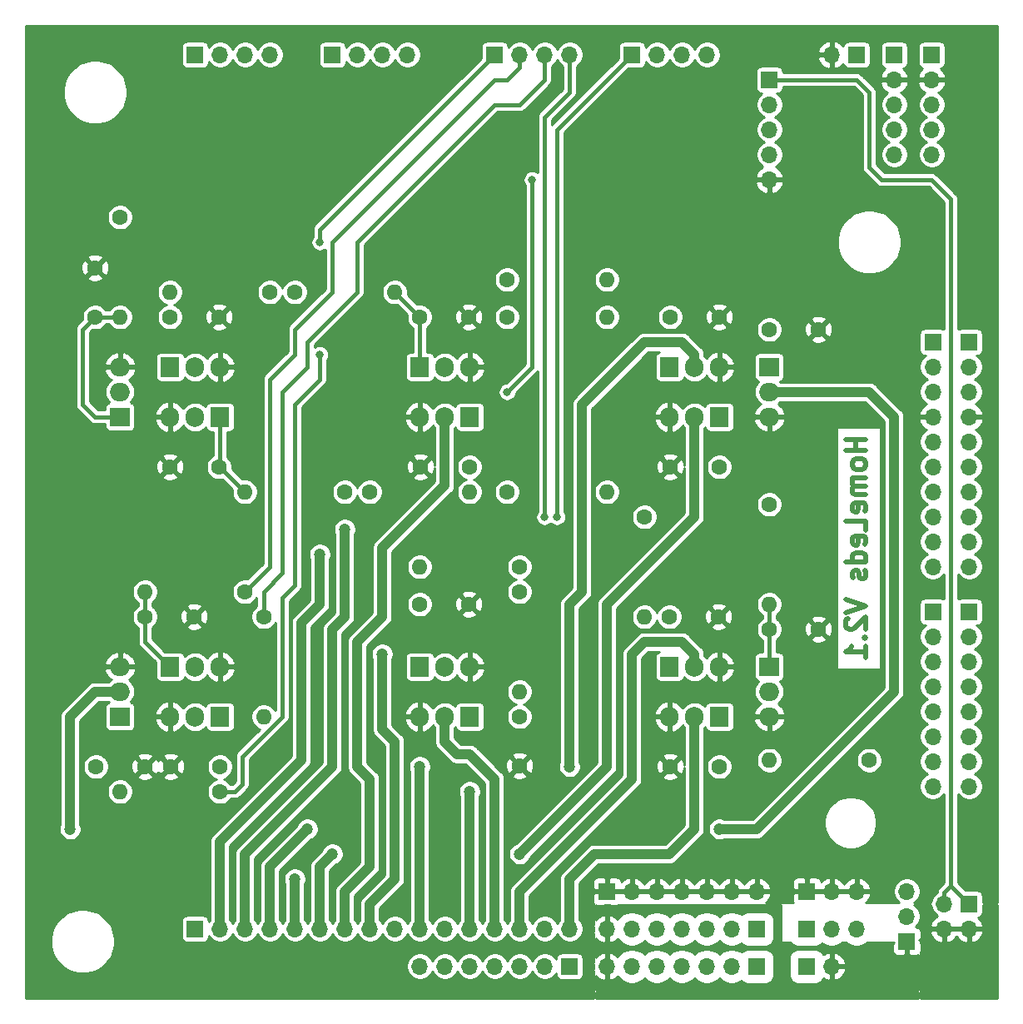
<source format=gbr>
%TF.GenerationSoftware,KiCad,Pcbnew,(5.1.6)-1*%
%TF.CreationDate,2020-09-24T11:23:12+02:00*%
%TF.ProjectId,ExtendedBoardCopy,45787465-6e64-4656-9442-6f617264436f,rev?*%
%TF.SameCoordinates,Original*%
%TF.FileFunction,Copper,L2,Bot*%
%TF.FilePolarity,Positive*%
%FSLAX46Y46*%
G04 Gerber Fmt 4.6, Leading zero omitted, Abs format (unit mm)*
G04 Created by KiCad (PCBNEW (5.1.6)-1) date 2020-09-24 11:23:12*
%MOMM*%
%LPD*%
G01*
G04 APERTURE LIST*
%TA.AperFunction,NonConductor*%
%ADD10C,0.500000*%
%TD*%
%TA.AperFunction,ComponentPad*%
%ADD11R,1.700000X1.700000*%
%TD*%
%TA.AperFunction,ComponentPad*%
%ADD12O,1.700000X1.700000*%
%TD*%
%TA.AperFunction,ComponentPad*%
%ADD13R,1.905000X2.000000*%
%TD*%
%TA.AperFunction,ComponentPad*%
%ADD14O,1.905000X2.000000*%
%TD*%
%TA.AperFunction,ComponentPad*%
%ADD15C,1.600000*%
%TD*%
%TA.AperFunction,ComponentPad*%
%ADD16O,1.600000X1.600000*%
%TD*%
%TA.AperFunction,ComponentPad*%
%ADD17O,2.000000X1.905000*%
%TD*%
%TA.AperFunction,ComponentPad*%
%ADD18R,2.000000X1.905000*%
%TD*%
%TA.AperFunction,ViaPad*%
%ADD19C,0.800000*%
%TD*%
%TA.AperFunction,ViaPad*%
%ADD20C,1.200000*%
%TD*%
%TA.AperFunction,Conductor*%
%ADD21C,0.400000*%
%TD*%
%TA.AperFunction,Conductor*%
%ADD22C,1.000000*%
%TD*%
%TA.AperFunction,Conductor*%
%ADD23C,0.254000*%
%TD*%
%TA.AperFunction,NonConductor*%
%ADD24C,0.254000*%
%TD*%
G04 APERTURE END LIST*
D10*
X177434761Y-103887380D02*
X175434761Y-103887380D01*
X176387142Y-103887380D02*
X176387142Y-105030238D01*
X177434761Y-105030238D02*
X175434761Y-105030238D01*
X177434761Y-106268333D02*
X177339523Y-106077857D01*
X177244285Y-105982619D01*
X177053809Y-105887380D01*
X176482380Y-105887380D01*
X176291904Y-105982619D01*
X176196666Y-106077857D01*
X176101428Y-106268333D01*
X176101428Y-106554047D01*
X176196666Y-106744523D01*
X176291904Y-106839761D01*
X176482380Y-106935000D01*
X177053809Y-106935000D01*
X177244285Y-106839761D01*
X177339523Y-106744523D01*
X177434761Y-106554047D01*
X177434761Y-106268333D01*
X177434761Y-107792142D02*
X176101428Y-107792142D01*
X176291904Y-107792142D02*
X176196666Y-107887380D01*
X176101428Y-108077857D01*
X176101428Y-108363571D01*
X176196666Y-108554047D01*
X176387142Y-108649285D01*
X177434761Y-108649285D01*
X176387142Y-108649285D02*
X176196666Y-108744523D01*
X176101428Y-108935000D01*
X176101428Y-109220714D01*
X176196666Y-109411190D01*
X176387142Y-109506428D01*
X177434761Y-109506428D01*
X177339523Y-111220714D02*
X177434761Y-111030238D01*
X177434761Y-110649285D01*
X177339523Y-110458809D01*
X177149047Y-110363571D01*
X176387142Y-110363571D01*
X176196666Y-110458809D01*
X176101428Y-110649285D01*
X176101428Y-111030238D01*
X176196666Y-111220714D01*
X176387142Y-111315952D01*
X176577619Y-111315952D01*
X176768095Y-110363571D01*
X177434761Y-113125476D02*
X177434761Y-112173095D01*
X175434761Y-112173095D01*
X177339523Y-114554047D02*
X177434761Y-114363571D01*
X177434761Y-113982619D01*
X177339523Y-113792142D01*
X177149047Y-113696904D01*
X176387142Y-113696904D01*
X176196666Y-113792142D01*
X176101428Y-113982619D01*
X176101428Y-114363571D01*
X176196666Y-114554047D01*
X176387142Y-114649285D01*
X176577619Y-114649285D01*
X176768095Y-113696904D01*
X177434761Y-116363571D02*
X175434761Y-116363571D01*
X177339523Y-116363571D02*
X177434761Y-116173095D01*
X177434761Y-115792142D01*
X177339523Y-115601666D01*
X177244285Y-115506428D01*
X177053809Y-115411190D01*
X176482380Y-115411190D01*
X176291904Y-115506428D01*
X176196666Y-115601666D01*
X176101428Y-115792142D01*
X176101428Y-116173095D01*
X176196666Y-116363571D01*
X177339523Y-117220714D02*
X177434761Y-117411190D01*
X177434761Y-117792142D01*
X177339523Y-117982619D01*
X177149047Y-118077857D01*
X177053809Y-118077857D01*
X176863333Y-117982619D01*
X176768095Y-117792142D01*
X176768095Y-117506428D01*
X176672857Y-117315952D01*
X176482380Y-117220714D01*
X176387142Y-117220714D01*
X176196666Y-117315952D01*
X176101428Y-117506428D01*
X176101428Y-117792142D01*
X176196666Y-117982619D01*
X175434761Y-120173095D02*
X177434761Y-120839761D01*
X175434761Y-121506428D01*
X175625238Y-122077857D02*
X175530000Y-122173095D01*
X175434761Y-122363571D01*
X175434761Y-122839761D01*
X175530000Y-123030238D01*
X175625238Y-123125476D01*
X175815714Y-123220714D01*
X176006190Y-123220714D01*
X176291904Y-123125476D01*
X177434761Y-121982619D01*
X177434761Y-123220714D01*
X177244285Y-124077857D02*
X177339523Y-124173095D01*
X177434761Y-124077857D01*
X177339523Y-123982619D01*
X177244285Y-124077857D01*
X177434761Y-124077857D01*
X177434761Y-126077857D02*
X177434761Y-124935000D01*
X177434761Y-125506428D02*
X175434761Y-125506428D01*
X175720476Y-125315952D01*
X175910952Y-125125476D01*
X176006190Y-124935000D01*
D11*
%TO.P,GND,1*%
%TO.N,N/C*%
X147320000Y-157480000D03*
D12*
%TO.P,GND,2*%
X144780000Y-157480000D03*
%TO.P,GND,3*%
X142240000Y-157480000D03*
%TO.P,GND,4*%
X139700000Y-157480000D03*
%TO.P,GND,5*%
X137160000Y-157480000D03*
%TO.P,GND,6*%
X134620000Y-157480000D03*
%TO.P,GND,7*%
X132080000Y-157480000D03*
%TD*%
D13*
%TO.P,Q14,1*%
%TO.N,Net-(C14-Pad1)*%
X157480000Y-127000000D03*
D14*
%TO.P,Q14,2*%
%TO.N,LED14*%
X160020000Y-127000000D03*
%TO.P,Q14,3*%
%TO.N,GND*%
X162560000Y-127000000D03*
%TD*%
D15*
%TO.P,R13,1*%
%TO.N,D13*%
X142240000Y-119380000D03*
D16*
%TO.P,R13,2*%
%TO.N,Net-(C13-Pad1)*%
X142240000Y-129540000D03*
%TD*%
D12*
%TO.P,PWM1,4*%
%TO.N,D12*%
X147320000Y-64770000D03*
%TO.P,PWM1,3*%
%TO.N,D11*%
X144780000Y-64770000D03*
%TO.P,PWM1,2*%
%TO.N,D10*%
X142240000Y-64770000D03*
D11*
%TO.P,PWM1,1*%
%TO.N,D09*%
X139700000Y-64770000D03*
%TD*%
D17*
%TO.P,Q5,3*%
%TO.N,GND*%
X167640000Y-101600000D03*
%TO.P,Q5,2*%
%TO.N,LED05*%
X167640000Y-99060000D03*
D18*
%TO.P,Q5,1*%
%TO.N,Net-(C5-Pad1)*%
X167640000Y-96520000D03*
%TD*%
D16*
%TO.P,R4,2*%
%TO.N,Net-(C4-Pad1)*%
X151130000Y-91440000D03*
D15*
%TO.P,R4,1*%
%TO.N,D04*%
X140970000Y-91440000D03*
%TD*%
D16*
%TO.P,R6,2*%
%TO.N,Net-(C6-Pad1)*%
X151130000Y-109220000D03*
D15*
%TO.P,R6,1*%
%TO.N,D06*%
X140970000Y-109220000D03*
%TD*%
%TO.P,C1,1*%
%TO.N,Net-(C1-Pad1)*%
X99060000Y-91440000D03*
%TO.P,C1,2*%
%TO.N,GND*%
X99060000Y-86440000D03*
%TD*%
%TO.P,C2,2*%
%TO.N,GND*%
X111680000Y-91440000D03*
%TO.P,C2,1*%
%TO.N,Net-(C2-Pad1)*%
X106680000Y-91440000D03*
%TD*%
%TO.P,C3,2*%
%TO.N,GND*%
X137080000Y-91440000D03*
%TO.P,C3,1*%
%TO.N,Net-(C3-Pad1)*%
X132080000Y-91440000D03*
%TD*%
%TO.P,C4,1*%
%TO.N,Net-(C4-Pad1)*%
X157560000Y-91440000D03*
%TO.P,C4,2*%
%TO.N,GND*%
X162560000Y-91440000D03*
%TD*%
%TO.P,C5,1*%
%TO.N,Net-(C5-Pad1)*%
X167640000Y-92710000D03*
%TO.P,C5,2*%
%TO.N,GND*%
X172640000Y-92710000D03*
%TD*%
%TO.P,C6,1*%
%TO.N,Net-(C6-Pad1)*%
X162560000Y-106680000D03*
%TO.P,C6,2*%
%TO.N,GND*%
X157560000Y-106680000D03*
%TD*%
%TO.P,C7,2*%
%TO.N,GND*%
X132160000Y-106680000D03*
%TO.P,C7,1*%
%TO.N,Net-(C7-Pad1)*%
X137160000Y-106680000D03*
%TD*%
%TO.P,C8,2*%
%TO.N,GND*%
X106680000Y-106680000D03*
%TO.P,C8,1*%
%TO.N,Net-(C8-Pad1)*%
X111680000Y-106680000D03*
%TD*%
%TO.P,C9,2*%
%TO.N,GND*%
X104140000Y-137160000D03*
%TO.P,C9,1*%
%TO.N,Net-(C9-Pad1)*%
X99140000Y-137160000D03*
%TD*%
%TO.P,C10,1*%
%TO.N,Net-(C10-Pad1)*%
X104140000Y-121920000D03*
%TO.P,C10,2*%
%TO.N,GND*%
X109140000Y-121920000D03*
%TD*%
%TO.P,C11,1*%
%TO.N,Net-(C11-Pad1)*%
X111760000Y-137160000D03*
%TO.P,C11,2*%
%TO.N,GND*%
X106760000Y-137160000D03*
%TD*%
%TO.P,C12,2*%
%TO.N,GND*%
X137080000Y-120650000D03*
%TO.P,C12,1*%
%TO.N,Net-(C12-Pad1)*%
X132080000Y-120650000D03*
%TD*%
%TO.P,C13,2*%
%TO.N,GND*%
X142240000Y-137080000D03*
%TO.P,C13,1*%
%TO.N,Net-(C13-Pad1)*%
X142240000Y-132080000D03*
%TD*%
%TO.P,C14,2*%
%TO.N,GND*%
X162480000Y-121920000D03*
%TO.P,C14,1*%
%TO.N,Net-(C14-Pad1)*%
X157480000Y-121920000D03*
%TD*%
%TO.P,C15,1*%
%TO.N,Net-(C15-Pad1)*%
X167640000Y-123190000D03*
%TO.P,C15,2*%
%TO.N,GND*%
X172640000Y-123190000D03*
%TD*%
%TO.P,C16,1*%
%TO.N,Net-(C16-Pad1)*%
X162560000Y-137160000D03*
%TO.P,C16,2*%
%TO.N,GND*%
X157560000Y-137160000D03*
%TD*%
D12*
%TO.P,J5,10*%
%TO.N,DI8*%
X187960000Y-116840000D03*
%TO.P,J5,9*%
%TO.N,DI9*%
X187960000Y-114300000D03*
%TO.P,J5,8*%
%TO.N,DI10*%
X187960000Y-111760000D03*
%TO.P,J5,7*%
%TO.N,DI11*%
X187960000Y-109220000D03*
%TO.P,J5,6*%
%TO.N,DI12*%
X187960000Y-106680000D03*
%TO.P,J5,5*%
%TO.N,DI13*%
X187960000Y-104140000D03*
%TO.P,J5,4*%
%TO.N,GND*%
X187960000Y-101600000D03*
%TO.P,J5,3*%
%TO.N,AREF*%
X187960000Y-99060000D03*
%TO.P,J5,2*%
%TO.N,SDA1*%
X187960000Y-96520000D03*
D11*
%TO.P,J5,1*%
%TO.N,SCL1*%
X187960000Y-93980000D03*
%TD*%
%TO.P,J7,1*%
%TO.N,DI7*%
X187960000Y-121412000D03*
D12*
%TO.P,J7,2*%
%TO.N,DI6*%
X187960000Y-123952000D03*
%TO.P,J7,3*%
%TO.N,DI5*%
X187960000Y-126492000D03*
%TO.P,J7,4*%
%TO.N,DI4*%
X187960000Y-129032000D03*
%TO.P,J7,5*%
%TO.N,DI3*%
X187960000Y-131572000D03*
%TO.P,J7,6*%
%TO.N,DI2*%
X187960000Y-134112000D03*
%TO.P,J7,7*%
%TO.N,DI1*%
X187960000Y-136652000D03*
%TO.P,J7,8*%
%TO.N,DI0*%
X187960000Y-139192000D03*
%TD*%
D11*
%TO.P,PCA9685A1,1*%
%TO.N,Vcc*%
X167640000Y-67310000D03*
D12*
%TO.P,PCA9685A1,2*%
%TO.N,SCL1*%
X167640000Y-69850000D03*
%TO.P,PCA9685A1,3*%
%TO.N,SDA1*%
X167640000Y-72390000D03*
%TO.P,PCA9685A1,4*%
%TO.N,DI11*%
X167640000Y-74930000D03*
%TO.P,PCA9685A1,5*%
%TO.N,GND*%
X167640000Y-77470000D03*
%TD*%
D11*
%TO.P,IR,1*%
%TO.N,GND*%
X181610000Y-154940000D03*
D12*
%TO.P,IR,2*%
%TO.N,Vcc*%
X181610000Y-152400000D03*
%TO.P,IR,3*%
%TO.N,DI10*%
X181610000Y-149860000D03*
%TD*%
D11*
%TO.P,PWM3,1*%
%TO.N,D01*%
X109220000Y-64770000D03*
D12*
%TO.P,PWM3,2*%
%TO.N,D02*%
X111760000Y-64770000D03*
%TO.P,PWM3,3*%
%TO.N,D03*%
X114300000Y-64770000D03*
%TO.P,PWM3,4*%
%TO.N,D04*%
X116840000Y-64770000D03*
%TD*%
%TO.P,PWM2,4*%
%TO.N,D08*%
X130810000Y-64770000D03*
%TO.P,PWM2,3*%
%TO.N,D07*%
X128270000Y-64770000D03*
%TO.P,PWM2,2*%
%TO.N,D06*%
X125730000Y-64770000D03*
D11*
%TO.P,PWM2,1*%
%TO.N,D05*%
X123190000Y-64770000D03*
%TD*%
%TO.P,PWM0,1*%
%TO.N,D13*%
X153670000Y-64770000D03*
D12*
%TO.P,PWM0,2*%
%TO.N,D14*%
X156210000Y-64770000D03*
%TO.P,PWM0,3*%
%TO.N,D15*%
X158750000Y-64770000D03*
%TO.P,PWM0,4*%
%TO.N,D16*%
X161290000Y-64770000D03*
%TD*%
D18*
%TO.P,Q1,1*%
%TO.N,Net-(C1-Pad1)*%
X101600000Y-101600000D03*
D17*
%TO.P,Q1,2*%
%TO.N,LED01*%
X101600000Y-99060000D03*
%TO.P,Q1,3*%
%TO.N,GND*%
X101600000Y-96520000D03*
%TD*%
D13*
%TO.P,Q2,1*%
%TO.N,Net-(C2-Pad1)*%
X106680000Y-96520000D03*
D14*
%TO.P,Q2,2*%
%TO.N,LED02*%
X109220000Y-96520000D03*
%TO.P,Q2,3*%
%TO.N,GND*%
X111760000Y-96520000D03*
%TD*%
%TO.P,Q3,3*%
%TO.N,GND*%
X137160000Y-96520000D03*
%TO.P,Q3,2*%
%TO.N,LED03*%
X134620000Y-96520000D03*
D13*
%TO.P,Q3,1*%
%TO.N,Net-(C3-Pad1)*%
X132080000Y-96520000D03*
%TD*%
D14*
%TO.P,Q4,3*%
%TO.N,GND*%
X162560000Y-96520000D03*
%TO.P,Q4,2*%
%TO.N,LED04*%
X160020000Y-96520000D03*
D13*
%TO.P,Q4,1*%
%TO.N,Net-(C4-Pad1)*%
X157480000Y-96520000D03*
%TD*%
%TO.P,Q6,1*%
%TO.N,Net-(C6-Pad1)*%
X162560000Y-101600000D03*
D14*
%TO.P,Q6,2*%
%TO.N,LED06*%
X160020000Y-101600000D03*
%TO.P,Q6,3*%
%TO.N,GND*%
X157480000Y-101600000D03*
%TD*%
D13*
%TO.P,Q7,1*%
%TO.N,Net-(C7-Pad1)*%
X137160000Y-101600000D03*
D14*
%TO.P,Q7,2*%
%TO.N,LED07*%
X134620000Y-101600000D03*
%TO.P,Q7,3*%
%TO.N,GND*%
X132080000Y-101600000D03*
%TD*%
%TO.P,Q8,3*%
%TO.N,GND*%
X106680000Y-101600000D03*
%TO.P,Q8,2*%
%TO.N,LED08*%
X109220000Y-101600000D03*
D13*
%TO.P,Q8,1*%
%TO.N,Net-(C8-Pad1)*%
X111760000Y-101600000D03*
%TD*%
D17*
%TO.P,Q9,3*%
%TO.N,GND*%
X101600000Y-127000000D03*
%TO.P,Q9,2*%
%TO.N,LED09*%
X101600000Y-129540000D03*
D18*
%TO.P,Q9,1*%
%TO.N,Net-(C9-Pad1)*%
X101600000Y-132080000D03*
%TD*%
D14*
%TO.P,Q10,3*%
%TO.N,GND*%
X111760000Y-127000000D03*
%TO.P,Q10,2*%
%TO.N,LED10*%
X109220000Y-127000000D03*
D13*
%TO.P,Q10,1*%
%TO.N,Net-(C10-Pad1)*%
X106680000Y-127000000D03*
%TD*%
%TO.P,Q11,1*%
%TO.N,Net-(C11-Pad1)*%
X111760000Y-132080000D03*
D14*
%TO.P,Q11,2*%
%TO.N,LED11*%
X109220000Y-132080000D03*
%TO.P,Q11,3*%
%TO.N,GND*%
X106680000Y-132080000D03*
%TD*%
%TO.P,Q12,3*%
%TO.N,GND*%
X137160000Y-127000000D03*
%TO.P,Q12,2*%
%TO.N,LED12*%
X134620000Y-127000000D03*
D13*
%TO.P,Q12,1*%
%TO.N,Net-(C12-Pad1)*%
X132080000Y-127000000D03*
%TD*%
D18*
%TO.P,Q15,1*%
%TO.N,Net-(C15-Pad1)*%
X167640000Y-127000000D03*
D17*
%TO.P,Q15,2*%
%TO.N,LED15*%
X167640000Y-129540000D03*
%TO.P,Q15,3*%
%TO.N,GND*%
X167640000Y-132080000D03*
%TD*%
D14*
%TO.P,Q16,3*%
%TO.N,GND*%
X157480000Y-132080000D03*
%TO.P,Q16,2*%
%TO.N,LED16*%
X160020000Y-132080000D03*
D13*
%TO.P,Q16,1*%
%TO.N,Net-(C16-Pad1)*%
X162560000Y-132080000D03*
%TD*%
D15*
%TO.P,R1,1*%
%TO.N,D01*%
X101600000Y-81280000D03*
D16*
%TO.P,R1,2*%
%TO.N,Net-(C1-Pad1)*%
X101600000Y-91440000D03*
%TD*%
%TO.P,R2,2*%
%TO.N,Net-(C2-Pad1)*%
X106680000Y-88900000D03*
D15*
%TO.P,R2,1*%
%TO.N,D02*%
X116840000Y-88900000D03*
%TD*%
%TO.P,R3,1*%
%TO.N,D03*%
X119380000Y-88900000D03*
D16*
%TO.P,R3,2*%
%TO.N,Net-(C3-Pad1)*%
X129540000Y-88900000D03*
%TD*%
D15*
%TO.P,R5,1*%
%TO.N,D05*%
X140970000Y-87630000D03*
D16*
%TO.P,R5,2*%
%TO.N,Net-(C5-Pad1)*%
X151130000Y-87630000D03*
%TD*%
D15*
%TO.P,R7,1*%
%TO.N,D07*%
X127000000Y-109220000D03*
D16*
%TO.P,R7,2*%
%TO.N,Net-(C7-Pad1)*%
X137160000Y-109220000D03*
%TD*%
%TO.P,R8,2*%
%TO.N,Net-(C8-Pad1)*%
X114300000Y-109220000D03*
D15*
%TO.P,R8,1*%
%TO.N,D08*%
X124460000Y-109220000D03*
%TD*%
D16*
%TO.P,R9,2*%
%TO.N,Net-(C9-Pad1)*%
X101600000Y-139700000D03*
D15*
%TO.P,R9,1*%
%TO.N,D09*%
X111760000Y-139700000D03*
%TD*%
D16*
%TO.P,R10,2*%
%TO.N,Net-(C10-Pad1)*%
X104140000Y-119380000D03*
D15*
%TO.P,R10,1*%
%TO.N,D10*%
X114300000Y-119380000D03*
%TD*%
%TO.P,R11,1*%
%TO.N,D11*%
X116205000Y-121920000D03*
D16*
%TO.P,R11,2*%
%TO.N,Net-(C11-Pad1)*%
X116205000Y-132080000D03*
%TD*%
%TO.P,R12,2*%
%TO.N,Net-(C12-Pad1)*%
X132080000Y-116840000D03*
D15*
%TO.P,R12,1*%
%TO.N,D12*%
X142240000Y-116840000D03*
%TD*%
%TO.P,R14,1*%
%TO.N,D14*%
X154940000Y-111760000D03*
D16*
%TO.P,R14,2*%
%TO.N,Net-(C14-Pad1)*%
X154940000Y-121920000D03*
%TD*%
D15*
%TO.P,R15,1*%
%TO.N,D15*%
X167640000Y-110490000D03*
D16*
%TO.P,R15,2*%
%TO.N,Net-(C15-Pad1)*%
X167640000Y-120650000D03*
%TD*%
%TO.P,R16,2*%
%TO.N,Net-(C16-Pad1)*%
X167640000Y-136525000D03*
D15*
%TO.P,R16,1*%
%TO.N,D16*%
X177800000Y-136525000D03*
%TD*%
D11*
%TO.P,Supply,1*%
%TO.N,12V+*%
X180340000Y-64770000D03*
D12*
%TO.P,Supply,2*%
%TO.N,GND*%
X180340000Y-67310000D03*
%TO.P,Supply,3*%
%TO.N,SCL1*%
X180340000Y-69850000D03*
%TO.P,Supply,4*%
%TO.N,SDA1*%
X180340000Y-72390000D03*
%TO.P,Supply,5*%
%TO.N,Net-(Supply1-Pad5)*%
X180340000Y-74930000D03*
%TD*%
%TO.P,+12V,2*%
%TO.N,GND*%
X173990000Y-64770000D03*
D11*
%TO.P,+12V,1*%
%TO.N,12V+*%
X176530000Y-64770000D03*
%TD*%
D12*
%TO.P,12V,5*%
%TO.N,Net-(12V1-Pad5)*%
X184150000Y-74930000D03*
%TO.P,12V,4*%
%TO.N,SDA1*%
X184150000Y-72390000D03*
%TO.P,12V,3*%
%TO.N,SCL1*%
X184150000Y-69850000D03*
%TO.P,12V,2*%
%TO.N,GND*%
X184150000Y-67310000D03*
D11*
%TO.P,12V,1*%
%TO.N,12V+*%
X184150000Y-64770000D03*
%TD*%
%TO.P,DeanT,1*%
%TO.N,5V+*%
X171450000Y-157480000D03*
D12*
%TO.P,DeanT,2*%
%TO.N,GND*%
X173990000Y-157480000D03*
%TD*%
D11*
%TO.P,J6,1*%
%TO.N,DI7*%
X184277000Y-121412000D03*
D12*
%TO.P,J6,2*%
%TO.N,DI6*%
X184277000Y-123952000D03*
%TO.P,J6,3*%
%TO.N,DI5*%
X184277000Y-126492000D03*
%TO.P,J6,4*%
%TO.N,DI4*%
X184277000Y-129032000D03*
%TO.P,J6,5*%
%TO.N,DI3*%
X184277000Y-131572000D03*
%TO.P,J6,6*%
%TO.N,DI2*%
X184277000Y-134112000D03*
%TO.P,J6,7*%
%TO.N,DI1*%
X184277000Y-136652000D03*
%TO.P,J6,8*%
%TO.N,DI0*%
X184277000Y-139192000D03*
%TD*%
D11*
%TO.P,J7,1*%
%TO.N,SCL1*%
X184277000Y-93980000D03*
D12*
%TO.P,J7,2*%
%TO.N,SDA1*%
X184277000Y-96520000D03*
%TO.P,J7,3*%
%TO.N,AREF*%
X184277000Y-99060000D03*
%TO.P,J7,4*%
%TO.N,GND*%
X184277000Y-101600000D03*
%TO.P,J7,5*%
%TO.N,DI13*%
X184277000Y-104140000D03*
%TO.P,J7,6*%
%TO.N,DI12*%
X184277000Y-106680000D03*
%TO.P,J7,7*%
%TO.N,DI11*%
X184277000Y-109220000D03*
%TO.P,J7,8*%
%TO.N,DI10*%
X184277000Y-111760000D03*
%TO.P,J7,9*%
%TO.N,DI9*%
X184277000Y-114300000D03*
%TO.P,J7,10*%
%TO.N,DI8*%
X184277000Y-116840000D03*
%TD*%
D11*
%TO.P,GND,1*%
%TO.N,GND*%
X151130000Y-149860000D03*
D12*
%TO.P,GND,2*%
X153670000Y-149860000D03*
%TO.P,GND,3*%
X156210000Y-149860000D03*
%TO.P,GND,4*%
X158750000Y-149860000D03*
%TO.P,GND,5*%
X161290000Y-149860000D03*
%TO.P,GND,6*%
X163830000Y-149860000D03*
%TO.P,GND,7*%
X166370000Y-149860000D03*
%TD*%
%TO.P,5V,7*%
%TO.N,GND*%
X151130000Y-153670000D03*
%TO.P,5V,6*%
%TO.N,5V+*%
X153670000Y-153670000D03*
%TO.P,5V,5*%
X156210000Y-153670000D03*
%TO.P,5V,4*%
X158750000Y-153670000D03*
%TO.P,5V,3*%
X161290000Y-153670000D03*
%TO.P,5V,2*%
X163830000Y-153670000D03*
D11*
%TO.P,5V,1*%
X166370000Y-153670000D03*
%TD*%
%TO.P,5V,1*%
%TO.N,5V+*%
X166370000Y-157480000D03*
D12*
%TO.P,5V,2*%
X163830000Y-157480000D03*
%TO.P,5V,3*%
X161290000Y-157480000D03*
%TO.P,5V,4*%
X158750000Y-157480000D03*
%TO.P,5V,5*%
X156210000Y-157480000D03*
%TO.P,5V,6*%
X153670000Y-157480000D03*
%TO.P,5V,7*%
%TO.N,GND*%
X151130000Y-157480000D03*
%TD*%
D11*
%TO.P,Vcc,1*%
%TO.N,Vcc*%
X171450000Y-153670000D03*
D12*
%TO.P,Vcc,2*%
X173990000Y-153670000D03*
%TO.P,Vcc,3*%
X176530000Y-153670000D03*
%TD*%
D11*
%TO.P,SUPPLY ARD,1*%
%TO.N,Vcc*%
X187960000Y-151130000D03*
D12*
%TO.P,SUPPLY ARD,2*%
%TO.N,GND*%
X187960000Y-153670000D03*
%TO.P,SUPPLY ARD,3*%
%TO.N,Vcc*%
X185420000Y-151130000D03*
%TO.P,SUPPLY ARD,4*%
%TO.N,GND*%
X185420000Y-153670000D03*
%TD*%
D11*
%TO.P,GND,1*%
%TO.N,GND*%
X171450000Y-149860000D03*
D12*
%TO.P,GND,2*%
X173990000Y-149860000D03*
%TO.P,GND,3*%
X176530000Y-149860000D03*
%TD*%
D11*
%TO.P,TR,1*%
%TO.N,LED01*%
X109220000Y-153670000D03*
D12*
%TO.P,TR,2*%
%TO.N,LED02*%
X111760000Y-153670000D03*
%TO.P,TR,3*%
%TO.N,LED03*%
X114300000Y-153670000D03*
%TO.P,TR,4*%
%TO.N,LED04*%
X116840000Y-153670000D03*
%TO.P,TR,5*%
%TO.N,LED05*%
X119380000Y-153670000D03*
%TO.P,TR,6*%
%TO.N,LED06*%
X121920000Y-153670000D03*
%TO.P,TR,7*%
%TO.N,LED07*%
X124460000Y-153670000D03*
%TO.P,TR,8*%
%TO.N,LED08*%
X127000000Y-153670000D03*
%TO.P,TR,9*%
%TO.N,LED09*%
X129540000Y-153670000D03*
%TO.P,TR,10*%
%TO.N,LED10*%
X132080000Y-153670000D03*
%TO.P,TR,11*%
%TO.N,LED11*%
X134620000Y-153670000D03*
%TO.P,TR,12*%
%TO.N,LED12*%
X137160000Y-153670000D03*
%TO.P,TR,13*%
%TO.N,LED13*%
X139700000Y-153670000D03*
%TO.P,TR,14*%
%TO.N,LED14*%
X142240000Y-153670000D03*
%TO.P,TR,15*%
%TO.N,LED15*%
X144780000Y-153670000D03*
%TO.P,TR,16*%
%TO.N,LED16*%
X147320000Y-153670000D03*
%TD*%
D13*
%TO.P,Q13,1*%
%TO.N,Net-(C13-Pad1)*%
X137160000Y-132080000D03*
D14*
%TO.P,Q13,2*%
%TO.N,LED13*%
X134620000Y-132080000D03*
%TO.P,Q13,3*%
%TO.N,GND*%
X132080000Y-132080000D03*
%TD*%
D19*
%TO.N,GND*%
X169545000Y-145415000D03*
D20*
%TO.N,LED12*%
X137160000Y-139700000D03*
%TO.N,LED03*%
X124460000Y-113030000D03*
%TO.N,LED02*%
X121920000Y-115570000D03*
D19*
%TO.N,D13*%
X146050000Y-111760000D03*
%TO.N,D12*%
X144780000Y-111760000D03*
D20*
%TO.N,LED10*%
X132080000Y-137160000D03*
%TO.N,LED09*%
X96520000Y-143510000D03*
%TO.N,LED08*%
X128270000Y-125730000D03*
%TO.N,LED06*%
X123190000Y-146050000D03*
X142240000Y-146050000D03*
%TO.N,LED05*%
X162560000Y-143510000D03*
X119380000Y-148590000D03*
%TO.N,LED04*%
X120650000Y-143510000D03*
X147320000Y-137160000D03*
D19*
%TO.N,D08*%
X143510000Y-77470000D03*
X140970000Y-99060000D03*
%TO.N,D09*%
X121920000Y-95250000D03*
X121920000Y-83820000D03*
%TD*%
D21*
%TO.N,Net-(C1-Pad1)*%
X101600000Y-101600000D02*
X99060000Y-101600000D01*
X99060000Y-101600000D02*
X97790000Y-100330000D01*
X97790000Y-100330000D02*
X97790000Y-92710000D01*
X97790000Y-92710000D02*
X99060000Y-91440000D01*
X101600000Y-91440000D02*
X99060000Y-91440000D01*
%TO.N,Net-(C3-Pad1)*%
X132080000Y-96520000D02*
X132080000Y-91440000D01*
X132080000Y-91440000D02*
X129540000Y-88900000D01*
%TO.N,Net-(C8-Pad1)*%
X111760000Y-106600000D02*
X111680000Y-106680000D01*
X111760000Y-101600000D02*
X111760000Y-106600000D01*
X111760000Y-106680000D02*
X114300000Y-109220000D01*
X111680000Y-106680000D02*
X111760000Y-106680000D01*
%TO.N,Net-(C10-Pad1)*%
X106680000Y-127000000D02*
X104140000Y-124460000D01*
X104140000Y-124460000D02*
X104140000Y-121920000D01*
X104140000Y-119380000D02*
X104140000Y-121920000D01*
%TO.N,Net-(C15-Pad1)*%
X167640000Y-127000000D02*
X167640000Y-123190000D01*
X167640000Y-120650000D02*
X167640000Y-123190000D01*
%TO.N,Vcc*%
X185420000Y-151130000D02*
X185420000Y-149987000D01*
X186118500Y-149288500D02*
X187960000Y-151130000D01*
X185420000Y-149987000D02*
X186118500Y-149288500D01*
X167640000Y-67310000D02*
X176530000Y-67310000D01*
X179070000Y-77470000D02*
X184150000Y-77470000D01*
X184150000Y-77470000D02*
X186118500Y-79438500D01*
X177800000Y-76200000D02*
X179070000Y-77470000D01*
X176530000Y-67310000D02*
X177800000Y-68580000D01*
X177800000Y-68580000D02*
X177800000Y-76200000D01*
X186118500Y-79438500D02*
X186118500Y-149288500D01*
D22*
%TO.N,LED13*%
X134620000Y-132080000D02*
X134620000Y-134620000D01*
X135890000Y-135890000D02*
X134620000Y-134620000D01*
X139700000Y-153670000D02*
X139700000Y-138430000D01*
X139700000Y-138430000D02*
X137160000Y-135890000D01*
X137160000Y-135890000D02*
X135890000Y-135890000D01*
%TO.N,LED12*%
X137160000Y-153670000D02*
X137160000Y-139700000D01*
%TO.N,LED03*%
X114300000Y-153670000D02*
X114300000Y-146050000D01*
X114300000Y-146050000D02*
X116840000Y-143510000D01*
X123190000Y-137160000D02*
X116840000Y-143510000D01*
X123190000Y-123190000D02*
X123190000Y-137160000D01*
X124460000Y-113030000D02*
X124460000Y-121920000D01*
X124460000Y-121920000D02*
X123190000Y-123190000D01*
%TO.N,LED02*%
X121920000Y-116840000D02*
X121920000Y-115570000D01*
X121920000Y-120650000D02*
X121920000Y-116840000D01*
X120015000Y-122555000D02*
X121920000Y-120650000D01*
X111760000Y-144780000D02*
X115570000Y-140970000D01*
X111760000Y-153670000D02*
X111760000Y-144780000D01*
X115570000Y-140970000D02*
X120015000Y-136525000D01*
X120015000Y-136525000D02*
X120015000Y-122555000D01*
D21*
%TO.N,D11*%
X125730000Y-88900000D02*
X125730000Y-83820000D01*
X144780000Y-67310000D02*
X144780000Y-64770000D01*
X143510000Y-68580000D02*
X144780000Y-67310000D01*
X143510000Y-68580000D02*
X142240000Y-69850000D01*
X142240000Y-69850000D02*
X139700000Y-69850000D01*
X139700000Y-69850000D02*
X125730000Y-83820000D01*
X120650000Y-96520000D02*
X120650000Y-93980000D01*
X118110000Y-99060000D02*
X120650000Y-96520000D01*
X118110000Y-117475000D02*
X118110000Y-99060000D01*
X116205000Y-121920000D02*
X116205000Y-119380000D01*
X116205000Y-119380000D02*
X118110000Y-117475000D01*
X120650000Y-93980000D02*
X125730000Y-88900000D01*
%TO.N,D13*%
X153670000Y-64770000D02*
X146050000Y-72390000D01*
X146050000Y-111760000D02*
X146050000Y-72390000D01*
%TO.N,D12*%
X147320000Y-64770000D02*
X147320000Y-68580000D01*
X147320000Y-68580000D02*
X144780000Y-71120000D01*
X144780000Y-71120000D02*
X144780000Y-111760000D01*
D22*
%TO.N,LED10*%
X132080000Y-153670000D02*
X132080000Y-137160000D01*
%TO.N,LED14*%
X142240000Y-153670000D02*
X142240000Y-149860000D01*
X158750000Y-124460000D02*
X160020000Y-125730000D01*
X153670000Y-138430000D02*
X153670000Y-125730000D01*
X153670000Y-125730000D02*
X154940000Y-124460000D01*
X142240000Y-149860000D02*
X153670000Y-138430000D01*
X154940000Y-124460000D02*
X158750000Y-124460000D01*
X160020000Y-125730000D02*
X160020000Y-127000000D01*
%TO.N,LED16*%
X160020000Y-143510000D02*
X160020000Y-132080000D01*
X157480000Y-146050000D02*
X160020000Y-143510000D01*
X149860000Y-146050000D02*
X157480000Y-146050000D01*
X147320000Y-153670000D02*
X147320000Y-148590000D01*
X147320000Y-148590000D02*
X149860000Y-146050000D01*
%TO.N,LED09*%
X99060000Y-129540000D02*
X101600000Y-129540000D01*
X96520000Y-143510000D02*
X96520000Y-132080000D01*
X96520000Y-132080000D02*
X99060000Y-129540000D01*
%TO.N,LED08*%
X127000000Y-151130000D02*
X127000000Y-153670000D01*
X129540000Y-148590000D02*
X127000000Y-151130000D01*
X128270000Y-125730000D02*
X128270000Y-133350000D01*
X129540000Y-134620000D02*
X129540000Y-148590000D01*
X128270000Y-133350000D02*
X129540000Y-134620000D01*
%TO.N,LED07*%
X124460000Y-153670000D02*
X124460000Y-149860000D01*
X124460000Y-149860000D02*
X127000000Y-147320000D01*
X127000000Y-147320000D02*
X127000000Y-138430000D01*
X128270000Y-121920000D02*
X128270000Y-114935000D01*
X128270000Y-114935000D02*
X134620000Y-108585000D01*
X134620000Y-108585000D02*
X134620000Y-101600000D01*
X128270000Y-121920000D02*
X125730000Y-124460000D01*
X125730000Y-124460000D02*
X125730000Y-137160000D01*
X125730000Y-137160000D02*
X127000000Y-138430000D01*
%TO.N,LED06*%
X160020000Y-101600000D02*
X160020000Y-110490000D01*
X160020000Y-110490000D02*
X160020000Y-111760000D01*
X160020000Y-111760000D02*
X152400000Y-119380000D01*
X152400000Y-119380000D02*
X151130000Y-120650000D01*
X151130000Y-137160000D02*
X142240000Y-146050000D01*
X151130000Y-120650000D02*
X151130000Y-137160000D01*
X121920000Y-153670000D02*
X121920000Y-147320000D01*
X121920000Y-147320000D02*
X123190000Y-146050000D01*
%TO.N,LED05*%
X119380000Y-153670000D02*
X119380000Y-149860000D01*
X119380000Y-149860000D02*
X119380000Y-148590000D01*
X166370000Y-143510000D02*
X162560000Y-143510000D01*
X177800000Y-99060000D02*
X180340000Y-101600000D01*
X180340000Y-129540000D02*
X166370000Y-143510000D01*
X180340000Y-101600000D02*
X180340000Y-129540000D01*
X167640000Y-99060000D02*
X177800000Y-99060000D01*
%TO.N,LED04*%
X160020000Y-96520000D02*
X160020000Y-95250000D01*
X160020000Y-95250000D02*
X158750000Y-93980000D01*
X158750000Y-93980000D02*
X156807498Y-93980000D01*
X156807498Y-93980000D02*
X154940000Y-93980000D01*
X154940000Y-93980000D02*
X149629999Y-99290001D01*
X149629999Y-99290001D02*
X148590000Y-100330000D01*
X148590000Y-100330000D02*
X148590000Y-111760000D01*
X116840000Y-153670000D02*
X116840000Y-151130000D01*
X116840000Y-151130000D02*
X116840000Y-147320000D01*
X116840000Y-147320000D02*
X118110000Y-146050000D01*
X148590000Y-111760000D02*
X148590000Y-118110000D01*
X148590000Y-118110000D02*
X148590000Y-119380000D01*
X148590000Y-119380000D02*
X147320000Y-120650000D01*
X118110000Y-146050000D02*
X120650000Y-143510000D01*
X147320000Y-120650000D02*
X147320000Y-137160000D01*
D21*
%TO.N,D08*%
X140970000Y-99060000D02*
X143510000Y-96520000D01*
X143510000Y-96520000D02*
X143510000Y-77470000D01*
%TO.N,D10*%
X123190000Y-83820000D02*
X123190000Y-86360000D01*
X142240000Y-64770000D02*
X142240000Y-66040000D01*
X142240000Y-66040000D02*
X140970000Y-67310000D01*
X140970000Y-67310000D02*
X139700000Y-67310000D01*
X139700000Y-67310000D02*
X123190000Y-83820000D01*
X116840000Y-97790000D02*
X119380000Y-95250000D01*
X119380000Y-95250000D02*
X119380000Y-92710000D01*
X114300000Y-119380000D02*
X116840000Y-116840000D01*
X116840000Y-116840000D02*
X116840000Y-97790000D01*
X123190000Y-86360000D02*
X123190000Y-88900000D01*
X123190000Y-88900000D02*
X119380000Y-92710000D01*
%TO.N,D09*%
X114046000Y-138938000D02*
X113284000Y-139700000D01*
X118110000Y-132080000D02*
X114046000Y-136144000D01*
X118110000Y-120015000D02*
X118110000Y-132080000D01*
X119380000Y-100330000D02*
X119380000Y-118745000D01*
X119380000Y-118745000D02*
X118110000Y-120015000D01*
X139700000Y-64770000D02*
X121920000Y-82550000D01*
X113284000Y-139700000D02*
X111760000Y-139700000D01*
X114046000Y-136144000D02*
X114046000Y-138938000D01*
X121920000Y-97790000D02*
X119380000Y-100330000D01*
X121920000Y-97790000D02*
X121920000Y-95250000D01*
X121920000Y-83820000D02*
X121920000Y-82550000D01*
%TD*%
D23*
%TO.N,GND*%
G36*
X190837001Y-151003000D02*
G01*
X189339549Y-151003000D01*
X189339549Y-150280000D01*
X189329374Y-150176690D01*
X189299239Y-150077350D01*
X189250304Y-149985798D01*
X189184448Y-149905552D01*
X189104202Y-149839696D01*
X189012650Y-149790761D01*
X188913310Y-149760626D01*
X188810000Y-149750451D01*
X187608584Y-149750451D01*
X186845500Y-148987368D01*
X186845500Y-140002568D01*
X186890414Y-140069787D01*
X187082213Y-140261586D01*
X187307746Y-140412282D01*
X187558344Y-140516083D01*
X187824377Y-140569000D01*
X188095623Y-140569000D01*
X188361656Y-140516083D01*
X188612254Y-140412282D01*
X188837787Y-140261586D01*
X189029586Y-140069787D01*
X189180282Y-139844254D01*
X189284083Y-139593656D01*
X189337000Y-139327623D01*
X189337000Y-139056377D01*
X189284083Y-138790344D01*
X189180282Y-138539746D01*
X189029586Y-138314213D01*
X188837787Y-138122414D01*
X188612254Y-137971718D01*
X188492224Y-137922000D01*
X188612254Y-137872282D01*
X188837787Y-137721586D01*
X189029586Y-137529787D01*
X189180282Y-137304254D01*
X189284083Y-137053656D01*
X189337000Y-136787623D01*
X189337000Y-136516377D01*
X189284083Y-136250344D01*
X189180282Y-135999746D01*
X189029586Y-135774213D01*
X188837787Y-135582414D01*
X188612254Y-135431718D01*
X188492224Y-135382000D01*
X188612254Y-135332282D01*
X188837787Y-135181586D01*
X189029586Y-134989787D01*
X189180282Y-134764254D01*
X189284083Y-134513656D01*
X189337000Y-134247623D01*
X189337000Y-133976377D01*
X189284083Y-133710344D01*
X189180282Y-133459746D01*
X189029586Y-133234213D01*
X188837787Y-133042414D01*
X188612254Y-132891718D01*
X188492224Y-132842000D01*
X188612254Y-132792282D01*
X188837787Y-132641586D01*
X189029586Y-132449787D01*
X189180282Y-132224254D01*
X189284083Y-131973656D01*
X189337000Y-131707623D01*
X189337000Y-131436377D01*
X189284083Y-131170344D01*
X189180282Y-130919746D01*
X189029586Y-130694213D01*
X188837787Y-130502414D01*
X188612254Y-130351718D01*
X188492224Y-130302000D01*
X188612254Y-130252282D01*
X188837787Y-130101586D01*
X189029586Y-129909787D01*
X189180282Y-129684254D01*
X189284083Y-129433656D01*
X189337000Y-129167623D01*
X189337000Y-128896377D01*
X189284083Y-128630344D01*
X189180282Y-128379746D01*
X189029586Y-128154213D01*
X188837787Y-127962414D01*
X188612254Y-127811718D01*
X188492224Y-127762000D01*
X188612254Y-127712282D01*
X188837787Y-127561586D01*
X189029586Y-127369787D01*
X189180282Y-127144254D01*
X189284083Y-126893656D01*
X189337000Y-126627623D01*
X189337000Y-126356377D01*
X189284083Y-126090344D01*
X189180282Y-125839746D01*
X189029586Y-125614213D01*
X188837787Y-125422414D01*
X188612254Y-125271718D01*
X188492224Y-125222000D01*
X188612254Y-125172282D01*
X188837787Y-125021586D01*
X189029586Y-124829787D01*
X189180282Y-124604254D01*
X189284083Y-124353656D01*
X189337000Y-124087623D01*
X189337000Y-123816377D01*
X189284083Y-123550344D01*
X189180282Y-123299746D01*
X189029586Y-123074213D01*
X188837787Y-122882414D01*
X188701798Y-122791549D01*
X188810000Y-122791549D01*
X188913310Y-122781374D01*
X189012650Y-122751239D01*
X189104202Y-122702304D01*
X189184448Y-122636448D01*
X189250304Y-122556202D01*
X189299239Y-122464650D01*
X189329374Y-122365310D01*
X189339549Y-122262000D01*
X189339549Y-120562000D01*
X189329374Y-120458690D01*
X189299239Y-120359350D01*
X189250304Y-120267798D01*
X189184448Y-120187552D01*
X189104202Y-120121696D01*
X189012650Y-120072761D01*
X188913310Y-120042626D01*
X188810000Y-120032451D01*
X187110000Y-120032451D01*
X187006690Y-120042626D01*
X186907350Y-120072761D01*
X186845500Y-120105820D01*
X186845500Y-117650568D01*
X186890414Y-117717787D01*
X187082213Y-117909586D01*
X187307746Y-118060282D01*
X187558344Y-118164083D01*
X187824377Y-118217000D01*
X188095623Y-118217000D01*
X188361656Y-118164083D01*
X188612254Y-118060282D01*
X188837787Y-117909586D01*
X189029586Y-117717787D01*
X189180282Y-117492254D01*
X189284083Y-117241656D01*
X189337000Y-116975623D01*
X189337000Y-116704377D01*
X189284083Y-116438344D01*
X189180282Y-116187746D01*
X189029586Y-115962213D01*
X188837787Y-115770414D01*
X188612254Y-115619718D01*
X188492224Y-115570000D01*
X188612254Y-115520282D01*
X188837787Y-115369586D01*
X189029586Y-115177787D01*
X189180282Y-114952254D01*
X189284083Y-114701656D01*
X189337000Y-114435623D01*
X189337000Y-114164377D01*
X189284083Y-113898344D01*
X189180282Y-113647746D01*
X189029586Y-113422213D01*
X188837787Y-113230414D01*
X188612254Y-113079718D01*
X188492224Y-113030000D01*
X188612254Y-112980282D01*
X188837787Y-112829586D01*
X189029586Y-112637787D01*
X189180282Y-112412254D01*
X189284083Y-112161656D01*
X189337000Y-111895623D01*
X189337000Y-111624377D01*
X189284083Y-111358344D01*
X189180282Y-111107746D01*
X189029586Y-110882213D01*
X188837787Y-110690414D01*
X188612254Y-110539718D01*
X188492224Y-110490000D01*
X188612254Y-110440282D01*
X188837787Y-110289586D01*
X189029586Y-110097787D01*
X189180282Y-109872254D01*
X189284083Y-109621656D01*
X189337000Y-109355623D01*
X189337000Y-109084377D01*
X189284083Y-108818344D01*
X189180282Y-108567746D01*
X189029586Y-108342213D01*
X188837787Y-108150414D01*
X188612254Y-107999718D01*
X188492224Y-107950000D01*
X188612254Y-107900282D01*
X188837787Y-107749586D01*
X189029586Y-107557787D01*
X189180282Y-107332254D01*
X189284083Y-107081656D01*
X189337000Y-106815623D01*
X189337000Y-106544377D01*
X189284083Y-106278344D01*
X189180282Y-106027746D01*
X189029586Y-105802213D01*
X188837787Y-105610414D01*
X188612254Y-105459718D01*
X188492224Y-105410000D01*
X188612254Y-105360282D01*
X188837787Y-105209586D01*
X189029586Y-105017787D01*
X189180282Y-104792254D01*
X189284083Y-104541656D01*
X189337000Y-104275623D01*
X189337000Y-104004377D01*
X189284083Y-103738344D01*
X189180282Y-103487746D01*
X189029586Y-103262213D01*
X188837787Y-103070414D01*
X188621692Y-102926025D01*
X188841355Y-102795178D01*
X189057588Y-102600269D01*
X189231641Y-102366920D01*
X189356825Y-102104099D01*
X189401476Y-101956890D01*
X189280155Y-101727000D01*
X188087000Y-101727000D01*
X188087000Y-101747000D01*
X187833000Y-101747000D01*
X187833000Y-101727000D01*
X187813000Y-101727000D01*
X187813000Y-101473000D01*
X187833000Y-101473000D01*
X187833000Y-101453000D01*
X188087000Y-101453000D01*
X188087000Y-101473000D01*
X189280155Y-101473000D01*
X189401476Y-101243110D01*
X189356825Y-101095901D01*
X189231641Y-100833080D01*
X189057588Y-100599731D01*
X188841355Y-100404822D01*
X188621692Y-100273975D01*
X188837787Y-100129586D01*
X189029586Y-99937787D01*
X189180282Y-99712254D01*
X189284083Y-99461656D01*
X189337000Y-99195623D01*
X189337000Y-98924377D01*
X189284083Y-98658344D01*
X189180282Y-98407746D01*
X189029586Y-98182213D01*
X188837787Y-97990414D01*
X188612254Y-97839718D01*
X188492224Y-97790000D01*
X188612254Y-97740282D01*
X188837787Y-97589586D01*
X189029586Y-97397787D01*
X189180282Y-97172254D01*
X189284083Y-96921656D01*
X189337000Y-96655623D01*
X189337000Y-96384377D01*
X189284083Y-96118344D01*
X189180282Y-95867746D01*
X189029586Y-95642213D01*
X188837787Y-95450414D01*
X188701798Y-95359549D01*
X188810000Y-95359549D01*
X188913310Y-95349374D01*
X189012650Y-95319239D01*
X189104202Y-95270304D01*
X189184448Y-95204448D01*
X189250304Y-95124202D01*
X189299239Y-95032650D01*
X189329374Y-94933310D01*
X189339549Y-94830000D01*
X189339549Y-93130000D01*
X189329374Y-93026690D01*
X189299239Y-92927350D01*
X189250304Y-92835798D01*
X189184448Y-92755552D01*
X189104202Y-92689696D01*
X189012650Y-92640761D01*
X188913310Y-92610626D01*
X188810000Y-92600451D01*
X187110000Y-92600451D01*
X187006690Y-92610626D01*
X186907350Y-92640761D01*
X186845500Y-92673820D01*
X186845500Y-79474205D01*
X186849017Y-79438499D01*
X186845500Y-79402792D01*
X186834980Y-79295983D01*
X186793410Y-79158943D01*
X186725903Y-79032647D01*
X186635053Y-78921946D01*
X186607316Y-78899183D01*
X184689326Y-76981194D01*
X184666554Y-76953446D01*
X184555853Y-76862597D01*
X184429557Y-76795090D01*
X184292517Y-76753520D01*
X184185708Y-76743000D01*
X184150000Y-76739483D01*
X184114292Y-76743000D01*
X179371133Y-76743000D01*
X178527000Y-75898868D01*
X178527000Y-68615707D01*
X178530517Y-68579999D01*
X178516480Y-68437482D01*
X178493780Y-68362650D01*
X178474910Y-68300443D01*
X178407403Y-68174147D01*
X178316553Y-68063446D01*
X178288816Y-68040683D01*
X177915023Y-67666890D01*
X178898524Y-67666890D01*
X178943175Y-67814099D01*
X179068359Y-68076920D01*
X179242412Y-68310269D01*
X179458645Y-68505178D01*
X179678308Y-68636025D01*
X179462213Y-68780414D01*
X179270414Y-68972213D01*
X179119718Y-69197746D01*
X179015917Y-69448344D01*
X178963000Y-69714377D01*
X178963000Y-69985623D01*
X179015917Y-70251656D01*
X179119718Y-70502254D01*
X179270414Y-70727787D01*
X179462213Y-70919586D01*
X179687746Y-71070282D01*
X179807776Y-71120000D01*
X179687746Y-71169718D01*
X179462213Y-71320414D01*
X179270414Y-71512213D01*
X179119718Y-71737746D01*
X179015917Y-71988344D01*
X178963000Y-72254377D01*
X178963000Y-72525623D01*
X179015917Y-72791656D01*
X179119718Y-73042254D01*
X179270414Y-73267787D01*
X179462213Y-73459586D01*
X179687746Y-73610282D01*
X179807776Y-73660000D01*
X179687746Y-73709718D01*
X179462213Y-73860414D01*
X179270414Y-74052213D01*
X179119718Y-74277746D01*
X179015917Y-74528344D01*
X178963000Y-74794377D01*
X178963000Y-75065623D01*
X179015917Y-75331656D01*
X179119718Y-75582254D01*
X179270414Y-75807787D01*
X179462213Y-75999586D01*
X179687746Y-76150282D01*
X179938344Y-76254083D01*
X180204377Y-76307000D01*
X180475623Y-76307000D01*
X180741656Y-76254083D01*
X180992254Y-76150282D01*
X181217787Y-75999586D01*
X181409586Y-75807787D01*
X181560282Y-75582254D01*
X181664083Y-75331656D01*
X181717000Y-75065623D01*
X181717000Y-74794377D01*
X181664083Y-74528344D01*
X181560282Y-74277746D01*
X181409586Y-74052213D01*
X181217787Y-73860414D01*
X180992254Y-73709718D01*
X180872224Y-73660000D01*
X180992254Y-73610282D01*
X181217787Y-73459586D01*
X181409586Y-73267787D01*
X181560282Y-73042254D01*
X181664083Y-72791656D01*
X181717000Y-72525623D01*
X181717000Y-72254377D01*
X181664083Y-71988344D01*
X181560282Y-71737746D01*
X181409586Y-71512213D01*
X181217787Y-71320414D01*
X180992254Y-71169718D01*
X180872224Y-71120000D01*
X180992254Y-71070282D01*
X181217787Y-70919586D01*
X181409586Y-70727787D01*
X181560282Y-70502254D01*
X181664083Y-70251656D01*
X181717000Y-69985623D01*
X181717000Y-69714377D01*
X181664083Y-69448344D01*
X181560282Y-69197746D01*
X181409586Y-68972213D01*
X181217787Y-68780414D01*
X181001692Y-68636025D01*
X181221355Y-68505178D01*
X181437588Y-68310269D01*
X181611641Y-68076920D01*
X181736825Y-67814099D01*
X181781476Y-67666890D01*
X182708524Y-67666890D01*
X182753175Y-67814099D01*
X182878359Y-68076920D01*
X183052412Y-68310269D01*
X183268645Y-68505178D01*
X183488308Y-68636025D01*
X183272213Y-68780414D01*
X183080414Y-68972213D01*
X182929718Y-69197746D01*
X182825917Y-69448344D01*
X182773000Y-69714377D01*
X182773000Y-69985623D01*
X182825917Y-70251656D01*
X182929718Y-70502254D01*
X183080414Y-70727787D01*
X183272213Y-70919586D01*
X183497746Y-71070282D01*
X183617776Y-71120000D01*
X183497746Y-71169718D01*
X183272213Y-71320414D01*
X183080414Y-71512213D01*
X182929718Y-71737746D01*
X182825917Y-71988344D01*
X182773000Y-72254377D01*
X182773000Y-72525623D01*
X182825917Y-72791656D01*
X182929718Y-73042254D01*
X183080414Y-73267787D01*
X183272213Y-73459586D01*
X183497746Y-73610282D01*
X183617776Y-73660000D01*
X183497746Y-73709718D01*
X183272213Y-73860414D01*
X183080414Y-74052213D01*
X182929718Y-74277746D01*
X182825917Y-74528344D01*
X182773000Y-74794377D01*
X182773000Y-75065623D01*
X182825917Y-75331656D01*
X182929718Y-75582254D01*
X183080414Y-75807787D01*
X183272213Y-75999586D01*
X183497746Y-76150282D01*
X183748344Y-76254083D01*
X184014377Y-76307000D01*
X184285623Y-76307000D01*
X184551656Y-76254083D01*
X184802254Y-76150282D01*
X185027787Y-75999586D01*
X185219586Y-75807787D01*
X185370282Y-75582254D01*
X185474083Y-75331656D01*
X185527000Y-75065623D01*
X185527000Y-74794377D01*
X185474083Y-74528344D01*
X185370282Y-74277746D01*
X185219586Y-74052213D01*
X185027787Y-73860414D01*
X184802254Y-73709718D01*
X184682224Y-73660000D01*
X184802254Y-73610282D01*
X185027787Y-73459586D01*
X185219586Y-73267787D01*
X185370282Y-73042254D01*
X185474083Y-72791656D01*
X185527000Y-72525623D01*
X185527000Y-72254377D01*
X185474083Y-71988344D01*
X185370282Y-71737746D01*
X185219586Y-71512213D01*
X185027787Y-71320414D01*
X184802254Y-71169718D01*
X184682224Y-71120000D01*
X184802254Y-71070282D01*
X185027787Y-70919586D01*
X185219586Y-70727787D01*
X185370282Y-70502254D01*
X185474083Y-70251656D01*
X185527000Y-69985623D01*
X185527000Y-69714377D01*
X185474083Y-69448344D01*
X185370282Y-69197746D01*
X185219586Y-68972213D01*
X185027787Y-68780414D01*
X184811692Y-68636025D01*
X185031355Y-68505178D01*
X185247588Y-68310269D01*
X185421641Y-68076920D01*
X185546825Y-67814099D01*
X185591476Y-67666890D01*
X185470155Y-67437000D01*
X184277000Y-67437000D01*
X184277000Y-67457000D01*
X184023000Y-67457000D01*
X184023000Y-67437000D01*
X182829845Y-67437000D01*
X182708524Y-67666890D01*
X181781476Y-67666890D01*
X181660155Y-67437000D01*
X180467000Y-67437000D01*
X180467000Y-67457000D01*
X180213000Y-67457000D01*
X180213000Y-67437000D01*
X179019845Y-67437000D01*
X178898524Y-67666890D01*
X177915023Y-67666890D01*
X177201243Y-66953110D01*
X178898524Y-66953110D01*
X179019845Y-67183000D01*
X180213000Y-67183000D01*
X180213000Y-67163000D01*
X180467000Y-67163000D01*
X180467000Y-67183000D01*
X181660155Y-67183000D01*
X181781476Y-66953110D01*
X182708524Y-66953110D01*
X182829845Y-67183000D01*
X184023000Y-67183000D01*
X184023000Y-67163000D01*
X184277000Y-67163000D01*
X184277000Y-67183000D01*
X185470155Y-67183000D01*
X185591476Y-66953110D01*
X185546825Y-66805901D01*
X185421641Y-66543080D01*
X185247588Y-66309731D01*
X185062998Y-66143344D01*
X185103310Y-66139374D01*
X185202650Y-66109239D01*
X185294202Y-66060304D01*
X185374448Y-65994448D01*
X185440304Y-65914202D01*
X185489239Y-65822650D01*
X185519374Y-65723310D01*
X185529549Y-65620000D01*
X185529549Y-63920000D01*
X185519374Y-63816690D01*
X185489239Y-63717350D01*
X185440304Y-63625798D01*
X185374448Y-63545552D01*
X185294202Y-63479696D01*
X185202650Y-63430761D01*
X185103310Y-63400626D01*
X185000000Y-63390451D01*
X183300000Y-63390451D01*
X183196690Y-63400626D01*
X183097350Y-63430761D01*
X183005798Y-63479696D01*
X182925552Y-63545552D01*
X182859696Y-63625798D01*
X182810761Y-63717350D01*
X182780626Y-63816690D01*
X182770451Y-63920000D01*
X182770451Y-65620000D01*
X182780626Y-65723310D01*
X182810761Y-65822650D01*
X182859696Y-65914202D01*
X182925552Y-65994448D01*
X183005798Y-66060304D01*
X183097350Y-66109239D01*
X183196690Y-66139374D01*
X183237002Y-66143344D01*
X183052412Y-66309731D01*
X182878359Y-66543080D01*
X182753175Y-66805901D01*
X182708524Y-66953110D01*
X181781476Y-66953110D01*
X181736825Y-66805901D01*
X181611641Y-66543080D01*
X181437588Y-66309731D01*
X181252998Y-66143344D01*
X181293310Y-66139374D01*
X181392650Y-66109239D01*
X181484202Y-66060304D01*
X181564448Y-65994448D01*
X181630304Y-65914202D01*
X181679239Y-65822650D01*
X181709374Y-65723310D01*
X181719549Y-65620000D01*
X181719549Y-63920000D01*
X181709374Y-63816690D01*
X181679239Y-63717350D01*
X181630304Y-63625798D01*
X181564448Y-63545552D01*
X181484202Y-63479696D01*
X181392650Y-63430761D01*
X181293310Y-63400626D01*
X181190000Y-63390451D01*
X179490000Y-63390451D01*
X179386690Y-63400626D01*
X179287350Y-63430761D01*
X179195798Y-63479696D01*
X179115552Y-63545552D01*
X179049696Y-63625798D01*
X179000761Y-63717350D01*
X178970626Y-63816690D01*
X178960451Y-63920000D01*
X178960451Y-65620000D01*
X178970626Y-65723310D01*
X179000761Y-65822650D01*
X179049696Y-65914202D01*
X179115552Y-65994448D01*
X179195798Y-66060304D01*
X179287350Y-66109239D01*
X179386690Y-66139374D01*
X179427002Y-66143344D01*
X179242412Y-66309731D01*
X179068359Y-66543080D01*
X178943175Y-66805901D01*
X178898524Y-66953110D01*
X177201243Y-66953110D01*
X177069326Y-66821194D01*
X177046554Y-66793446D01*
X176935853Y-66702597D01*
X176809557Y-66635090D01*
X176672517Y-66593520D01*
X176565708Y-66583000D01*
X176530000Y-66579483D01*
X176494292Y-66583000D01*
X169019549Y-66583000D01*
X169019549Y-66460000D01*
X169009374Y-66356690D01*
X168979239Y-66257350D01*
X168930304Y-66165798D01*
X168864448Y-66085552D01*
X168784202Y-66019696D01*
X168692650Y-65970761D01*
X168593310Y-65940626D01*
X168490000Y-65930451D01*
X166790000Y-65930451D01*
X166686690Y-65940626D01*
X166587350Y-65970761D01*
X166495798Y-66019696D01*
X166415552Y-66085552D01*
X166349696Y-66165798D01*
X166300761Y-66257350D01*
X166270626Y-66356690D01*
X166260451Y-66460000D01*
X166260451Y-68160000D01*
X166270626Y-68263310D01*
X166300761Y-68362650D01*
X166349696Y-68454202D01*
X166415552Y-68534448D01*
X166495798Y-68600304D01*
X166587350Y-68649239D01*
X166686690Y-68679374D01*
X166790000Y-68689549D01*
X166898202Y-68689549D01*
X166762213Y-68780414D01*
X166570414Y-68972213D01*
X166419718Y-69197746D01*
X166315917Y-69448344D01*
X166263000Y-69714377D01*
X166263000Y-69985623D01*
X166315917Y-70251656D01*
X166419718Y-70502254D01*
X166570414Y-70727787D01*
X166762213Y-70919586D01*
X166987746Y-71070282D01*
X167107776Y-71120000D01*
X166987746Y-71169718D01*
X166762213Y-71320414D01*
X166570414Y-71512213D01*
X166419718Y-71737746D01*
X166315917Y-71988344D01*
X166263000Y-72254377D01*
X166263000Y-72525623D01*
X166315917Y-72791656D01*
X166419718Y-73042254D01*
X166570414Y-73267787D01*
X166762213Y-73459586D01*
X166987746Y-73610282D01*
X167107776Y-73660000D01*
X166987746Y-73709718D01*
X166762213Y-73860414D01*
X166570414Y-74052213D01*
X166419718Y-74277746D01*
X166315917Y-74528344D01*
X166263000Y-74794377D01*
X166263000Y-75065623D01*
X166315917Y-75331656D01*
X166419718Y-75582254D01*
X166570414Y-75807787D01*
X166762213Y-75999586D01*
X166978308Y-76143975D01*
X166758645Y-76274822D01*
X166542412Y-76469731D01*
X166368359Y-76703080D01*
X166243175Y-76965901D01*
X166198524Y-77113110D01*
X166319845Y-77343000D01*
X167513000Y-77343000D01*
X167513000Y-77323000D01*
X167767000Y-77323000D01*
X167767000Y-77343000D01*
X168960155Y-77343000D01*
X169081476Y-77113110D01*
X169036825Y-76965901D01*
X168911641Y-76703080D01*
X168737588Y-76469731D01*
X168521355Y-76274822D01*
X168301692Y-76143975D01*
X168517787Y-75999586D01*
X168709586Y-75807787D01*
X168860282Y-75582254D01*
X168964083Y-75331656D01*
X169017000Y-75065623D01*
X169017000Y-74794377D01*
X168964083Y-74528344D01*
X168860282Y-74277746D01*
X168709586Y-74052213D01*
X168517787Y-73860414D01*
X168292254Y-73709718D01*
X168172224Y-73660000D01*
X168292254Y-73610282D01*
X168517787Y-73459586D01*
X168709586Y-73267787D01*
X168860282Y-73042254D01*
X168964083Y-72791656D01*
X169017000Y-72525623D01*
X169017000Y-72254377D01*
X168964083Y-71988344D01*
X168860282Y-71737746D01*
X168709586Y-71512213D01*
X168517787Y-71320414D01*
X168292254Y-71169718D01*
X168172224Y-71120000D01*
X168292254Y-71070282D01*
X168517787Y-70919586D01*
X168709586Y-70727787D01*
X168860282Y-70502254D01*
X168964083Y-70251656D01*
X169017000Y-69985623D01*
X169017000Y-69714377D01*
X168964083Y-69448344D01*
X168860282Y-69197746D01*
X168709586Y-68972213D01*
X168517787Y-68780414D01*
X168381798Y-68689549D01*
X168490000Y-68689549D01*
X168593310Y-68679374D01*
X168692650Y-68649239D01*
X168784202Y-68600304D01*
X168864448Y-68534448D01*
X168930304Y-68454202D01*
X168979239Y-68362650D01*
X169009374Y-68263310D01*
X169019549Y-68160000D01*
X169019549Y-68037000D01*
X176228868Y-68037000D01*
X177073000Y-68881133D01*
X177073001Y-76164282D01*
X177069483Y-76200000D01*
X177083520Y-76342517D01*
X177125090Y-76479556D01*
X177125091Y-76479557D01*
X177192598Y-76605853D01*
X177283447Y-76716554D01*
X177311189Y-76739321D01*
X178530679Y-77958812D01*
X178553446Y-77986554D01*
X178664147Y-78077403D01*
X178790443Y-78144910D01*
X178895587Y-78176805D01*
X178927482Y-78186480D01*
X179069999Y-78200517D01*
X179105707Y-78197000D01*
X183848868Y-78197000D01*
X185391500Y-79739633D01*
X185391500Y-92673820D01*
X185329650Y-92640761D01*
X185230310Y-92610626D01*
X185127000Y-92600451D01*
X183427000Y-92600451D01*
X183323690Y-92610626D01*
X183224350Y-92640761D01*
X183132798Y-92689696D01*
X183052552Y-92755552D01*
X182986696Y-92835798D01*
X182937761Y-92927350D01*
X182907626Y-93026690D01*
X182897451Y-93130000D01*
X182897451Y-94830000D01*
X182907626Y-94933310D01*
X182937761Y-95032650D01*
X182986696Y-95124202D01*
X183052552Y-95204448D01*
X183132798Y-95270304D01*
X183224350Y-95319239D01*
X183323690Y-95349374D01*
X183427000Y-95359549D01*
X183535202Y-95359549D01*
X183399213Y-95450414D01*
X183207414Y-95642213D01*
X183056718Y-95867746D01*
X182952917Y-96118344D01*
X182900000Y-96384377D01*
X182900000Y-96655623D01*
X182952917Y-96921656D01*
X183056718Y-97172254D01*
X183207414Y-97397787D01*
X183399213Y-97589586D01*
X183624746Y-97740282D01*
X183744776Y-97790000D01*
X183624746Y-97839718D01*
X183399213Y-97990414D01*
X183207414Y-98182213D01*
X183056718Y-98407746D01*
X182952917Y-98658344D01*
X182900000Y-98924377D01*
X182900000Y-99195623D01*
X182952917Y-99461656D01*
X183056718Y-99712254D01*
X183207414Y-99937787D01*
X183399213Y-100129586D01*
X183615308Y-100273975D01*
X183395645Y-100404822D01*
X183179412Y-100599731D01*
X183005359Y-100833080D01*
X182880175Y-101095901D01*
X182835524Y-101243110D01*
X182956845Y-101473000D01*
X184150000Y-101473000D01*
X184150000Y-101453000D01*
X184404000Y-101453000D01*
X184404000Y-101473000D01*
X184424000Y-101473000D01*
X184424000Y-101727000D01*
X184404000Y-101727000D01*
X184404000Y-101747000D01*
X184150000Y-101747000D01*
X184150000Y-101727000D01*
X182956845Y-101727000D01*
X182835524Y-101956890D01*
X182880175Y-102104099D01*
X183005359Y-102366920D01*
X183179412Y-102600269D01*
X183395645Y-102795178D01*
X183615308Y-102926025D01*
X183399213Y-103070414D01*
X183207414Y-103262213D01*
X183056718Y-103487746D01*
X182952917Y-103738344D01*
X182900000Y-104004377D01*
X182900000Y-104275623D01*
X182952917Y-104541656D01*
X183056718Y-104792254D01*
X183207414Y-105017787D01*
X183399213Y-105209586D01*
X183624746Y-105360282D01*
X183744776Y-105410000D01*
X183624746Y-105459718D01*
X183399213Y-105610414D01*
X183207414Y-105802213D01*
X183056718Y-106027746D01*
X182952917Y-106278344D01*
X182900000Y-106544377D01*
X182900000Y-106815623D01*
X182952917Y-107081656D01*
X183056718Y-107332254D01*
X183207414Y-107557787D01*
X183399213Y-107749586D01*
X183624746Y-107900282D01*
X183744776Y-107950000D01*
X183624746Y-107999718D01*
X183399213Y-108150414D01*
X183207414Y-108342213D01*
X183056718Y-108567746D01*
X182952917Y-108818344D01*
X182900000Y-109084377D01*
X182900000Y-109355623D01*
X182952917Y-109621656D01*
X183056718Y-109872254D01*
X183207414Y-110097787D01*
X183399213Y-110289586D01*
X183624746Y-110440282D01*
X183744776Y-110490000D01*
X183624746Y-110539718D01*
X183399213Y-110690414D01*
X183207414Y-110882213D01*
X183056718Y-111107746D01*
X182952917Y-111358344D01*
X182900000Y-111624377D01*
X182900000Y-111895623D01*
X182952917Y-112161656D01*
X183056718Y-112412254D01*
X183207414Y-112637787D01*
X183399213Y-112829586D01*
X183624746Y-112980282D01*
X183744776Y-113030000D01*
X183624746Y-113079718D01*
X183399213Y-113230414D01*
X183207414Y-113422213D01*
X183056718Y-113647746D01*
X182952917Y-113898344D01*
X182900000Y-114164377D01*
X182900000Y-114435623D01*
X182952917Y-114701656D01*
X183056718Y-114952254D01*
X183207414Y-115177787D01*
X183399213Y-115369586D01*
X183624746Y-115520282D01*
X183744776Y-115570000D01*
X183624746Y-115619718D01*
X183399213Y-115770414D01*
X183207414Y-115962213D01*
X183056718Y-116187746D01*
X182952917Y-116438344D01*
X182900000Y-116704377D01*
X182900000Y-116975623D01*
X182952917Y-117241656D01*
X183056718Y-117492254D01*
X183207414Y-117717787D01*
X183399213Y-117909586D01*
X183624746Y-118060282D01*
X183875344Y-118164083D01*
X184141377Y-118217000D01*
X184412623Y-118217000D01*
X184678656Y-118164083D01*
X184929254Y-118060282D01*
X185154787Y-117909586D01*
X185346586Y-117717787D01*
X185391501Y-117650567D01*
X185391501Y-120105820D01*
X185329650Y-120072761D01*
X185230310Y-120042626D01*
X185127000Y-120032451D01*
X183427000Y-120032451D01*
X183323690Y-120042626D01*
X183224350Y-120072761D01*
X183132798Y-120121696D01*
X183052552Y-120187552D01*
X182986696Y-120267798D01*
X182937761Y-120359350D01*
X182907626Y-120458690D01*
X182897451Y-120562000D01*
X182897451Y-122262000D01*
X182907626Y-122365310D01*
X182937761Y-122464650D01*
X182986696Y-122556202D01*
X183052552Y-122636448D01*
X183132798Y-122702304D01*
X183224350Y-122751239D01*
X183323690Y-122781374D01*
X183427000Y-122791549D01*
X183535202Y-122791549D01*
X183399213Y-122882414D01*
X183207414Y-123074213D01*
X183056718Y-123299746D01*
X182952917Y-123550344D01*
X182900000Y-123816377D01*
X182900000Y-124087623D01*
X182952917Y-124353656D01*
X183056718Y-124604254D01*
X183207414Y-124829787D01*
X183399213Y-125021586D01*
X183624746Y-125172282D01*
X183744776Y-125222000D01*
X183624746Y-125271718D01*
X183399213Y-125422414D01*
X183207414Y-125614213D01*
X183056718Y-125839746D01*
X182952917Y-126090344D01*
X182900000Y-126356377D01*
X182900000Y-126627623D01*
X182952917Y-126893656D01*
X183056718Y-127144254D01*
X183207414Y-127369787D01*
X183399213Y-127561586D01*
X183624746Y-127712282D01*
X183744776Y-127762000D01*
X183624746Y-127811718D01*
X183399213Y-127962414D01*
X183207414Y-128154213D01*
X183056718Y-128379746D01*
X182952917Y-128630344D01*
X182900000Y-128896377D01*
X182900000Y-129167623D01*
X182952917Y-129433656D01*
X183056718Y-129684254D01*
X183207414Y-129909787D01*
X183399213Y-130101586D01*
X183624746Y-130252282D01*
X183744776Y-130302000D01*
X183624746Y-130351718D01*
X183399213Y-130502414D01*
X183207414Y-130694213D01*
X183056718Y-130919746D01*
X182952917Y-131170344D01*
X182900000Y-131436377D01*
X182900000Y-131707623D01*
X182952917Y-131973656D01*
X183056718Y-132224254D01*
X183207414Y-132449787D01*
X183399213Y-132641586D01*
X183624746Y-132792282D01*
X183744776Y-132842000D01*
X183624746Y-132891718D01*
X183399213Y-133042414D01*
X183207414Y-133234213D01*
X183056718Y-133459746D01*
X182952917Y-133710344D01*
X182900000Y-133976377D01*
X182900000Y-134247623D01*
X182952917Y-134513656D01*
X183056718Y-134764254D01*
X183207414Y-134989787D01*
X183399213Y-135181586D01*
X183624746Y-135332282D01*
X183744776Y-135382000D01*
X183624746Y-135431718D01*
X183399213Y-135582414D01*
X183207414Y-135774213D01*
X183056718Y-135999746D01*
X182952917Y-136250344D01*
X182900000Y-136516377D01*
X182900000Y-136787623D01*
X182952917Y-137053656D01*
X183056718Y-137304254D01*
X183207414Y-137529787D01*
X183399213Y-137721586D01*
X183624746Y-137872282D01*
X183744776Y-137922000D01*
X183624746Y-137971718D01*
X183399213Y-138122414D01*
X183207414Y-138314213D01*
X183056718Y-138539746D01*
X182952917Y-138790344D01*
X182900000Y-139056377D01*
X182900000Y-139327623D01*
X182952917Y-139593656D01*
X183056718Y-139844254D01*
X183207414Y-140069787D01*
X183399213Y-140261586D01*
X183624746Y-140412282D01*
X183875344Y-140516083D01*
X184141377Y-140569000D01*
X184412623Y-140569000D01*
X184678656Y-140516083D01*
X184929254Y-140412282D01*
X185154787Y-140261586D01*
X185346586Y-140069787D01*
X185391501Y-140002567D01*
X185391501Y-148987366D01*
X184931189Y-149447679D01*
X184903447Y-149470446D01*
X184823341Y-149568057D01*
X184812598Y-149581147D01*
X184745090Y-149707444D01*
X184703520Y-149844483D01*
X184692118Y-149960251D01*
X184542213Y-150060414D01*
X184350414Y-150252213D01*
X184199718Y-150477746D01*
X184095917Y-150728344D01*
X184043000Y-150994377D01*
X184043000Y-151003000D01*
X182377915Y-151003000D01*
X182487787Y-150929586D01*
X182679586Y-150737787D01*
X182830282Y-150512254D01*
X182934083Y-150261656D01*
X182987000Y-149995623D01*
X182987000Y-149724377D01*
X182934083Y-149458344D01*
X182830282Y-149207746D01*
X182679586Y-148982213D01*
X182487787Y-148790414D01*
X182262254Y-148639718D01*
X182011656Y-148535917D01*
X181745623Y-148483000D01*
X181474377Y-148483000D01*
X181208344Y-148535917D01*
X180957746Y-148639718D01*
X180732213Y-148790414D01*
X180540414Y-148982213D01*
X180389718Y-149207746D01*
X180285917Y-149458344D01*
X180233000Y-149724377D01*
X180233000Y-149995623D01*
X180285917Y-150261656D01*
X180389718Y-150512254D01*
X180540414Y-150737787D01*
X180732213Y-150929586D01*
X180842085Y-151003000D01*
X177469386Y-151003000D01*
X177530269Y-150957588D01*
X177725178Y-150741355D01*
X177874157Y-150491252D01*
X177971481Y-150216891D01*
X177850814Y-149987000D01*
X176657000Y-149987000D01*
X176657000Y-150007000D01*
X176403000Y-150007000D01*
X176403000Y-149987000D01*
X174117000Y-149987000D01*
X174117000Y-150007000D01*
X173863000Y-150007000D01*
X173863000Y-149987000D01*
X171577000Y-149987000D01*
X171577000Y-150007000D01*
X171323000Y-150007000D01*
X171323000Y-149987000D01*
X170123750Y-149987000D01*
X169965000Y-150145750D01*
X169961928Y-150710000D01*
X169974188Y-150834482D01*
X170010498Y-150954180D01*
X170036593Y-151003000D01*
X167309386Y-151003000D01*
X167370269Y-150957588D01*
X167565178Y-150741355D01*
X167714157Y-150491252D01*
X167811481Y-150216891D01*
X167690814Y-149987000D01*
X166497000Y-149987000D01*
X166497000Y-150007000D01*
X166243000Y-150007000D01*
X166243000Y-149987000D01*
X163957000Y-149987000D01*
X163957000Y-150007000D01*
X163703000Y-150007000D01*
X163703000Y-149987000D01*
X161417000Y-149987000D01*
X161417000Y-150007000D01*
X161163000Y-150007000D01*
X161163000Y-149987000D01*
X158877000Y-149987000D01*
X158877000Y-150007000D01*
X158623000Y-150007000D01*
X158623000Y-149987000D01*
X156337000Y-149987000D01*
X156337000Y-150007000D01*
X156083000Y-150007000D01*
X156083000Y-149987000D01*
X153797000Y-149987000D01*
X153797000Y-150007000D01*
X153543000Y-150007000D01*
X153543000Y-149987000D01*
X151257000Y-149987000D01*
X151257000Y-150007000D01*
X151003000Y-150007000D01*
X151003000Y-149987000D01*
X149803750Y-149987000D01*
X149645000Y-150145750D01*
X149641928Y-150710000D01*
X149654188Y-150834482D01*
X149690498Y-150954180D01*
X149749463Y-151064494D01*
X149750820Y-151066147D01*
X149742667Y-151081399D01*
X149735440Y-151105224D01*
X149733000Y-151130000D01*
X149733000Y-153187715D01*
X149688519Y-153313109D01*
X149733000Y-153397853D01*
X149733000Y-153942147D01*
X149688519Y-154026891D01*
X149733000Y-154152285D01*
X149733000Y-156997715D01*
X149688519Y-157123109D01*
X149733000Y-157207853D01*
X149733000Y-157752147D01*
X149688519Y-157836891D01*
X149733000Y-157962285D01*
X149733000Y-160738000D01*
X91992000Y-160738000D01*
X91992000Y-154617244D01*
X94513000Y-154617244D01*
X94513000Y-155262756D01*
X94638933Y-155895866D01*
X94885960Y-156492242D01*
X95244588Y-157028966D01*
X95701034Y-157485412D01*
X96237758Y-157844040D01*
X96834134Y-158091067D01*
X97467244Y-158217000D01*
X98112756Y-158217000D01*
X98745866Y-158091067D01*
X99342242Y-157844040D01*
X99878966Y-157485412D01*
X100020001Y-157344377D01*
X130703000Y-157344377D01*
X130703000Y-157615623D01*
X130755917Y-157881656D01*
X130859718Y-158132254D01*
X131010414Y-158357787D01*
X131202213Y-158549586D01*
X131427746Y-158700282D01*
X131678344Y-158804083D01*
X131944377Y-158857000D01*
X132215623Y-158857000D01*
X132481656Y-158804083D01*
X132732254Y-158700282D01*
X132957787Y-158549586D01*
X133149586Y-158357787D01*
X133300282Y-158132254D01*
X133350000Y-158012224D01*
X133399718Y-158132254D01*
X133550414Y-158357787D01*
X133742213Y-158549586D01*
X133967746Y-158700282D01*
X134218344Y-158804083D01*
X134484377Y-158857000D01*
X134755623Y-158857000D01*
X135021656Y-158804083D01*
X135272254Y-158700282D01*
X135497787Y-158549586D01*
X135689586Y-158357787D01*
X135840282Y-158132254D01*
X135890000Y-158012224D01*
X135939718Y-158132254D01*
X136090414Y-158357787D01*
X136282213Y-158549586D01*
X136507746Y-158700282D01*
X136758344Y-158804083D01*
X137024377Y-158857000D01*
X137295623Y-158857000D01*
X137561656Y-158804083D01*
X137812254Y-158700282D01*
X138037787Y-158549586D01*
X138229586Y-158357787D01*
X138380282Y-158132254D01*
X138430000Y-158012224D01*
X138479718Y-158132254D01*
X138630414Y-158357787D01*
X138822213Y-158549586D01*
X139047746Y-158700282D01*
X139298344Y-158804083D01*
X139564377Y-158857000D01*
X139835623Y-158857000D01*
X140101656Y-158804083D01*
X140352254Y-158700282D01*
X140577787Y-158549586D01*
X140769586Y-158357787D01*
X140920282Y-158132254D01*
X140970000Y-158012224D01*
X141019718Y-158132254D01*
X141170414Y-158357787D01*
X141362213Y-158549586D01*
X141587746Y-158700282D01*
X141838344Y-158804083D01*
X142104377Y-158857000D01*
X142375623Y-158857000D01*
X142641656Y-158804083D01*
X142892254Y-158700282D01*
X143117787Y-158549586D01*
X143309586Y-158357787D01*
X143460282Y-158132254D01*
X143510000Y-158012224D01*
X143559718Y-158132254D01*
X143710414Y-158357787D01*
X143902213Y-158549586D01*
X144127746Y-158700282D01*
X144378344Y-158804083D01*
X144644377Y-158857000D01*
X144915623Y-158857000D01*
X145181656Y-158804083D01*
X145432254Y-158700282D01*
X145657787Y-158549586D01*
X145849586Y-158357787D01*
X145940451Y-158221798D01*
X145940451Y-158330000D01*
X145950626Y-158433310D01*
X145980761Y-158532650D01*
X146029696Y-158624202D01*
X146095552Y-158704448D01*
X146175798Y-158770304D01*
X146267350Y-158819239D01*
X146366690Y-158849374D01*
X146470000Y-158859549D01*
X148170000Y-158859549D01*
X148273310Y-158849374D01*
X148372650Y-158819239D01*
X148464202Y-158770304D01*
X148544448Y-158704448D01*
X148610304Y-158624202D01*
X148659239Y-158532650D01*
X148689374Y-158433310D01*
X148699549Y-158330000D01*
X148699549Y-156630000D01*
X148689374Y-156526690D01*
X148659239Y-156427350D01*
X148610304Y-156335798D01*
X148544448Y-156255552D01*
X148464202Y-156189696D01*
X148372650Y-156140761D01*
X148273310Y-156110626D01*
X148170000Y-156100451D01*
X146470000Y-156100451D01*
X146366690Y-156110626D01*
X146267350Y-156140761D01*
X146175798Y-156189696D01*
X146095552Y-156255552D01*
X146029696Y-156335798D01*
X145980761Y-156427350D01*
X145950626Y-156526690D01*
X145940451Y-156630000D01*
X145940451Y-156738202D01*
X145849586Y-156602213D01*
X145657787Y-156410414D01*
X145432254Y-156259718D01*
X145181656Y-156155917D01*
X144915623Y-156103000D01*
X144644377Y-156103000D01*
X144378344Y-156155917D01*
X144127746Y-156259718D01*
X143902213Y-156410414D01*
X143710414Y-156602213D01*
X143559718Y-156827746D01*
X143510000Y-156947776D01*
X143460282Y-156827746D01*
X143309586Y-156602213D01*
X143117787Y-156410414D01*
X142892254Y-156259718D01*
X142641656Y-156155917D01*
X142375623Y-156103000D01*
X142104377Y-156103000D01*
X141838344Y-156155917D01*
X141587746Y-156259718D01*
X141362213Y-156410414D01*
X141170414Y-156602213D01*
X141019718Y-156827746D01*
X140970000Y-156947776D01*
X140920282Y-156827746D01*
X140769586Y-156602213D01*
X140577787Y-156410414D01*
X140352254Y-156259718D01*
X140101656Y-156155917D01*
X139835623Y-156103000D01*
X139564377Y-156103000D01*
X139298344Y-156155917D01*
X139047746Y-156259718D01*
X138822213Y-156410414D01*
X138630414Y-156602213D01*
X138479718Y-156827746D01*
X138430000Y-156947776D01*
X138380282Y-156827746D01*
X138229586Y-156602213D01*
X138037787Y-156410414D01*
X137812254Y-156259718D01*
X137561656Y-156155917D01*
X137295623Y-156103000D01*
X137024377Y-156103000D01*
X136758344Y-156155917D01*
X136507746Y-156259718D01*
X136282213Y-156410414D01*
X136090414Y-156602213D01*
X135939718Y-156827746D01*
X135890000Y-156947776D01*
X135840282Y-156827746D01*
X135689586Y-156602213D01*
X135497787Y-156410414D01*
X135272254Y-156259718D01*
X135021656Y-156155917D01*
X134755623Y-156103000D01*
X134484377Y-156103000D01*
X134218344Y-156155917D01*
X133967746Y-156259718D01*
X133742213Y-156410414D01*
X133550414Y-156602213D01*
X133399718Y-156827746D01*
X133350000Y-156947776D01*
X133300282Y-156827746D01*
X133149586Y-156602213D01*
X132957787Y-156410414D01*
X132732254Y-156259718D01*
X132481656Y-156155917D01*
X132215623Y-156103000D01*
X131944377Y-156103000D01*
X131678344Y-156155917D01*
X131427746Y-156259718D01*
X131202213Y-156410414D01*
X131010414Y-156602213D01*
X130859718Y-156827746D01*
X130755917Y-157078344D01*
X130703000Y-157344377D01*
X100020001Y-157344377D01*
X100335412Y-157028966D01*
X100694040Y-156492242D01*
X100941067Y-155895866D01*
X101067000Y-155262756D01*
X101067000Y-154617244D01*
X100941067Y-153984134D01*
X100694040Y-153387758D01*
X100335412Y-152851034D01*
X100304378Y-152820000D01*
X107840451Y-152820000D01*
X107840451Y-154520000D01*
X107850626Y-154623310D01*
X107880761Y-154722650D01*
X107929696Y-154814202D01*
X107995552Y-154894448D01*
X108075798Y-154960304D01*
X108167350Y-155009239D01*
X108266690Y-155039374D01*
X108370000Y-155049549D01*
X110070000Y-155049549D01*
X110173310Y-155039374D01*
X110272650Y-155009239D01*
X110364202Y-154960304D01*
X110444448Y-154894448D01*
X110510304Y-154814202D01*
X110559239Y-154722650D01*
X110589374Y-154623310D01*
X110599549Y-154520000D01*
X110599549Y-154411798D01*
X110690414Y-154547787D01*
X110882213Y-154739586D01*
X111107746Y-154890282D01*
X111358344Y-154994083D01*
X111624377Y-155047000D01*
X111895623Y-155047000D01*
X112161656Y-154994083D01*
X112412254Y-154890282D01*
X112637787Y-154739586D01*
X112829586Y-154547787D01*
X112980282Y-154322254D01*
X113030000Y-154202224D01*
X113079718Y-154322254D01*
X113230414Y-154547787D01*
X113422213Y-154739586D01*
X113647746Y-154890282D01*
X113898344Y-154994083D01*
X114164377Y-155047000D01*
X114435623Y-155047000D01*
X114701656Y-154994083D01*
X114952254Y-154890282D01*
X115177787Y-154739586D01*
X115369586Y-154547787D01*
X115520282Y-154322254D01*
X115570000Y-154202224D01*
X115619718Y-154322254D01*
X115770414Y-154547787D01*
X115962213Y-154739586D01*
X116187746Y-154890282D01*
X116438344Y-154994083D01*
X116704377Y-155047000D01*
X116975623Y-155047000D01*
X117241656Y-154994083D01*
X117492254Y-154890282D01*
X117717787Y-154739586D01*
X117909586Y-154547787D01*
X118060282Y-154322254D01*
X118110000Y-154202224D01*
X118159718Y-154322254D01*
X118310414Y-154547787D01*
X118502213Y-154739586D01*
X118727746Y-154890282D01*
X118978344Y-154994083D01*
X119244377Y-155047000D01*
X119515623Y-155047000D01*
X119781656Y-154994083D01*
X120032254Y-154890282D01*
X120257787Y-154739586D01*
X120449586Y-154547787D01*
X120600282Y-154322254D01*
X120650000Y-154202224D01*
X120699718Y-154322254D01*
X120850414Y-154547787D01*
X121042213Y-154739586D01*
X121267746Y-154890282D01*
X121518344Y-154994083D01*
X121784377Y-155047000D01*
X122055623Y-155047000D01*
X122321656Y-154994083D01*
X122572254Y-154890282D01*
X122797787Y-154739586D01*
X122989586Y-154547787D01*
X123140282Y-154322254D01*
X123190000Y-154202224D01*
X123239718Y-154322254D01*
X123390414Y-154547787D01*
X123582213Y-154739586D01*
X123807746Y-154890282D01*
X124058344Y-154994083D01*
X124324377Y-155047000D01*
X124595623Y-155047000D01*
X124861656Y-154994083D01*
X125112254Y-154890282D01*
X125337787Y-154739586D01*
X125529586Y-154547787D01*
X125680282Y-154322254D01*
X125730000Y-154202224D01*
X125779718Y-154322254D01*
X125930414Y-154547787D01*
X126122213Y-154739586D01*
X126347746Y-154890282D01*
X126598344Y-154994083D01*
X126864377Y-155047000D01*
X127135623Y-155047000D01*
X127401656Y-154994083D01*
X127652254Y-154890282D01*
X127877787Y-154739586D01*
X128069586Y-154547787D01*
X128220282Y-154322254D01*
X128270000Y-154202224D01*
X128319718Y-154322254D01*
X128470414Y-154547787D01*
X128662213Y-154739586D01*
X128887746Y-154890282D01*
X129138344Y-154994083D01*
X129404377Y-155047000D01*
X129675623Y-155047000D01*
X129941656Y-154994083D01*
X130192254Y-154890282D01*
X130417787Y-154739586D01*
X130609586Y-154547787D01*
X130760282Y-154322254D01*
X130810000Y-154202224D01*
X130859718Y-154322254D01*
X131010414Y-154547787D01*
X131202213Y-154739586D01*
X131427746Y-154890282D01*
X131678344Y-154994083D01*
X131944377Y-155047000D01*
X132215623Y-155047000D01*
X132481656Y-154994083D01*
X132732254Y-154890282D01*
X132957787Y-154739586D01*
X133149586Y-154547787D01*
X133300282Y-154322254D01*
X133350000Y-154202224D01*
X133399718Y-154322254D01*
X133550414Y-154547787D01*
X133742213Y-154739586D01*
X133967746Y-154890282D01*
X134218344Y-154994083D01*
X134484377Y-155047000D01*
X134755623Y-155047000D01*
X135021656Y-154994083D01*
X135272254Y-154890282D01*
X135497787Y-154739586D01*
X135689586Y-154547787D01*
X135840282Y-154322254D01*
X135890000Y-154202224D01*
X135939718Y-154322254D01*
X136090414Y-154547787D01*
X136282213Y-154739586D01*
X136507746Y-154890282D01*
X136758344Y-154994083D01*
X137024377Y-155047000D01*
X137295623Y-155047000D01*
X137561656Y-154994083D01*
X137812254Y-154890282D01*
X138037787Y-154739586D01*
X138229586Y-154547787D01*
X138380282Y-154322254D01*
X138430000Y-154202224D01*
X138479718Y-154322254D01*
X138630414Y-154547787D01*
X138822213Y-154739586D01*
X139047746Y-154890282D01*
X139298344Y-154994083D01*
X139564377Y-155047000D01*
X139835623Y-155047000D01*
X140101656Y-154994083D01*
X140352254Y-154890282D01*
X140577787Y-154739586D01*
X140769586Y-154547787D01*
X140920282Y-154322254D01*
X140970000Y-154202224D01*
X141019718Y-154322254D01*
X141170414Y-154547787D01*
X141362213Y-154739586D01*
X141587746Y-154890282D01*
X141838344Y-154994083D01*
X142104377Y-155047000D01*
X142375623Y-155047000D01*
X142641656Y-154994083D01*
X142892254Y-154890282D01*
X143117787Y-154739586D01*
X143309586Y-154547787D01*
X143460282Y-154322254D01*
X143510000Y-154202224D01*
X143559718Y-154322254D01*
X143710414Y-154547787D01*
X143902213Y-154739586D01*
X144127746Y-154890282D01*
X144378344Y-154994083D01*
X144644377Y-155047000D01*
X144915623Y-155047000D01*
X145181656Y-154994083D01*
X145432254Y-154890282D01*
X145657787Y-154739586D01*
X145849586Y-154547787D01*
X146000282Y-154322254D01*
X146050000Y-154202224D01*
X146099718Y-154322254D01*
X146250414Y-154547787D01*
X146442213Y-154739586D01*
X146667746Y-154890282D01*
X146918344Y-154994083D01*
X147184377Y-155047000D01*
X147455623Y-155047000D01*
X147721656Y-154994083D01*
X147972254Y-154890282D01*
X148197787Y-154739586D01*
X148389586Y-154547787D01*
X148540282Y-154322254D01*
X148644083Y-154071656D01*
X148697000Y-153805623D01*
X148697000Y-153534377D01*
X148644083Y-153268344D01*
X148540282Y-153017746D01*
X148389586Y-152792213D01*
X148347000Y-152749627D01*
X148347000Y-149015396D01*
X148352396Y-149010000D01*
X149641928Y-149010000D01*
X149645000Y-149574250D01*
X149803750Y-149733000D01*
X151003000Y-149733000D01*
X151003000Y-148533750D01*
X151257000Y-148533750D01*
X151257000Y-149733000D01*
X153543000Y-149733000D01*
X153543000Y-148539845D01*
X153797000Y-148539845D01*
X153797000Y-149733000D01*
X156083000Y-149733000D01*
X156083000Y-148539845D01*
X156337000Y-148539845D01*
X156337000Y-149733000D01*
X158623000Y-149733000D01*
X158623000Y-148539845D01*
X158877000Y-148539845D01*
X158877000Y-149733000D01*
X161163000Y-149733000D01*
X161163000Y-148539845D01*
X161417000Y-148539845D01*
X161417000Y-149733000D01*
X163703000Y-149733000D01*
X163703000Y-148539845D01*
X163957000Y-148539845D01*
X163957000Y-149733000D01*
X166243000Y-149733000D01*
X166243000Y-148539845D01*
X166497000Y-148539845D01*
X166497000Y-149733000D01*
X167690814Y-149733000D01*
X167811481Y-149503109D01*
X167714157Y-149228748D01*
X167583856Y-149010000D01*
X169961928Y-149010000D01*
X169965000Y-149574250D01*
X170123750Y-149733000D01*
X171323000Y-149733000D01*
X171323000Y-148533750D01*
X171577000Y-148533750D01*
X171577000Y-149733000D01*
X173863000Y-149733000D01*
X173863000Y-148539845D01*
X174117000Y-148539845D01*
X174117000Y-149733000D01*
X176403000Y-149733000D01*
X176403000Y-148539845D01*
X176657000Y-148539845D01*
X176657000Y-149733000D01*
X177850814Y-149733000D01*
X177971481Y-149503109D01*
X177874157Y-149228748D01*
X177725178Y-148978645D01*
X177530269Y-148762412D01*
X177296920Y-148588359D01*
X177034099Y-148463175D01*
X176886890Y-148418524D01*
X176657000Y-148539845D01*
X176403000Y-148539845D01*
X176173110Y-148418524D01*
X176025901Y-148463175D01*
X175763080Y-148588359D01*
X175529731Y-148762412D01*
X175334822Y-148978645D01*
X175260000Y-149104255D01*
X175185178Y-148978645D01*
X174990269Y-148762412D01*
X174756920Y-148588359D01*
X174494099Y-148463175D01*
X174346890Y-148418524D01*
X174117000Y-148539845D01*
X173863000Y-148539845D01*
X173633110Y-148418524D01*
X173485901Y-148463175D01*
X173223080Y-148588359D01*
X172989731Y-148762412D01*
X172913966Y-148846466D01*
X172889502Y-148765820D01*
X172830537Y-148655506D01*
X172751185Y-148558815D01*
X172654494Y-148479463D01*
X172544180Y-148420498D01*
X172424482Y-148384188D01*
X172300000Y-148371928D01*
X171735750Y-148375000D01*
X171577000Y-148533750D01*
X171323000Y-148533750D01*
X171164250Y-148375000D01*
X170600000Y-148371928D01*
X170475518Y-148384188D01*
X170355820Y-148420498D01*
X170245506Y-148479463D01*
X170148815Y-148558815D01*
X170069463Y-148655506D01*
X170010498Y-148765820D01*
X169974188Y-148885518D01*
X169961928Y-149010000D01*
X167583856Y-149010000D01*
X167565178Y-148978645D01*
X167370269Y-148762412D01*
X167136920Y-148588359D01*
X166874099Y-148463175D01*
X166726890Y-148418524D01*
X166497000Y-148539845D01*
X166243000Y-148539845D01*
X166013110Y-148418524D01*
X165865901Y-148463175D01*
X165603080Y-148588359D01*
X165369731Y-148762412D01*
X165174822Y-148978645D01*
X165100000Y-149104255D01*
X165025178Y-148978645D01*
X164830269Y-148762412D01*
X164596920Y-148588359D01*
X164334099Y-148463175D01*
X164186890Y-148418524D01*
X163957000Y-148539845D01*
X163703000Y-148539845D01*
X163473110Y-148418524D01*
X163325901Y-148463175D01*
X163063080Y-148588359D01*
X162829731Y-148762412D01*
X162634822Y-148978645D01*
X162560000Y-149104255D01*
X162485178Y-148978645D01*
X162290269Y-148762412D01*
X162056920Y-148588359D01*
X161794099Y-148463175D01*
X161646890Y-148418524D01*
X161417000Y-148539845D01*
X161163000Y-148539845D01*
X160933110Y-148418524D01*
X160785901Y-148463175D01*
X160523080Y-148588359D01*
X160289731Y-148762412D01*
X160094822Y-148978645D01*
X160020000Y-149104255D01*
X159945178Y-148978645D01*
X159750269Y-148762412D01*
X159516920Y-148588359D01*
X159254099Y-148463175D01*
X159106890Y-148418524D01*
X158877000Y-148539845D01*
X158623000Y-148539845D01*
X158393110Y-148418524D01*
X158245901Y-148463175D01*
X157983080Y-148588359D01*
X157749731Y-148762412D01*
X157554822Y-148978645D01*
X157480000Y-149104255D01*
X157405178Y-148978645D01*
X157210269Y-148762412D01*
X156976920Y-148588359D01*
X156714099Y-148463175D01*
X156566890Y-148418524D01*
X156337000Y-148539845D01*
X156083000Y-148539845D01*
X155853110Y-148418524D01*
X155705901Y-148463175D01*
X155443080Y-148588359D01*
X155209731Y-148762412D01*
X155014822Y-148978645D01*
X154940000Y-149104255D01*
X154865178Y-148978645D01*
X154670269Y-148762412D01*
X154436920Y-148588359D01*
X154174099Y-148463175D01*
X154026890Y-148418524D01*
X153797000Y-148539845D01*
X153543000Y-148539845D01*
X153313110Y-148418524D01*
X153165901Y-148463175D01*
X152903080Y-148588359D01*
X152669731Y-148762412D01*
X152593966Y-148846466D01*
X152569502Y-148765820D01*
X152510537Y-148655506D01*
X152431185Y-148558815D01*
X152334494Y-148479463D01*
X152224180Y-148420498D01*
X152104482Y-148384188D01*
X151980000Y-148371928D01*
X151415750Y-148375000D01*
X151257000Y-148533750D01*
X151003000Y-148533750D01*
X150844250Y-148375000D01*
X150280000Y-148371928D01*
X150155518Y-148384188D01*
X150035820Y-148420498D01*
X149925506Y-148479463D01*
X149828815Y-148558815D01*
X149749463Y-148655506D01*
X149690498Y-148765820D01*
X149654188Y-148885518D01*
X149641928Y-149010000D01*
X148352396Y-149010000D01*
X150285397Y-147077000D01*
X157429559Y-147077000D01*
X157480000Y-147081968D01*
X157530441Y-147077000D01*
X157530451Y-147077000D01*
X157681327Y-147062140D01*
X157874917Y-147003415D01*
X158053331Y-146908051D01*
X158209712Y-146779712D01*
X158241877Y-146740519D01*
X160710525Y-144271872D01*
X160749712Y-144239712D01*
X160878051Y-144083331D01*
X160973415Y-143904917D01*
X161032140Y-143711327D01*
X161047000Y-143560451D01*
X161047000Y-143560442D01*
X161051968Y-143510001D01*
X161047000Y-143459560D01*
X161047000Y-143399000D01*
X161433000Y-143399000D01*
X161433000Y-143621000D01*
X161476310Y-143838734D01*
X161561266Y-144043835D01*
X161684602Y-144228421D01*
X161841579Y-144385398D01*
X162026165Y-144508734D01*
X162231266Y-144593690D01*
X162449000Y-144637000D01*
X162671000Y-144637000D01*
X162888734Y-144593690D01*
X163025595Y-144537000D01*
X166319559Y-144537000D01*
X166370000Y-144541968D01*
X166420441Y-144537000D01*
X166420451Y-144537000D01*
X166571327Y-144522140D01*
X166764917Y-144463415D01*
X166943331Y-144368051D01*
X167099712Y-144239712D01*
X167131877Y-144200519D01*
X168721058Y-142611338D01*
X173218000Y-142611338D01*
X173218000Y-143138662D01*
X173320875Y-143655852D01*
X173522673Y-144143035D01*
X173815638Y-144581488D01*
X174188512Y-144954362D01*
X174626965Y-145247327D01*
X175114148Y-145449125D01*
X175631338Y-145552000D01*
X176158662Y-145552000D01*
X176675852Y-145449125D01*
X177163035Y-145247327D01*
X177601488Y-144954362D01*
X177974362Y-144581488D01*
X178267327Y-144143035D01*
X178469125Y-143655852D01*
X178572000Y-143138662D01*
X178572000Y-142611338D01*
X178469125Y-142094148D01*
X178267327Y-141606965D01*
X177974362Y-141168512D01*
X177601488Y-140795638D01*
X177163035Y-140502673D01*
X176675852Y-140300875D01*
X176158662Y-140198000D01*
X175631338Y-140198000D01*
X175114148Y-140300875D01*
X174626965Y-140502673D01*
X174188512Y-140795638D01*
X173815638Y-141168512D01*
X173522673Y-141606965D01*
X173320875Y-142094148D01*
X173218000Y-142611338D01*
X168721058Y-142611338D01*
X174938094Y-136394302D01*
X176473000Y-136394302D01*
X176473000Y-136655698D01*
X176523996Y-136912072D01*
X176624028Y-137153570D01*
X176769252Y-137370913D01*
X176954087Y-137555748D01*
X177171430Y-137700972D01*
X177412928Y-137801004D01*
X177669302Y-137852000D01*
X177930698Y-137852000D01*
X178187072Y-137801004D01*
X178428570Y-137700972D01*
X178645913Y-137555748D01*
X178830748Y-137370913D01*
X178975972Y-137153570D01*
X179076004Y-136912072D01*
X179127000Y-136655698D01*
X179127000Y-136394302D01*
X179076004Y-136137928D01*
X178975972Y-135896430D01*
X178830748Y-135679087D01*
X178645913Y-135494252D01*
X178428570Y-135349028D01*
X178187072Y-135248996D01*
X177930698Y-135198000D01*
X177669302Y-135198000D01*
X177412928Y-135248996D01*
X177171430Y-135349028D01*
X176954087Y-135494252D01*
X176769252Y-135679087D01*
X176624028Y-135896430D01*
X176523996Y-136137928D01*
X176473000Y-136394302D01*
X174938094Y-136394302D01*
X181030525Y-130301872D01*
X181069712Y-130269712D01*
X181198051Y-130113331D01*
X181293415Y-129934917D01*
X181352140Y-129741327D01*
X181367000Y-129590451D01*
X181367000Y-129590442D01*
X181371968Y-129540001D01*
X181367000Y-129489560D01*
X181367000Y-101650440D01*
X181371968Y-101599999D01*
X181367000Y-101549558D01*
X181367000Y-101549549D01*
X181352140Y-101398673D01*
X181293415Y-101205083D01*
X181198051Y-101026669D01*
X181069712Y-100870288D01*
X181030525Y-100838128D01*
X178561877Y-98369481D01*
X178529712Y-98330288D01*
X178373331Y-98201949D01*
X178194917Y-98106585D01*
X178001327Y-98047860D01*
X177850451Y-98033000D01*
X177850441Y-98033000D01*
X177800000Y-98028032D01*
X177749559Y-98033000D01*
X168758608Y-98033000D01*
X168738726Y-98008774D01*
X168720831Y-97994088D01*
X168743310Y-97991874D01*
X168842650Y-97961739D01*
X168934202Y-97912804D01*
X169014448Y-97846948D01*
X169080304Y-97766702D01*
X169129239Y-97675150D01*
X169159374Y-97575810D01*
X169169549Y-97472500D01*
X169169549Y-95567500D01*
X169159374Y-95464190D01*
X169129239Y-95364850D01*
X169080304Y-95273298D01*
X169014448Y-95193052D01*
X168934202Y-95127196D01*
X168842650Y-95078261D01*
X168743310Y-95048126D01*
X168640000Y-95037951D01*
X166640000Y-95037951D01*
X166536690Y-95048126D01*
X166437350Y-95078261D01*
X166345798Y-95127196D01*
X166265552Y-95193052D01*
X166199696Y-95273298D01*
X166150761Y-95364850D01*
X166120626Y-95464190D01*
X166110451Y-95567500D01*
X166110451Y-97472500D01*
X166120626Y-97575810D01*
X166150761Y-97675150D01*
X166199696Y-97766702D01*
X166265552Y-97846948D01*
X166345798Y-97912804D01*
X166437350Y-97961739D01*
X166536690Y-97991874D01*
X166559169Y-97994088D01*
X166541274Y-98008774D01*
X166356389Y-98234057D01*
X166219007Y-98491081D01*
X166134408Y-98769967D01*
X166105842Y-99060000D01*
X166134408Y-99350033D01*
X166219007Y-99628919D01*
X166356389Y-99885943D01*
X166541274Y-100111226D01*
X166734691Y-100269959D01*
X166696911Y-100290684D01*
X166458685Y-100490563D01*
X166264031Y-100733077D01*
X166120429Y-101008906D01*
X166049437Y-101227020D01*
X166169406Y-101473000D01*
X167513000Y-101473000D01*
X167513000Y-101453000D01*
X167767000Y-101453000D01*
X167767000Y-101473000D01*
X169110594Y-101473000D01*
X169230563Y-101227020D01*
X169159571Y-101008906D01*
X169015969Y-100733077D01*
X168821315Y-100490563D01*
X168583089Y-100290684D01*
X168545309Y-100269959D01*
X168738726Y-100111226D01*
X168758608Y-100087000D01*
X177374604Y-100087000D01*
X179313000Y-102025397D01*
X179313001Y-129114602D01*
X165944604Y-142483000D01*
X163025595Y-142483000D01*
X162888734Y-142426310D01*
X162671000Y-142383000D01*
X162449000Y-142383000D01*
X162231266Y-142426310D01*
X162026165Y-142511266D01*
X161841579Y-142634602D01*
X161684602Y-142791579D01*
X161561266Y-142976165D01*
X161476310Y-143181266D01*
X161433000Y-143399000D01*
X161047000Y-143399000D01*
X161047000Y-137029302D01*
X161233000Y-137029302D01*
X161233000Y-137290698D01*
X161283996Y-137547072D01*
X161384028Y-137788570D01*
X161529252Y-138005913D01*
X161714087Y-138190748D01*
X161931430Y-138335972D01*
X162172928Y-138436004D01*
X162429302Y-138487000D01*
X162690698Y-138487000D01*
X162947072Y-138436004D01*
X163188570Y-138335972D01*
X163405913Y-138190748D01*
X163590748Y-138005913D01*
X163735972Y-137788570D01*
X163836004Y-137547072D01*
X163887000Y-137290698D01*
X163887000Y-137029302D01*
X163836004Y-136772928D01*
X163735972Y-136531430D01*
X163644346Y-136394302D01*
X166313000Y-136394302D01*
X166313000Y-136655698D01*
X166363996Y-136912072D01*
X166464028Y-137153570D01*
X166609252Y-137370913D01*
X166794087Y-137555748D01*
X167011430Y-137700972D01*
X167252928Y-137801004D01*
X167509302Y-137852000D01*
X167770698Y-137852000D01*
X168027072Y-137801004D01*
X168268570Y-137700972D01*
X168485913Y-137555748D01*
X168670748Y-137370913D01*
X168815972Y-137153570D01*
X168916004Y-136912072D01*
X168967000Y-136655698D01*
X168967000Y-136394302D01*
X168916004Y-136137928D01*
X168815972Y-135896430D01*
X168670748Y-135679087D01*
X168485913Y-135494252D01*
X168268570Y-135349028D01*
X168027072Y-135248996D01*
X167770698Y-135198000D01*
X167509302Y-135198000D01*
X167252928Y-135248996D01*
X167011430Y-135349028D01*
X166794087Y-135494252D01*
X166609252Y-135679087D01*
X166464028Y-135896430D01*
X166363996Y-136137928D01*
X166313000Y-136394302D01*
X163644346Y-136394302D01*
X163590748Y-136314087D01*
X163405913Y-136129252D01*
X163188570Y-135984028D01*
X162947072Y-135883996D01*
X162690698Y-135833000D01*
X162429302Y-135833000D01*
X162172928Y-135883996D01*
X161931430Y-135984028D01*
X161714087Y-136129252D01*
X161529252Y-136314087D01*
X161384028Y-136531430D01*
X161283996Y-136772928D01*
X161233000Y-137029302D01*
X161047000Y-137029302D01*
X161047000Y-133198608D01*
X161071226Y-133178726D01*
X161085912Y-133160831D01*
X161088126Y-133183310D01*
X161118261Y-133282650D01*
X161167196Y-133374202D01*
X161233052Y-133454448D01*
X161313298Y-133520304D01*
X161404850Y-133569239D01*
X161504190Y-133599374D01*
X161607500Y-133609549D01*
X163512500Y-133609549D01*
X163615810Y-133599374D01*
X163715150Y-133569239D01*
X163806702Y-133520304D01*
X163886948Y-133454448D01*
X163952804Y-133374202D01*
X164001739Y-133282650D01*
X164031874Y-133183310D01*
X164042049Y-133080000D01*
X164042049Y-132452980D01*
X166049437Y-132452980D01*
X166120429Y-132671094D01*
X166264031Y-132946923D01*
X166458685Y-133189437D01*
X166696911Y-133389316D01*
X166969554Y-133538879D01*
X167266137Y-133632378D01*
X167513000Y-133505570D01*
X167513000Y-132207000D01*
X167767000Y-132207000D01*
X167767000Y-133505570D01*
X168013863Y-133632378D01*
X168310446Y-133538879D01*
X168583089Y-133389316D01*
X168821315Y-133189437D01*
X169015969Y-132946923D01*
X169159571Y-132671094D01*
X169230563Y-132452980D01*
X169110594Y-132207000D01*
X167767000Y-132207000D01*
X167513000Y-132207000D01*
X166169406Y-132207000D01*
X166049437Y-132452980D01*
X164042049Y-132452980D01*
X164042049Y-131707020D01*
X166049437Y-131707020D01*
X166169406Y-131953000D01*
X167513000Y-131953000D01*
X167513000Y-131933000D01*
X167767000Y-131933000D01*
X167767000Y-131953000D01*
X169110594Y-131953000D01*
X169230563Y-131707020D01*
X169159571Y-131488906D01*
X169015969Y-131213077D01*
X168821315Y-130970563D01*
X168583089Y-130770684D01*
X168545309Y-130749959D01*
X168738726Y-130591226D01*
X168923611Y-130365943D01*
X169060993Y-130108919D01*
X169145592Y-129830033D01*
X169174158Y-129540000D01*
X169145592Y-129249967D01*
X169060993Y-128971081D01*
X168923611Y-128714057D01*
X168738726Y-128488774D01*
X168720831Y-128474088D01*
X168743310Y-128471874D01*
X168842650Y-128441739D01*
X168934202Y-128392804D01*
X169014448Y-128326948D01*
X169080304Y-128246702D01*
X169129239Y-128155150D01*
X169159374Y-128055810D01*
X169169549Y-127952500D01*
X169169549Y-126047500D01*
X169159374Y-125944190D01*
X169129239Y-125844850D01*
X169080304Y-125753298D01*
X169014448Y-125673052D01*
X168934202Y-125607196D01*
X168842650Y-125558261D01*
X168743310Y-125528126D01*
X168640000Y-125517951D01*
X168367000Y-125517951D01*
X168367000Y-124300203D01*
X168485913Y-124220748D01*
X168523959Y-124182702D01*
X171826903Y-124182702D01*
X171898486Y-124426671D01*
X172153996Y-124547571D01*
X172428184Y-124616300D01*
X172710512Y-124630217D01*
X172990130Y-124588787D01*
X173256292Y-124493603D01*
X173381514Y-124426671D01*
X173453097Y-124182702D01*
X172640000Y-123369605D01*
X171826903Y-124182702D01*
X168523959Y-124182702D01*
X168670748Y-124035913D01*
X168815972Y-123818570D01*
X168916004Y-123577072D01*
X168967000Y-123320698D01*
X168967000Y-123260512D01*
X171199783Y-123260512D01*
X171241213Y-123540130D01*
X171336397Y-123806292D01*
X171403329Y-123931514D01*
X171647298Y-124003097D01*
X172460395Y-123190000D01*
X172819605Y-123190000D01*
X173632702Y-124003097D01*
X173876671Y-123931514D01*
X173997571Y-123676004D01*
X174066300Y-123401816D01*
X174080217Y-123119488D01*
X174038787Y-122839870D01*
X173943603Y-122573708D01*
X173876671Y-122448486D01*
X173632702Y-122376903D01*
X172819605Y-123190000D01*
X172460395Y-123190000D01*
X171647298Y-122376903D01*
X171403329Y-122448486D01*
X171282429Y-122703996D01*
X171213700Y-122978184D01*
X171199783Y-123260512D01*
X168967000Y-123260512D01*
X168967000Y-123059302D01*
X168916004Y-122802928D01*
X168815972Y-122561430D01*
X168670748Y-122344087D01*
X168523959Y-122197298D01*
X171826903Y-122197298D01*
X172640000Y-123010395D01*
X173453097Y-122197298D01*
X173381514Y-121953329D01*
X173126004Y-121832429D01*
X172851816Y-121763700D01*
X172569488Y-121749783D01*
X172289870Y-121791213D01*
X172023708Y-121886397D01*
X171898486Y-121953329D01*
X171826903Y-122197298D01*
X168523959Y-122197298D01*
X168485913Y-122159252D01*
X168367000Y-122079797D01*
X168367000Y-121760203D01*
X168485913Y-121680748D01*
X168670748Y-121495913D01*
X168815972Y-121278570D01*
X168916004Y-121037072D01*
X168967000Y-120780698D01*
X168967000Y-120519302D01*
X168916004Y-120262928D01*
X168815972Y-120021430D01*
X168670748Y-119804087D01*
X168485913Y-119619252D01*
X168268570Y-119474028D01*
X168027072Y-119373996D01*
X167770698Y-119323000D01*
X167509302Y-119323000D01*
X167252928Y-119373996D01*
X167011430Y-119474028D01*
X166794087Y-119619252D01*
X166609252Y-119804087D01*
X166464028Y-120021430D01*
X166363996Y-120262928D01*
X166313000Y-120519302D01*
X166313000Y-120780698D01*
X166363996Y-121037072D01*
X166464028Y-121278570D01*
X166609252Y-121495913D01*
X166794087Y-121680748D01*
X166913000Y-121760203D01*
X166913001Y-122079796D01*
X166794087Y-122159252D01*
X166609252Y-122344087D01*
X166464028Y-122561430D01*
X166363996Y-122802928D01*
X166313000Y-123059302D01*
X166313000Y-123320698D01*
X166363996Y-123577072D01*
X166464028Y-123818570D01*
X166609252Y-124035913D01*
X166794087Y-124220748D01*
X166913001Y-124300204D01*
X166913000Y-125517951D01*
X166640000Y-125517951D01*
X166536690Y-125528126D01*
X166437350Y-125558261D01*
X166345798Y-125607196D01*
X166265552Y-125673052D01*
X166199696Y-125753298D01*
X166150761Y-125844850D01*
X166120626Y-125944190D01*
X166110451Y-126047500D01*
X166110451Y-127952500D01*
X166120626Y-128055810D01*
X166150761Y-128155150D01*
X166199696Y-128246702D01*
X166265552Y-128326948D01*
X166345798Y-128392804D01*
X166437350Y-128441739D01*
X166536690Y-128471874D01*
X166559169Y-128474088D01*
X166541274Y-128488774D01*
X166356389Y-128714057D01*
X166219007Y-128971081D01*
X166134408Y-129249967D01*
X166105842Y-129540000D01*
X166134408Y-129830033D01*
X166219007Y-130108919D01*
X166356389Y-130365943D01*
X166541274Y-130591226D01*
X166734691Y-130749959D01*
X166696911Y-130770684D01*
X166458685Y-130970563D01*
X166264031Y-131213077D01*
X166120429Y-131488906D01*
X166049437Y-131707020D01*
X164042049Y-131707020D01*
X164042049Y-131080000D01*
X164031874Y-130976690D01*
X164001739Y-130877350D01*
X163952804Y-130785798D01*
X163886948Y-130705552D01*
X163806702Y-130639696D01*
X163715150Y-130590761D01*
X163615810Y-130560626D01*
X163512500Y-130550451D01*
X161607500Y-130550451D01*
X161504190Y-130560626D01*
X161404850Y-130590761D01*
X161313298Y-130639696D01*
X161233052Y-130705552D01*
X161167196Y-130785798D01*
X161118261Y-130877350D01*
X161088126Y-130976690D01*
X161085912Y-130999169D01*
X161071226Y-130981274D01*
X160845943Y-130796389D01*
X160588919Y-130659007D01*
X160310033Y-130574408D01*
X160020000Y-130545842D01*
X159729968Y-130574408D01*
X159451082Y-130659007D01*
X159194058Y-130796389D01*
X158968774Y-130981274D01*
X158810041Y-131174691D01*
X158789316Y-131136911D01*
X158589437Y-130898685D01*
X158346923Y-130704031D01*
X158071094Y-130560429D01*
X157852980Y-130489437D01*
X157607000Y-130609406D01*
X157607000Y-131953000D01*
X157627000Y-131953000D01*
X157627000Y-132207000D01*
X157607000Y-132207000D01*
X157607000Y-133550594D01*
X157852980Y-133670563D01*
X158071094Y-133599571D01*
X158346923Y-133455969D01*
X158589437Y-133261315D01*
X158789316Y-133023089D01*
X158810041Y-132985309D01*
X158968774Y-133178726D01*
X158993001Y-133198609D01*
X158993001Y-137040783D01*
X158958787Y-136809870D01*
X158863603Y-136543708D01*
X158796671Y-136418486D01*
X158552702Y-136346903D01*
X157739605Y-137160000D01*
X158552702Y-137973097D01*
X158796671Y-137901514D01*
X158917571Y-137646004D01*
X158986300Y-137371816D01*
X158993001Y-137235885D01*
X158993000Y-143084603D01*
X157054604Y-145023000D01*
X149910440Y-145023000D01*
X149859999Y-145018032D01*
X149809558Y-145023000D01*
X149809549Y-145023000D01*
X149658673Y-145037860D01*
X149465083Y-145096585D01*
X149286669Y-145191949D01*
X149130288Y-145320288D01*
X149098128Y-145359475D01*
X146629476Y-147828128D01*
X146590289Y-147860288D01*
X146558129Y-147899475D01*
X146558128Y-147899476D01*
X146461950Y-148016669D01*
X146366586Y-148195083D01*
X146307861Y-148388673D01*
X146288032Y-148590000D01*
X146293001Y-148640451D01*
X146293000Y-152749627D01*
X146250414Y-152792213D01*
X146099718Y-153017746D01*
X146050000Y-153137776D01*
X146000282Y-153017746D01*
X145849586Y-152792213D01*
X145657787Y-152600414D01*
X145432254Y-152449718D01*
X145181656Y-152345917D01*
X144915623Y-152293000D01*
X144644377Y-152293000D01*
X144378344Y-152345917D01*
X144127746Y-152449718D01*
X143902213Y-152600414D01*
X143710414Y-152792213D01*
X143559718Y-153017746D01*
X143510000Y-153137776D01*
X143460282Y-153017746D01*
X143309586Y-152792213D01*
X143267000Y-152749627D01*
X143267000Y-150285396D01*
X154360525Y-139191872D01*
X154399712Y-139159712D01*
X154528051Y-139003331D01*
X154623415Y-138824917D01*
X154682140Y-138631327D01*
X154697000Y-138480451D01*
X154697000Y-138480442D01*
X154701968Y-138430001D01*
X154697000Y-138379560D01*
X154697000Y-138152702D01*
X156746903Y-138152702D01*
X156818486Y-138396671D01*
X157073996Y-138517571D01*
X157348184Y-138586300D01*
X157630512Y-138600217D01*
X157910130Y-138558787D01*
X158176292Y-138463603D01*
X158301514Y-138396671D01*
X158373097Y-138152702D01*
X157560000Y-137339605D01*
X156746903Y-138152702D01*
X154697000Y-138152702D01*
X154697000Y-137230512D01*
X156119783Y-137230512D01*
X156161213Y-137510130D01*
X156256397Y-137776292D01*
X156323329Y-137901514D01*
X156567298Y-137973097D01*
X157380395Y-137160000D01*
X156567298Y-136346903D01*
X156323329Y-136418486D01*
X156202429Y-136673996D01*
X156133700Y-136948184D01*
X156119783Y-137230512D01*
X154697000Y-137230512D01*
X154697000Y-136167298D01*
X156746903Y-136167298D01*
X157560000Y-136980395D01*
X158373097Y-136167298D01*
X158301514Y-135923329D01*
X158046004Y-135802429D01*
X157771816Y-135733700D01*
X157489488Y-135719783D01*
X157209870Y-135761213D01*
X156943708Y-135856397D01*
X156818486Y-135923329D01*
X156746903Y-136167298D01*
X154697000Y-136167298D01*
X154697000Y-132453863D01*
X155927622Y-132453863D01*
X156021121Y-132750446D01*
X156170684Y-133023089D01*
X156370563Y-133261315D01*
X156613077Y-133455969D01*
X156888906Y-133599571D01*
X157107020Y-133670563D01*
X157353000Y-133550594D01*
X157353000Y-132207000D01*
X156054430Y-132207000D01*
X155927622Y-132453863D01*
X154697000Y-132453863D01*
X154697000Y-131706137D01*
X155927622Y-131706137D01*
X156054430Y-131953000D01*
X157353000Y-131953000D01*
X157353000Y-130609406D01*
X157107020Y-130489437D01*
X156888906Y-130560429D01*
X156613077Y-130704031D01*
X156370563Y-130898685D01*
X156170684Y-131136911D01*
X156021121Y-131409554D01*
X155927622Y-131706137D01*
X154697000Y-131706137D01*
X154697000Y-126155396D01*
X155365397Y-125487000D01*
X156403178Y-125487000D01*
X156324850Y-125510761D01*
X156233298Y-125559696D01*
X156153052Y-125625552D01*
X156087196Y-125705798D01*
X156038261Y-125797350D01*
X156008126Y-125896690D01*
X155997951Y-126000000D01*
X155997951Y-128000000D01*
X156008126Y-128103310D01*
X156038261Y-128202650D01*
X156087196Y-128294202D01*
X156153052Y-128374448D01*
X156233298Y-128440304D01*
X156324850Y-128489239D01*
X156424190Y-128519374D01*
X156527500Y-128529549D01*
X158432500Y-128529549D01*
X158535810Y-128519374D01*
X158635150Y-128489239D01*
X158726702Y-128440304D01*
X158806948Y-128374448D01*
X158872804Y-128294202D01*
X158921739Y-128202650D01*
X158951874Y-128103310D01*
X158954088Y-128080831D01*
X158968774Y-128098726D01*
X159194058Y-128283611D01*
X159451082Y-128420993D01*
X159729968Y-128505592D01*
X160020000Y-128534158D01*
X160310033Y-128505592D01*
X160588919Y-128420993D01*
X160845943Y-128283611D01*
X161071226Y-128098726D01*
X161229959Y-127905309D01*
X161250684Y-127943089D01*
X161450563Y-128181315D01*
X161693077Y-128375969D01*
X161968906Y-128519571D01*
X162187020Y-128590563D01*
X162433000Y-128470594D01*
X162433000Y-127127000D01*
X162687000Y-127127000D01*
X162687000Y-128470594D01*
X162932980Y-128590563D01*
X163151094Y-128519571D01*
X163426923Y-128375969D01*
X163669437Y-128181315D01*
X163869316Y-127943089D01*
X164018879Y-127670446D01*
X164112378Y-127373863D01*
X163985570Y-127127000D01*
X162687000Y-127127000D01*
X162433000Y-127127000D01*
X162413000Y-127127000D01*
X162413000Y-126873000D01*
X162433000Y-126873000D01*
X162433000Y-125529406D01*
X162687000Y-125529406D01*
X162687000Y-126873000D01*
X163985570Y-126873000D01*
X164112378Y-126626137D01*
X164018879Y-126329554D01*
X163869316Y-126056911D01*
X163669437Y-125818685D01*
X163426923Y-125624031D01*
X163151094Y-125480429D01*
X162932980Y-125409437D01*
X162687000Y-125529406D01*
X162433000Y-125529406D01*
X162187020Y-125409437D01*
X161968906Y-125480429D01*
X161693077Y-125624031D01*
X161450563Y-125818685D01*
X161250684Y-126056911D01*
X161229959Y-126094691D01*
X161071226Y-125901274D01*
X161047000Y-125881392D01*
X161047000Y-125780440D01*
X161051968Y-125729999D01*
X161047000Y-125679558D01*
X161047000Y-125679549D01*
X161032140Y-125528673D01*
X160973415Y-125335083D01*
X160878051Y-125156669D01*
X160749712Y-125000288D01*
X160710524Y-124968127D01*
X159511877Y-123769481D01*
X159479712Y-123730288D01*
X159323331Y-123601949D01*
X159144917Y-123506585D01*
X158951327Y-123447860D01*
X158800451Y-123433000D01*
X158800441Y-123433000D01*
X158750000Y-123428032D01*
X158699559Y-123433000D01*
X154990440Y-123433000D01*
X154939999Y-123428032D01*
X154889558Y-123433000D01*
X154889549Y-123433000D01*
X154738673Y-123447860D01*
X154545083Y-123506585D01*
X154366669Y-123601949D01*
X154210288Y-123730288D01*
X154178127Y-123769476D01*
X152979476Y-124968128D01*
X152940289Y-125000288D01*
X152908129Y-125039475D01*
X152908128Y-125039476D01*
X152811950Y-125156669D01*
X152716586Y-125335083D01*
X152657861Y-125528673D01*
X152638032Y-125730000D01*
X152643001Y-125780451D01*
X152643000Y-138004603D01*
X141549476Y-149098128D01*
X141510289Y-149130288D01*
X141478129Y-149169475D01*
X141478128Y-149169476D01*
X141381950Y-149286669D01*
X141286586Y-149465083D01*
X141227861Y-149658673D01*
X141208032Y-149860000D01*
X141213001Y-149910450D01*
X141213000Y-152749627D01*
X141170414Y-152792213D01*
X141019718Y-153017746D01*
X140970000Y-153137776D01*
X140920282Y-153017746D01*
X140769586Y-152792213D01*
X140727000Y-152749627D01*
X140727000Y-145939000D01*
X141113000Y-145939000D01*
X141113000Y-146161000D01*
X141156310Y-146378734D01*
X141241266Y-146583835D01*
X141364602Y-146768421D01*
X141521579Y-146925398D01*
X141706165Y-147048734D01*
X141911266Y-147133690D01*
X142129000Y-147177000D01*
X142351000Y-147177000D01*
X142568734Y-147133690D01*
X142773835Y-147048734D01*
X142958421Y-146925398D01*
X143115398Y-146768421D01*
X143238734Y-146583835D01*
X143295425Y-146446971D01*
X151820530Y-137921868D01*
X151859712Y-137889712D01*
X151891868Y-137850530D01*
X151891873Y-137850525D01*
X151988051Y-137733332D01*
X152083415Y-137554918D01*
X152142140Y-137361328D01*
X152151036Y-137271000D01*
X152157000Y-137210451D01*
X152157000Y-137210444D01*
X152161968Y-137160000D01*
X152157000Y-137109557D01*
X152157000Y-121789302D01*
X153613000Y-121789302D01*
X153613000Y-122050698D01*
X153663996Y-122307072D01*
X153764028Y-122548570D01*
X153909252Y-122765913D01*
X154094087Y-122950748D01*
X154311430Y-123095972D01*
X154552928Y-123196004D01*
X154809302Y-123247000D01*
X155070698Y-123247000D01*
X155327072Y-123196004D01*
X155568570Y-123095972D01*
X155785913Y-122950748D01*
X155970748Y-122765913D01*
X156115972Y-122548570D01*
X156210000Y-122321567D01*
X156304028Y-122548570D01*
X156449252Y-122765913D01*
X156634087Y-122950748D01*
X156851430Y-123095972D01*
X157092928Y-123196004D01*
X157349302Y-123247000D01*
X157610698Y-123247000D01*
X157867072Y-123196004D01*
X158108570Y-123095972D01*
X158325913Y-122950748D01*
X158363959Y-122912702D01*
X161666903Y-122912702D01*
X161738486Y-123156671D01*
X161993996Y-123277571D01*
X162268184Y-123346300D01*
X162550512Y-123360217D01*
X162830130Y-123318787D01*
X163096292Y-123223603D01*
X163221514Y-123156671D01*
X163293097Y-122912702D01*
X162480000Y-122099605D01*
X161666903Y-122912702D01*
X158363959Y-122912702D01*
X158510748Y-122765913D01*
X158655972Y-122548570D01*
X158756004Y-122307072D01*
X158807000Y-122050698D01*
X158807000Y-121990512D01*
X161039783Y-121990512D01*
X161081213Y-122270130D01*
X161176397Y-122536292D01*
X161243329Y-122661514D01*
X161487298Y-122733097D01*
X162300395Y-121920000D01*
X162659605Y-121920000D01*
X163472702Y-122733097D01*
X163716671Y-122661514D01*
X163837571Y-122406004D01*
X163906300Y-122131816D01*
X163920217Y-121849488D01*
X163878787Y-121569870D01*
X163783603Y-121303708D01*
X163716671Y-121178486D01*
X163472702Y-121106903D01*
X162659605Y-121920000D01*
X162300395Y-121920000D01*
X161487298Y-121106903D01*
X161243329Y-121178486D01*
X161122429Y-121433996D01*
X161053700Y-121708184D01*
X161039783Y-121990512D01*
X158807000Y-121990512D01*
X158807000Y-121789302D01*
X158756004Y-121532928D01*
X158655972Y-121291430D01*
X158510748Y-121074087D01*
X158363959Y-120927298D01*
X161666903Y-120927298D01*
X162480000Y-121740395D01*
X163293097Y-120927298D01*
X163221514Y-120683329D01*
X162966004Y-120562429D01*
X162691816Y-120493700D01*
X162409488Y-120479783D01*
X162129870Y-120521213D01*
X161863708Y-120616397D01*
X161738486Y-120683329D01*
X161666903Y-120927298D01*
X158363959Y-120927298D01*
X158325913Y-120889252D01*
X158108570Y-120744028D01*
X157867072Y-120643996D01*
X157610698Y-120593000D01*
X157349302Y-120593000D01*
X157092928Y-120643996D01*
X156851430Y-120744028D01*
X156634087Y-120889252D01*
X156449252Y-121074087D01*
X156304028Y-121291430D01*
X156210000Y-121518433D01*
X156115972Y-121291430D01*
X155970748Y-121074087D01*
X155785913Y-120889252D01*
X155568570Y-120744028D01*
X155327072Y-120643996D01*
X155070698Y-120593000D01*
X154809302Y-120593000D01*
X154552928Y-120643996D01*
X154311430Y-120744028D01*
X154094087Y-120889252D01*
X153909252Y-121074087D01*
X153764028Y-121291430D01*
X153663996Y-121532928D01*
X153613000Y-121789302D01*
X152157000Y-121789302D01*
X152157000Y-121075396D01*
X153161872Y-120070525D01*
X153161877Y-120070519D01*
X160710525Y-112521872D01*
X160749712Y-112489712D01*
X160878051Y-112333331D01*
X160973415Y-112154917D01*
X161032140Y-111961327D01*
X161047000Y-111810451D01*
X161047000Y-111810442D01*
X161051968Y-111760001D01*
X161047000Y-111709560D01*
X161047000Y-110359302D01*
X166313000Y-110359302D01*
X166313000Y-110620698D01*
X166363996Y-110877072D01*
X166464028Y-111118570D01*
X166609252Y-111335913D01*
X166794087Y-111520748D01*
X167011430Y-111665972D01*
X167252928Y-111766004D01*
X167509302Y-111817000D01*
X167770698Y-111817000D01*
X168027072Y-111766004D01*
X168268570Y-111665972D01*
X168485913Y-111520748D01*
X168670748Y-111335913D01*
X168815972Y-111118570D01*
X168916004Y-110877072D01*
X168967000Y-110620698D01*
X168967000Y-110359302D01*
X168916004Y-110102928D01*
X168815972Y-109861430D01*
X168670748Y-109644087D01*
X168485913Y-109459252D01*
X168268570Y-109314028D01*
X168027072Y-109213996D01*
X167770698Y-109163000D01*
X167509302Y-109163000D01*
X167252928Y-109213996D01*
X167011430Y-109314028D01*
X166794087Y-109459252D01*
X166609252Y-109644087D01*
X166464028Y-109861430D01*
X166363996Y-110102928D01*
X166313000Y-110359302D01*
X161047000Y-110359302D01*
X161047000Y-106549302D01*
X161233000Y-106549302D01*
X161233000Y-106810698D01*
X161283996Y-107067072D01*
X161384028Y-107308570D01*
X161529252Y-107525913D01*
X161714087Y-107710748D01*
X161931430Y-107855972D01*
X162172928Y-107956004D01*
X162429302Y-108007000D01*
X162690698Y-108007000D01*
X162947072Y-107956004D01*
X163188570Y-107855972D01*
X163405913Y-107710748D01*
X163590748Y-107525913D01*
X163735972Y-107308570D01*
X163836004Y-107067072D01*
X163887000Y-106810698D01*
X163887000Y-106549302D01*
X163836004Y-106292928D01*
X163735972Y-106051430D01*
X163590748Y-105834087D01*
X163405913Y-105649252D01*
X163188570Y-105504028D01*
X162947072Y-105403996D01*
X162690698Y-105353000D01*
X162429302Y-105353000D01*
X162172928Y-105403996D01*
X161931430Y-105504028D01*
X161714087Y-105649252D01*
X161529252Y-105834087D01*
X161384028Y-106051430D01*
X161283996Y-106292928D01*
X161233000Y-106549302D01*
X161047000Y-106549302D01*
X161047000Y-102718608D01*
X161071226Y-102698726D01*
X161085912Y-102680831D01*
X161088126Y-102703310D01*
X161118261Y-102802650D01*
X161167196Y-102894202D01*
X161233052Y-102974448D01*
X161313298Y-103040304D01*
X161404850Y-103089239D01*
X161504190Y-103119374D01*
X161607500Y-103129549D01*
X163512500Y-103129549D01*
X163615810Y-103119374D01*
X163715150Y-103089239D01*
X163806702Y-103040304D01*
X163886948Y-102974448D01*
X163952804Y-102894202D01*
X164001739Y-102802650D01*
X164031874Y-102703310D01*
X164042049Y-102600000D01*
X164042049Y-101972980D01*
X166049437Y-101972980D01*
X166120429Y-102191094D01*
X166264031Y-102466923D01*
X166458685Y-102709437D01*
X166696911Y-102909316D01*
X166969554Y-103058879D01*
X167266137Y-103152378D01*
X167513000Y-103025570D01*
X167513000Y-101727000D01*
X167767000Y-101727000D01*
X167767000Y-103025570D01*
X168013863Y-103152378D01*
X168310446Y-103058879D01*
X168583089Y-102909316D01*
X168821315Y-102709437D01*
X168881712Y-102634190D01*
X174438000Y-102634190D01*
X174438000Y-127235809D01*
X178992000Y-127235809D01*
X178992000Y-102634190D01*
X174438000Y-102634190D01*
X168881712Y-102634190D01*
X169015969Y-102466923D01*
X169159571Y-102191094D01*
X169230563Y-101972980D01*
X169110594Y-101727000D01*
X167767000Y-101727000D01*
X167513000Y-101727000D01*
X166169406Y-101727000D01*
X166049437Y-101972980D01*
X164042049Y-101972980D01*
X164042049Y-100600000D01*
X164031874Y-100496690D01*
X164001739Y-100397350D01*
X163952804Y-100305798D01*
X163886948Y-100225552D01*
X163806702Y-100159696D01*
X163715150Y-100110761D01*
X163615810Y-100080626D01*
X163512500Y-100070451D01*
X161607500Y-100070451D01*
X161504190Y-100080626D01*
X161404850Y-100110761D01*
X161313298Y-100159696D01*
X161233052Y-100225552D01*
X161167196Y-100305798D01*
X161118261Y-100397350D01*
X161088126Y-100496690D01*
X161085912Y-100519169D01*
X161071226Y-100501274D01*
X160845943Y-100316389D01*
X160588919Y-100179007D01*
X160310033Y-100094408D01*
X160020000Y-100065842D01*
X159729968Y-100094408D01*
X159451082Y-100179007D01*
X159194058Y-100316389D01*
X158968774Y-100501274D01*
X158810041Y-100694691D01*
X158789316Y-100656911D01*
X158589437Y-100418685D01*
X158346923Y-100224031D01*
X158071094Y-100080429D01*
X157852980Y-100009437D01*
X157607000Y-100129406D01*
X157607000Y-101473000D01*
X157627000Y-101473000D01*
X157627000Y-101727000D01*
X157607000Y-101727000D01*
X157607000Y-103070594D01*
X157852980Y-103190563D01*
X158071094Y-103119571D01*
X158346923Y-102975969D01*
X158589437Y-102781315D01*
X158789316Y-102543089D01*
X158810041Y-102505309D01*
X158968774Y-102698726D01*
X158993000Y-102718608D01*
X158993001Y-106560781D01*
X158958787Y-106329870D01*
X158863603Y-106063708D01*
X158796671Y-105938486D01*
X158552702Y-105866903D01*
X157739605Y-106680000D01*
X158552702Y-107493097D01*
X158796671Y-107421514D01*
X158917571Y-107166004D01*
X158986300Y-106891816D01*
X158993001Y-106755891D01*
X158993001Y-110439540D01*
X158993000Y-110439550D01*
X158993001Y-111334602D01*
X151709481Y-118618123D01*
X151709475Y-118618128D01*
X150439481Y-119888123D01*
X150400288Y-119920288D01*
X150271949Y-120076669D01*
X150176585Y-120255084D01*
X150117860Y-120448674D01*
X150103000Y-120599550D01*
X150103000Y-120599559D01*
X150098032Y-120650000D01*
X150103000Y-120700441D01*
X150103001Y-136734601D01*
X141843029Y-144994575D01*
X141706165Y-145051266D01*
X141521579Y-145174602D01*
X141364602Y-145331579D01*
X141241266Y-145516165D01*
X141156310Y-145721266D01*
X141113000Y-145939000D01*
X140727000Y-145939000D01*
X140727000Y-138480440D01*
X140731968Y-138429999D01*
X140727000Y-138379558D01*
X140727000Y-138379549D01*
X140712140Y-138228673D01*
X140664827Y-138072702D01*
X141426903Y-138072702D01*
X141498486Y-138316671D01*
X141753996Y-138437571D01*
X142028184Y-138506300D01*
X142310512Y-138520217D01*
X142590130Y-138478787D01*
X142856292Y-138383603D01*
X142981514Y-138316671D01*
X143053097Y-138072702D01*
X142240000Y-137259605D01*
X141426903Y-138072702D01*
X140664827Y-138072702D01*
X140653415Y-138035083D01*
X140558051Y-137856669D01*
X140429712Y-137700288D01*
X140390525Y-137668128D01*
X139872909Y-137150512D01*
X140799783Y-137150512D01*
X140841213Y-137430130D01*
X140936397Y-137696292D01*
X141003329Y-137821514D01*
X141247298Y-137893097D01*
X142060395Y-137080000D01*
X142419605Y-137080000D01*
X143232702Y-137893097D01*
X143476671Y-137821514D01*
X143597571Y-137566004D01*
X143666300Y-137291816D01*
X143678269Y-137049000D01*
X146193000Y-137049000D01*
X146193000Y-137271000D01*
X146236310Y-137488734D01*
X146321266Y-137693835D01*
X146444602Y-137878421D01*
X146601579Y-138035398D01*
X146786165Y-138158734D01*
X146991266Y-138243690D01*
X147209000Y-138287000D01*
X147431000Y-138287000D01*
X147648734Y-138243690D01*
X147853835Y-138158734D01*
X148038421Y-138035398D01*
X148195398Y-137878421D01*
X148318734Y-137693835D01*
X148403690Y-137488734D01*
X148447000Y-137271000D01*
X148447000Y-137049000D01*
X148403690Y-136831266D01*
X148347000Y-136694405D01*
X148347000Y-121075396D01*
X149280525Y-120141872D01*
X149319712Y-120109712D01*
X149448051Y-119953331D01*
X149543415Y-119774917D01*
X149602140Y-119581327D01*
X149617000Y-119430451D01*
X149617000Y-119430442D01*
X149621968Y-119380001D01*
X149617000Y-119329560D01*
X149617000Y-111629302D01*
X153613000Y-111629302D01*
X153613000Y-111890698D01*
X153663996Y-112147072D01*
X153764028Y-112388570D01*
X153909252Y-112605913D01*
X154094087Y-112790748D01*
X154311430Y-112935972D01*
X154552928Y-113036004D01*
X154809302Y-113087000D01*
X155070698Y-113087000D01*
X155327072Y-113036004D01*
X155568570Y-112935972D01*
X155785913Y-112790748D01*
X155970748Y-112605913D01*
X156115972Y-112388570D01*
X156216004Y-112147072D01*
X156267000Y-111890698D01*
X156267000Y-111629302D01*
X156216004Y-111372928D01*
X156115972Y-111131430D01*
X155970748Y-110914087D01*
X155785913Y-110729252D01*
X155568570Y-110584028D01*
X155327072Y-110483996D01*
X155070698Y-110433000D01*
X154809302Y-110433000D01*
X154552928Y-110483996D01*
X154311430Y-110584028D01*
X154094087Y-110729252D01*
X153909252Y-110914087D01*
X153764028Y-111131430D01*
X153663996Y-111372928D01*
X153613000Y-111629302D01*
X149617000Y-111629302D01*
X149617000Y-109089302D01*
X149803000Y-109089302D01*
X149803000Y-109350698D01*
X149853996Y-109607072D01*
X149954028Y-109848570D01*
X150099252Y-110065913D01*
X150284087Y-110250748D01*
X150501430Y-110395972D01*
X150742928Y-110496004D01*
X150999302Y-110547000D01*
X151260698Y-110547000D01*
X151517072Y-110496004D01*
X151758570Y-110395972D01*
X151975913Y-110250748D01*
X152160748Y-110065913D01*
X152305972Y-109848570D01*
X152406004Y-109607072D01*
X152457000Y-109350698D01*
X152457000Y-109089302D01*
X152406004Y-108832928D01*
X152305972Y-108591430D01*
X152160748Y-108374087D01*
X151975913Y-108189252D01*
X151758570Y-108044028D01*
X151517072Y-107943996D01*
X151260698Y-107893000D01*
X150999302Y-107893000D01*
X150742928Y-107943996D01*
X150501430Y-108044028D01*
X150284087Y-108189252D01*
X150099252Y-108374087D01*
X149954028Y-108591430D01*
X149853996Y-108832928D01*
X149803000Y-109089302D01*
X149617000Y-109089302D01*
X149617000Y-107672702D01*
X156746903Y-107672702D01*
X156818486Y-107916671D01*
X157073996Y-108037571D01*
X157348184Y-108106300D01*
X157630512Y-108120217D01*
X157910130Y-108078787D01*
X158176292Y-107983603D01*
X158301514Y-107916671D01*
X158373097Y-107672702D01*
X157560000Y-106859605D01*
X156746903Y-107672702D01*
X149617000Y-107672702D01*
X149617000Y-106750512D01*
X156119783Y-106750512D01*
X156161213Y-107030130D01*
X156256397Y-107296292D01*
X156323329Y-107421514D01*
X156567298Y-107493097D01*
X157380395Y-106680000D01*
X156567298Y-105866903D01*
X156323329Y-105938486D01*
X156202429Y-106193996D01*
X156133700Y-106468184D01*
X156119783Y-106750512D01*
X149617000Y-106750512D01*
X149617000Y-105687298D01*
X156746903Y-105687298D01*
X157560000Y-106500395D01*
X158373097Y-105687298D01*
X158301514Y-105443329D01*
X158046004Y-105322429D01*
X157771816Y-105253700D01*
X157489488Y-105239783D01*
X157209870Y-105281213D01*
X156943708Y-105376397D01*
X156818486Y-105443329D01*
X156746903Y-105687298D01*
X149617000Y-105687298D01*
X149617000Y-101973863D01*
X155927622Y-101973863D01*
X156021121Y-102270446D01*
X156170684Y-102543089D01*
X156370563Y-102781315D01*
X156613077Y-102975969D01*
X156888906Y-103119571D01*
X157107020Y-103190563D01*
X157353000Y-103070594D01*
X157353000Y-101727000D01*
X156054430Y-101727000D01*
X155927622Y-101973863D01*
X149617000Y-101973863D01*
X149617000Y-101226137D01*
X155927622Y-101226137D01*
X156054430Y-101473000D01*
X157353000Y-101473000D01*
X157353000Y-100129406D01*
X157107020Y-100009437D01*
X156888906Y-100080429D01*
X156613077Y-100224031D01*
X156370563Y-100418685D01*
X156170684Y-100656911D01*
X156021121Y-100929554D01*
X155927622Y-101226137D01*
X149617000Y-101226137D01*
X149617000Y-100755397D01*
X150391872Y-99980526D01*
X150391881Y-99980515D01*
X155365397Y-95007000D01*
X156403178Y-95007000D01*
X156324850Y-95030761D01*
X156233298Y-95079696D01*
X156153052Y-95145552D01*
X156087196Y-95225798D01*
X156038261Y-95317350D01*
X156008126Y-95416690D01*
X155997951Y-95520000D01*
X155997951Y-97520000D01*
X156008126Y-97623310D01*
X156038261Y-97722650D01*
X156087196Y-97814202D01*
X156153052Y-97894448D01*
X156233298Y-97960304D01*
X156324850Y-98009239D01*
X156424190Y-98039374D01*
X156527500Y-98049549D01*
X158432500Y-98049549D01*
X158535810Y-98039374D01*
X158635150Y-98009239D01*
X158726702Y-97960304D01*
X158806948Y-97894448D01*
X158872804Y-97814202D01*
X158921739Y-97722650D01*
X158951874Y-97623310D01*
X158954088Y-97600831D01*
X158968774Y-97618726D01*
X159194058Y-97803611D01*
X159451082Y-97940993D01*
X159729968Y-98025592D01*
X160020000Y-98054158D01*
X160310033Y-98025592D01*
X160588919Y-97940993D01*
X160845943Y-97803611D01*
X161071226Y-97618726D01*
X161229959Y-97425309D01*
X161250684Y-97463089D01*
X161450563Y-97701315D01*
X161693077Y-97895969D01*
X161968906Y-98039571D01*
X162187020Y-98110563D01*
X162433000Y-97990594D01*
X162433000Y-96647000D01*
X162687000Y-96647000D01*
X162687000Y-97990594D01*
X162932980Y-98110563D01*
X163151094Y-98039571D01*
X163426923Y-97895969D01*
X163669437Y-97701315D01*
X163869316Y-97463089D01*
X164018879Y-97190446D01*
X164112378Y-96893863D01*
X163985570Y-96647000D01*
X162687000Y-96647000D01*
X162433000Y-96647000D01*
X162413000Y-96647000D01*
X162413000Y-96393000D01*
X162433000Y-96393000D01*
X162433000Y-95049406D01*
X162687000Y-95049406D01*
X162687000Y-96393000D01*
X163985570Y-96393000D01*
X164112378Y-96146137D01*
X164018879Y-95849554D01*
X163869316Y-95576911D01*
X163669437Y-95338685D01*
X163426923Y-95144031D01*
X163151094Y-95000429D01*
X162932980Y-94929437D01*
X162687000Y-95049406D01*
X162433000Y-95049406D01*
X162187020Y-94929437D01*
X161968906Y-95000429D01*
X161693077Y-95144031D01*
X161450563Y-95338685D01*
X161250684Y-95576911D01*
X161229959Y-95614691D01*
X161071226Y-95421274D01*
X161047000Y-95401392D01*
X161047000Y-95300440D01*
X161051968Y-95249999D01*
X161047000Y-95199558D01*
X161047000Y-95199549D01*
X161032140Y-95048673D01*
X160973415Y-94855083D01*
X160878051Y-94676669D01*
X160749712Y-94520288D01*
X160710524Y-94488127D01*
X159511877Y-93289481D01*
X159479712Y-93250288D01*
X159323331Y-93121949D01*
X159144917Y-93026585D01*
X158951327Y-92967860D01*
X158800451Y-92953000D01*
X158800441Y-92953000D01*
X158750000Y-92948032D01*
X158699559Y-92953000D01*
X154990440Y-92953000D01*
X154939999Y-92948032D01*
X154889558Y-92953000D01*
X154889549Y-92953000D01*
X154738673Y-92967860D01*
X154545083Y-93026585D01*
X154545081Y-93026586D01*
X154522043Y-93038900D01*
X154366669Y-93121949D01*
X154210288Y-93250288D01*
X154178128Y-93289475D01*
X148939485Y-98528119D01*
X148939474Y-98528128D01*
X147899480Y-99568124D01*
X147860288Y-99600288D01*
X147731949Y-99756669D01*
X147636585Y-99935084D01*
X147577860Y-100128674D01*
X147563000Y-100279550D01*
X147563000Y-100279559D01*
X147558032Y-100330000D01*
X147563000Y-100380441D01*
X147563001Y-111709540D01*
X147563000Y-111709550D01*
X147563001Y-118059540D01*
X147563000Y-118059550D01*
X147563001Y-118954603D01*
X146629481Y-119888123D01*
X146590288Y-119920288D01*
X146461949Y-120076669D01*
X146366585Y-120255084D01*
X146307860Y-120448674D01*
X146293000Y-120599550D01*
X146293000Y-120599559D01*
X146288032Y-120650000D01*
X146293000Y-120700441D01*
X146293001Y-136694403D01*
X146236310Y-136831266D01*
X146193000Y-137049000D01*
X143678269Y-137049000D01*
X143680217Y-137009488D01*
X143638787Y-136729870D01*
X143543603Y-136463708D01*
X143476671Y-136338486D01*
X143232702Y-136266903D01*
X142419605Y-137080000D01*
X142060395Y-137080000D01*
X141247298Y-136266903D01*
X141003329Y-136338486D01*
X140882429Y-136593996D01*
X140813700Y-136868184D01*
X140799783Y-137150512D01*
X139872909Y-137150512D01*
X138809695Y-136087298D01*
X141426903Y-136087298D01*
X142240000Y-136900395D01*
X143053097Y-136087298D01*
X142981514Y-135843329D01*
X142726004Y-135722429D01*
X142451816Y-135653700D01*
X142169488Y-135639783D01*
X141889870Y-135681213D01*
X141623708Y-135776397D01*
X141498486Y-135843329D01*
X141426903Y-136087298D01*
X138809695Y-136087298D01*
X137921877Y-135199481D01*
X137889712Y-135160288D01*
X137733331Y-135031949D01*
X137554917Y-134936585D01*
X137361327Y-134877860D01*
X137210451Y-134863000D01*
X137210441Y-134863000D01*
X137160000Y-134858032D01*
X137109559Y-134863000D01*
X136315397Y-134863000D01*
X135647000Y-134194604D01*
X135647000Y-133198608D01*
X135671226Y-133178726D01*
X135685912Y-133160831D01*
X135688126Y-133183310D01*
X135718261Y-133282650D01*
X135767196Y-133374202D01*
X135833052Y-133454448D01*
X135913298Y-133520304D01*
X136004850Y-133569239D01*
X136104190Y-133599374D01*
X136207500Y-133609549D01*
X138112500Y-133609549D01*
X138215810Y-133599374D01*
X138315150Y-133569239D01*
X138406702Y-133520304D01*
X138486948Y-133454448D01*
X138552804Y-133374202D01*
X138601739Y-133282650D01*
X138631874Y-133183310D01*
X138642049Y-133080000D01*
X138642049Y-131080000D01*
X138631874Y-130976690D01*
X138601739Y-130877350D01*
X138552804Y-130785798D01*
X138486948Y-130705552D01*
X138406702Y-130639696D01*
X138315150Y-130590761D01*
X138215810Y-130560626D01*
X138112500Y-130550451D01*
X136207500Y-130550451D01*
X136104190Y-130560626D01*
X136004850Y-130590761D01*
X135913298Y-130639696D01*
X135833052Y-130705552D01*
X135767196Y-130785798D01*
X135718261Y-130877350D01*
X135688126Y-130976690D01*
X135685912Y-130999169D01*
X135671226Y-130981274D01*
X135445943Y-130796389D01*
X135188919Y-130659007D01*
X134910033Y-130574408D01*
X134620000Y-130545842D01*
X134329968Y-130574408D01*
X134051082Y-130659007D01*
X133794058Y-130796389D01*
X133568774Y-130981274D01*
X133410041Y-131174691D01*
X133389316Y-131136911D01*
X133189437Y-130898685D01*
X132946923Y-130704031D01*
X132671094Y-130560429D01*
X132452980Y-130489437D01*
X132207000Y-130609406D01*
X132207000Y-131953000D01*
X132227000Y-131953000D01*
X132227000Y-132207000D01*
X132207000Y-132207000D01*
X132207000Y-133550594D01*
X132452980Y-133670563D01*
X132671094Y-133599571D01*
X132946923Y-133455969D01*
X133189437Y-133261315D01*
X133389316Y-133023089D01*
X133410041Y-132985309D01*
X133568774Y-133178726D01*
X133593000Y-133198608D01*
X133593001Y-134569549D01*
X133588032Y-134620000D01*
X133593001Y-134670451D01*
X133607861Y-134821327D01*
X133666586Y-135014917D01*
X133761950Y-135193331D01*
X133890289Y-135349712D01*
X133929476Y-135381872D01*
X135128127Y-136580524D01*
X135160288Y-136619712D01*
X135316669Y-136748051D01*
X135495083Y-136843415D01*
X135688673Y-136902140D01*
X135839549Y-136917000D01*
X135839558Y-136917000D01*
X135889999Y-136921968D01*
X135940440Y-136917000D01*
X136734604Y-136917000D01*
X138673001Y-138855398D01*
X138673000Y-152749627D01*
X138630414Y-152792213D01*
X138479718Y-153017746D01*
X138430000Y-153137776D01*
X138380282Y-153017746D01*
X138229586Y-152792213D01*
X138187000Y-152749627D01*
X138187000Y-140165595D01*
X138243690Y-140028734D01*
X138287000Y-139811000D01*
X138287000Y-139589000D01*
X138243690Y-139371266D01*
X138158734Y-139166165D01*
X138035398Y-138981579D01*
X137878421Y-138824602D01*
X137693835Y-138701266D01*
X137488734Y-138616310D01*
X137271000Y-138573000D01*
X137049000Y-138573000D01*
X136831266Y-138616310D01*
X136626165Y-138701266D01*
X136441579Y-138824602D01*
X136284602Y-138981579D01*
X136161266Y-139166165D01*
X136076310Y-139371266D01*
X136033000Y-139589000D01*
X136033000Y-139811000D01*
X136076310Y-140028734D01*
X136133001Y-140165597D01*
X136133000Y-152749627D01*
X136090414Y-152792213D01*
X135939718Y-153017746D01*
X135890000Y-153137776D01*
X135840282Y-153017746D01*
X135689586Y-152792213D01*
X135497787Y-152600414D01*
X135272254Y-152449718D01*
X135021656Y-152345917D01*
X134755623Y-152293000D01*
X134484377Y-152293000D01*
X134218344Y-152345917D01*
X133967746Y-152449718D01*
X133742213Y-152600414D01*
X133550414Y-152792213D01*
X133399718Y-153017746D01*
X133350000Y-153137776D01*
X133300282Y-153017746D01*
X133149586Y-152792213D01*
X133107000Y-152749627D01*
X133107000Y-137625595D01*
X133163690Y-137488734D01*
X133207000Y-137271000D01*
X133207000Y-137049000D01*
X133163690Y-136831266D01*
X133078734Y-136626165D01*
X132955398Y-136441579D01*
X132798421Y-136284602D01*
X132613835Y-136161266D01*
X132408734Y-136076310D01*
X132191000Y-136033000D01*
X131969000Y-136033000D01*
X131751266Y-136076310D01*
X131546165Y-136161266D01*
X131361579Y-136284602D01*
X131204602Y-136441579D01*
X131081266Y-136626165D01*
X130996310Y-136831266D01*
X130953000Y-137049000D01*
X130953000Y-137271000D01*
X130996310Y-137488734D01*
X131053001Y-137625597D01*
X131053000Y-152749627D01*
X131010414Y-152792213D01*
X130859718Y-153017746D01*
X130810000Y-153137776D01*
X130760282Y-153017746D01*
X130609586Y-152792213D01*
X130417787Y-152600414D01*
X130192254Y-152449718D01*
X129941656Y-152345917D01*
X129675623Y-152293000D01*
X129404377Y-152293000D01*
X129138344Y-152345917D01*
X128887746Y-152449718D01*
X128662213Y-152600414D01*
X128470414Y-152792213D01*
X128319718Y-153017746D01*
X128270000Y-153137776D01*
X128220282Y-153017746D01*
X128069586Y-152792213D01*
X128027000Y-152749627D01*
X128027000Y-151555396D01*
X130230525Y-149351872D01*
X130269712Y-149319712D01*
X130398051Y-149163331D01*
X130493415Y-148984917D01*
X130552140Y-148791327D01*
X130567000Y-148640451D01*
X130567000Y-148640442D01*
X130571968Y-148590001D01*
X130567000Y-148539560D01*
X130567000Y-134670440D01*
X130571968Y-134619999D01*
X130567000Y-134569558D01*
X130567000Y-134569549D01*
X130552140Y-134418673D01*
X130493415Y-134225083D01*
X130398051Y-134046669D01*
X130269712Y-133890288D01*
X130230524Y-133858127D01*
X129297000Y-132924604D01*
X129297000Y-132453863D01*
X130527622Y-132453863D01*
X130621121Y-132750446D01*
X130770684Y-133023089D01*
X130970563Y-133261315D01*
X131213077Y-133455969D01*
X131488906Y-133599571D01*
X131707020Y-133670563D01*
X131953000Y-133550594D01*
X131953000Y-132207000D01*
X130654430Y-132207000D01*
X130527622Y-132453863D01*
X129297000Y-132453863D01*
X129297000Y-131706137D01*
X130527622Y-131706137D01*
X130654430Y-131953000D01*
X131953000Y-131953000D01*
X131953000Y-130609406D01*
X131707020Y-130489437D01*
X131488906Y-130560429D01*
X131213077Y-130704031D01*
X130970563Y-130898685D01*
X130770684Y-131136911D01*
X130621121Y-131409554D01*
X130527622Y-131706137D01*
X129297000Y-131706137D01*
X129297000Y-129409302D01*
X140913000Y-129409302D01*
X140913000Y-129670698D01*
X140963996Y-129927072D01*
X141064028Y-130168570D01*
X141209252Y-130385913D01*
X141394087Y-130570748D01*
X141611430Y-130715972D01*
X141838433Y-130810000D01*
X141611430Y-130904028D01*
X141394087Y-131049252D01*
X141209252Y-131234087D01*
X141064028Y-131451430D01*
X140963996Y-131692928D01*
X140913000Y-131949302D01*
X140913000Y-132210698D01*
X140963996Y-132467072D01*
X141064028Y-132708570D01*
X141209252Y-132925913D01*
X141394087Y-133110748D01*
X141611430Y-133255972D01*
X141852928Y-133356004D01*
X142109302Y-133407000D01*
X142370698Y-133407000D01*
X142627072Y-133356004D01*
X142868570Y-133255972D01*
X143085913Y-133110748D01*
X143270748Y-132925913D01*
X143415972Y-132708570D01*
X143516004Y-132467072D01*
X143567000Y-132210698D01*
X143567000Y-131949302D01*
X143516004Y-131692928D01*
X143415972Y-131451430D01*
X143270748Y-131234087D01*
X143085913Y-131049252D01*
X142868570Y-130904028D01*
X142641567Y-130810000D01*
X142868570Y-130715972D01*
X143085913Y-130570748D01*
X143270748Y-130385913D01*
X143415972Y-130168570D01*
X143516004Y-129927072D01*
X143567000Y-129670698D01*
X143567000Y-129409302D01*
X143516004Y-129152928D01*
X143415972Y-128911430D01*
X143270748Y-128694087D01*
X143085913Y-128509252D01*
X142868570Y-128364028D01*
X142627072Y-128263996D01*
X142370698Y-128213000D01*
X142109302Y-128213000D01*
X141852928Y-128263996D01*
X141611430Y-128364028D01*
X141394087Y-128509252D01*
X141209252Y-128694087D01*
X141064028Y-128911430D01*
X140963996Y-129152928D01*
X140913000Y-129409302D01*
X129297000Y-129409302D01*
X129297000Y-126195595D01*
X129353690Y-126058734D01*
X129365372Y-126000000D01*
X130597951Y-126000000D01*
X130597951Y-128000000D01*
X130608126Y-128103310D01*
X130638261Y-128202650D01*
X130687196Y-128294202D01*
X130753052Y-128374448D01*
X130833298Y-128440304D01*
X130924850Y-128489239D01*
X131024190Y-128519374D01*
X131127500Y-128529549D01*
X133032500Y-128529549D01*
X133135810Y-128519374D01*
X133235150Y-128489239D01*
X133326702Y-128440304D01*
X133406948Y-128374448D01*
X133472804Y-128294202D01*
X133521739Y-128202650D01*
X133551874Y-128103310D01*
X133554088Y-128080831D01*
X133568774Y-128098726D01*
X133794058Y-128283611D01*
X134051082Y-128420993D01*
X134329968Y-128505592D01*
X134620000Y-128534158D01*
X134910033Y-128505592D01*
X135188919Y-128420993D01*
X135445943Y-128283611D01*
X135671226Y-128098726D01*
X135829959Y-127905309D01*
X135850684Y-127943089D01*
X136050563Y-128181315D01*
X136293077Y-128375969D01*
X136568906Y-128519571D01*
X136787020Y-128590563D01*
X137033000Y-128470594D01*
X137033000Y-127127000D01*
X137287000Y-127127000D01*
X137287000Y-128470594D01*
X137532980Y-128590563D01*
X137751094Y-128519571D01*
X138026923Y-128375969D01*
X138269437Y-128181315D01*
X138469316Y-127943089D01*
X138618879Y-127670446D01*
X138712378Y-127373863D01*
X138585570Y-127127000D01*
X137287000Y-127127000D01*
X137033000Y-127127000D01*
X137013000Y-127127000D01*
X137013000Y-126873000D01*
X137033000Y-126873000D01*
X137033000Y-125529406D01*
X137287000Y-125529406D01*
X137287000Y-126873000D01*
X138585570Y-126873000D01*
X138712378Y-126626137D01*
X138618879Y-126329554D01*
X138469316Y-126056911D01*
X138269437Y-125818685D01*
X138026923Y-125624031D01*
X137751094Y-125480429D01*
X137532980Y-125409437D01*
X137287000Y-125529406D01*
X137033000Y-125529406D01*
X136787020Y-125409437D01*
X136568906Y-125480429D01*
X136293077Y-125624031D01*
X136050563Y-125818685D01*
X135850684Y-126056911D01*
X135829959Y-126094691D01*
X135671226Y-125901274D01*
X135445942Y-125716389D01*
X135188918Y-125579007D01*
X134910032Y-125494408D01*
X134620000Y-125465842D01*
X134329967Y-125494408D01*
X134051081Y-125579007D01*
X133794057Y-125716389D01*
X133568774Y-125901274D01*
X133554088Y-125919169D01*
X133551874Y-125896690D01*
X133521739Y-125797350D01*
X133472804Y-125705798D01*
X133406948Y-125625552D01*
X133326702Y-125559696D01*
X133235150Y-125510761D01*
X133135810Y-125480626D01*
X133032500Y-125470451D01*
X131127500Y-125470451D01*
X131024190Y-125480626D01*
X130924850Y-125510761D01*
X130833298Y-125559696D01*
X130753052Y-125625552D01*
X130687196Y-125705798D01*
X130638261Y-125797350D01*
X130608126Y-125896690D01*
X130597951Y-126000000D01*
X129365372Y-126000000D01*
X129397000Y-125841000D01*
X129397000Y-125619000D01*
X129353690Y-125401266D01*
X129268734Y-125196165D01*
X129145398Y-125011579D01*
X128988421Y-124854602D01*
X128803835Y-124731266D01*
X128598734Y-124646310D01*
X128381000Y-124603000D01*
X128159000Y-124603000D01*
X127941266Y-124646310D01*
X127736165Y-124731266D01*
X127551579Y-124854602D01*
X127394602Y-125011579D01*
X127271266Y-125196165D01*
X127186310Y-125401266D01*
X127143000Y-125619000D01*
X127143000Y-125841000D01*
X127186310Y-126058734D01*
X127243000Y-126195595D01*
X127243001Y-133299549D01*
X127238032Y-133350000D01*
X127243001Y-133400451D01*
X127257861Y-133551327D01*
X127316586Y-133744917D01*
X127411950Y-133923331D01*
X127540289Y-134079712D01*
X127579476Y-134111872D01*
X128513000Y-135045397D01*
X128513001Y-148164602D01*
X126309481Y-150368123D01*
X126270288Y-150400288D01*
X126141949Y-150556669D01*
X126046585Y-150735084D01*
X125987860Y-150928674D01*
X125973000Y-151079550D01*
X125973000Y-151079559D01*
X125968032Y-151130000D01*
X125973000Y-151180441D01*
X125973001Y-152749626D01*
X125930414Y-152792213D01*
X125779718Y-153017746D01*
X125730000Y-153137776D01*
X125680282Y-153017746D01*
X125529586Y-152792213D01*
X125487000Y-152749627D01*
X125487000Y-150285396D01*
X127690525Y-148081872D01*
X127729712Y-148049712D01*
X127858051Y-147893331D01*
X127953415Y-147714917D01*
X128012140Y-147521327D01*
X128027000Y-147370451D01*
X128027000Y-147370442D01*
X128031968Y-147320001D01*
X128027000Y-147269560D01*
X128027000Y-138480440D01*
X128031968Y-138429999D01*
X128027000Y-138379558D01*
X128027000Y-138379549D01*
X128012140Y-138228673D01*
X127953415Y-138035083D01*
X127858051Y-137856669D01*
X127729712Y-137700288D01*
X127690524Y-137668127D01*
X126757000Y-136734604D01*
X126757000Y-124885396D01*
X128960525Y-122681872D01*
X128999712Y-122649712D01*
X129128051Y-122493331D01*
X129223415Y-122314917D01*
X129282140Y-122121327D01*
X129297000Y-121970451D01*
X129297000Y-121970442D01*
X129301968Y-121920001D01*
X129297000Y-121869560D01*
X129297000Y-120519302D01*
X130753000Y-120519302D01*
X130753000Y-120780698D01*
X130803996Y-121037072D01*
X130904028Y-121278570D01*
X131049252Y-121495913D01*
X131234087Y-121680748D01*
X131451430Y-121825972D01*
X131692928Y-121926004D01*
X131949302Y-121977000D01*
X132210698Y-121977000D01*
X132467072Y-121926004D01*
X132708570Y-121825972D01*
X132925913Y-121680748D01*
X132963959Y-121642702D01*
X136266903Y-121642702D01*
X136338486Y-121886671D01*
X136593996Y-122007571D01*
X136868184Y-122076300D01*
X137150512Y-122090217D01*
X137430130Y-122048787D01*
X137696292Y-121953603D01*
X137821514Y-121886671D01*
X137893097Y-121642702D01*
X137080000Y-120829605D01*
X136266903Y-121642702D01*
X132963959Y-121642702D01*
X133110748Y-121495913D01*
X133255972Y-121278570D01*
X133356004Y-121037072D01*
X133407000Y-120780698D01*
X133407000Y-120720512D01*
X135639783Y-120720512D01*
X135681213Y-121000130D01*
X135776397Y-121266292D01*
X135843329Y-121391514D01*
X136087298Y-121463097D01*
X136900395Y-120650000D01*
X137259605Y-120650000D01*
X138072702Y-121463097D01*
X138316671Y-121391514D01*
X138437571Y-121136004D01*
X138506300Y-120861816D01*
X138520217Y-120579488D01*
X138478787Y-120299870D01*
X138383603Y-120033708D01*
X138316671Y-119908486D01*
X138072702Y-119836903D01*
X137259605Y-120650000D01*
X136900395Y-120650000D01*
X136087298Y-119836903D01*
X135843329Y-119908486D01*
X135722429Y-120163996D01*
X135653700Y-120438184D01*
X135639783Y-120720512D01*
X133407000Y-120720512D01*
X133407000Y-120519302D01*
X133356004Y-120262928D01*
X133255972Y-120021430D01*
X133110748Y-119804087D01*
X132963959Y-119657298D01*
X136266903Y-119657298D01*
X137080000Y-120470395D01*
X137893097Y-119657298D01*
X137821514Y-119413329D01*
X137566004Y-119292429D01*
X137291816Y-119223700D01*
X137009488Y-119209783D01*
X136729870Y-119251213D01*
X136463708Y-119346397D01*
X136338486Y-119413329D01*
X136266903Y-119657298D01*
X132963959Y-119657298D01*
X132925913Y-119619252D01*
X132708570Y-119474028D01*
X132467072Y-119373996D01*
X132210698Y-119323000D01*
X131949302Y-119323000D01*
X131692928Y-119373996D01*
X131451430Y-119474028D01*
X131234087Y-119619252D01*
X131049252Y-119804087D01*
X130904028Y-120021430D01*
X130803996Y-120262928D01*
X130753000Y-120519302D01*
X129297000Y-120519302D01*
X129297000Y-116709302D01*
X130753000Y-116709302D01*
X130753000Y-116970698D01*
X130803996Y-117227072D01*
X130904028Y-117468570D01*
X131049252Y-117685913D01*
X131234087Y-117870748D01*
X131451430Y-118015972D01*
X131692928Y-118116004D01*
X131949302Y-118167000D01*
X132210698Y-118167000D01*
X132467072Y-118116004D01*
X132708570Y-118015972D01*
X132925913Y-117870748D01*
X133110748Y-117685913D01*
X133255972Y-117468570D01*
X133356004Y-117227072D01*
X133407000Y-116970698D01*
X133407000Y-116709302D01*
X140913000Y-116709302D01*
X140913000Y-116970698D01*
X140963996Y-117227072D01*
X141064028Y-117468570D01*
X141209252Y-117685913D01*
X141394087Y-117870748D01*
X141611430Y-118015972D01*
X141838433Y-118110000D01*
X141611430Y-118204028D01*
X141394087Y-118349252D01*
X141209252Y-118534087D01*
X141064028Y-118751430D01*
X140963996Y-118992928D01*
X140913000Y-119249302D01*
X140913000Y-119510698D01*
X140963996Y-119767072D01*
X141064028Y-120008570D01*
X141209252Y-120225913D01*
X141394087Y-120410748D01*
X141611430Y-120555972D01*
X141852928Y-120656004D01*
X142109302Y-120707000D01*
X142370698Y-120707000D01*
X142627072Y-120656004D01*
X142868570Y-120555972D01*
X143085913Y-120410748D01*
X143270748Y-120225913D01*
X143415972Y-120008570D01*
X143516004Y-119767072D01*
X143567000Y-119510698D01*
X143567000Y-119249302D01*
X143516004Y-118992928D01*
X143415972Y-118751430D01*
X143270748Y-118534087D01*
X143085913Y-118349252D01*
X142868570Y-118204028D01*
X142641567Y-118110000D01*
X142868570Y-118015972D01*
X143085913Y-117870748D01*
X143270748Y-117685913D01*
X143415972Y-117468570D01*
X143516004Y-117227072D01*
X143567000Y-116970698D01*
X143567000Y-116709302D01*
X143516004Y-116452928D01*
X143415972Y-116211430D01*
X143270748Y-115994087D01*
X143085913Y-115809252D01*
X142868570Y-115664028D01*
X142627072Y-115563996D01*
X142370698Y-115513000D01*
X142109302Y-115513000D01*
X141852928Y-115563996D01*
X141611430Y-115664028D01*
X141394087Y-115809252D01*
X141209252Y-115994087D01*
X141064028Y-116211430D01*
X140963996Y-116452928D01*
X140913000Y-116709302D01*
X133407000Y-116709302D01*
X133356004Y-116452928D01*
X133255972Y-116211430D01*
X133110748Y-115994087D01*
X132925913Y-115809252D01*
X132708570Y-115664028D01*
X132467072Y-115563996D01*
X132210698Y-115513000D01*
X131949302Y-115513000D01*
X131692928Y-115563996D01*
X131451430Y-115664028D01*
X131234087Y-115809252D01*
X131049252Y-115994087D01*
X130904028Y-116211430D01*
X130803996Y-116452928D01*
X130753000Y-116709302D01*
X129297000Y-116709302D01*
X129297000Y-115360396D01*
X135310525Y-109346872D01*
X135349712Y-109314712D01*
X135478051Y-109158331D01*
X135573415Y-108979917D01*
X135632140Y-108786327D01*
X135647000Y-108635451D01*
X135647000Y-108635442D01*
X135651968Y-108585001D01*
X135647000Y-108534560D01*
X135647000Y-106549302D01*
X135833000Y-106549302D01*
X135833000Y-106810698D01*
X135883996Y-107067072D01*
X135984028Y-107308570D01*
X136129252Y-107525913D01*
X136314087Y-107710748D01*
X136531430Y-107855972D01*
X136758433Y-107950000D01*
X136531430Y-108044028D01*
X136314087Y-108189252D01*
X136129252Y-108374087D01*
X135984028Y-108591430D01*
X135883996Y-108832928D01*
X135833000Y-109089302D01*
X135833000Y-109350698D01*
X135883996Y-109607072D01*
X135984028Y-109848570D01*
X136129252Y-110065913D01*
X136314087Y-110250748D01*
X136531430Y-110395972D01*
X136772928Y-110496004D01*
X137029302Y-110547000D01*
X137290698Y-110547000D01*
X137547072Y-110496004D01*
X137788570Y-110395972D01*
X138005913Y-110250748D01*
X138190748Y-110065913D01*
X138335972Y-109848570D01*
X138436004Y-109607072D01*
X138487000Y-109350698D01*
X138487000Y-109089302D01*
X139643000Y-109089302D01*
X139643000Y-109350698D01*
X139693996Y-109607072D01*
X139794028Y-109848570D01*
X139939252Y-110065913D01*
X140124087Y-110250748D01*
X140341430Y-110395972D01*
X140582928Y-110496004D01*
X140839302Y-110547000D01*
X141100698Y-110547000D01*
X141357072Y-110496004D01*
X141598570Y-110395972D01*
X141815913Y-110250748D01*
X142000748Y-110065913D01*
X142145972Y-109848570D01*
X142246004Y-109607072D01*
X142297000Y-109350698D01*
X142297000Y-109089302D01*
X142246004Y-108832928D01*
X142145972Y-108591430D01*
X142000748Y-108374087D01*
X141815913Y-108189252D01*
X141598570Y-108044028D01*
X141357072Y-107943996D01*
X141100698Y-107893000D01*
X140839302Y-107893000D01*
X140582928Y-107943996D01*
X140341430Y-108044028D01*
X140124087Y-108189252D01*
X139939252Y-108374087D01*
X139794028Y-108591430D01*
X139693996Y-108832928D01*
X139643000Y-109089302D01*
X138487000Y-109089302D01*
X138436004Y-108832928D01*
X138335972Y-108591430D01*
X138190748Y-108374087D01*
X138005913Y-108189252D01*
X137788570Y-108044028D01*
X137561567Y-107950000D01*
X137788570Y-107855972D01*
X138005913Y-107710748D01*
X138190748Y-107525913D01*
X138335972Y-107308570D01*
X138436004Y-107067072D01*
X138487000Y-106810698D01*
X138487000Y-106549302D01*
X138436004Y-106292928D01*
X138335972Y-106051430D01*
X138190748Y-105834087D01*
X138005913Y-105649252D01*
X137788570Y-105504028D01*
X137547072Y-105403996D01*
X137290698Y-105353000D01*
X137029302Y-105353000D01*
X136772928Y-105403996D01*
X136531430Y-105504028D01*
X136314087Y-105649252D01*
X136129252Y-105834087D01*
X135984028Y-106051430D01*
X135883996Y-106292928D01*
X135833000Y-106549302D01*
X135647000Y-106549302D01*
X135647000Y-102718608D01*
X135671226Y-102698726D01*
X135685912Y-102680831D01*
X135688126Y-102703310D01*
X135718261Y-102802650D01*
X135767196Y-102894202D01*
X135833052Y-102974448D01*
X135913298Y-103040304D01*
X136004850Y-103089239D01*
X136104190Y-103119374D01*
X136207500Y-103129549D01*
X138112500Y-103129549D01*
X138215810Y-103119374D01*
X138315150Y-103089239D01*
X138406702Y-103040304D01*
X138486948Y-102974448D01*
X138552804Y-102894202D01*
X138601739Y-102802650D01*
X138631874Y-102703310D01*
X138642049Y-102600000D01*
X138642049Y-100600000D01*
X138631874Y-100496690D01*
X138601739Y-100397350D01*
X138552804Y-100305798D01*
X138486948Y-100225552D01*
X138406702Y-100159696D01*
X138315150Y-100110761D01*
X138215810Y-100080626D01*
X138112500Y-100070451D01*
X136207500Y-100070451D01*
X136104190Y-100080626D01*
X136004850Y-100110761D01*
X135913298Y-100159696D01*
X135833052Y-100225552D01*
X135767196Y-100305798D01*
X135718261Y-100397350D01*
X135688126Y-100496690D01*
X135685912Y-100519169D01*
X135671226Y-100501274D01*
X135445943Y-100316389D01*
X135188919Y-100179007D01*
X134910033Y-100094408D01*
X134620000Y-100065842D01*
X134329968Y-100094408D01*
X134051082Y-100179007D01*
X133794058Y-100316389D01*
X133568774Y-100501274D01*
X133410041Y-100694691D01*
X133389316Y-100656911D01*
X133189437Y-100418685D01*
X132946923Y-100224031D01*
X132671094Y-100080429D01*
X132452980Y-100009437D01*
X132207000Y-100129406D01*
X132207000Y-101473000D01*
X132227000Y-101473000D01*
X132227000Y-101727000D01*
X132207000Y-101727000D01*
X132207000Y-103070594D01*
X132452980Y-103190563D01*
X132671094Y-103119571D01*
X132946923Y-102975969D01*
X133189437Y-102781315D01*
X133389316Y-102543089D01*
X133410041Y-102505309D01*
X133568774Y-102698726D01*
X133593001Y-102718608D01*
X133593000Y-106560781D01*
X133558787Y-106329870D01*
X133463603Y-106063708D01*
X133396671Y-105938486D01*
X133152702Y-105866903D01*
X132339605Y-106680000D01*
X133152702Y-107493097D01*
X133396671Y-107421514D01*
X133517571Y-107166004D01*
X133586300Y-106891816D01*
X133593000Y-106755891D01*
X133593000Y-108159603D01*
X127579476Y-114173128D01*
X127540289Y-114205288D01*
X127508129Y-114244475D01*
X127508128Y-114244476D01*
X127411950Y-114361669D01*
X127316586Y-114540083D01*
X127257861Y-114733673D01*
X127238032Y-114935000D01*
X127243001Y-114985451D01*
X127243000Y-121494603D01*
X125039481Y-123698123D01*
X125000288Y-123730288D01*
X124871949Y-123886669D01*
X124776585Y-124065084D01*
X124717860Y-124258674D01*
X124703000Y-124409550D01*
X124703000Y-124409559D01*
X124698032Y-124460000D01*
X124703000Y-124510441D01*
X124703001Y-137109549D01*
X124698032Y-137160000D01*
X124703001Y-137210451D01*
X124717861Y-137361327D01*
X124776586Y-137554917D01*
X124871950Y-137733331D01*
X125000289Y-137889712D01*
X125039476Y-137921872D01*
X125973001Y-138855398D01*
X125973000Y-146894603D01*
X123769476Y-149098128D01*
X123730289Y-149130288D01*
X123698129Y-149169475D01*
X123698128Y-149169476D01*
X123601950Y-149286669D01*
X123506586Y-149465083D01*
X123447861Y-149658673D01*
X123428032Y-149860000D01*
X123433001Y-149910450D01*
X123433000Y-152749627D01*
X123390414Y-152792213D01*
X123239718Y-153017746D01*
X123190000Y-153137776D01*
X123140282Y-153017746D01*
X122989586Y-152792213D01*
X122947000Y-152749627D01*
X122947000Y-147745396D01*
X123586972Y-147105425D01*
X123723835Y-147048734D01*
X123908421Y-146925398D01*
X124065398Y-146768421D01*
X124188734Y-146583835D01*
X124273690Y-146378734D01*
X124317000Y-146161000D01*
X124317000Y-145939000D01*
X124273690Y-145721266D01*
X124188734Y-145516165D01*
X124065398Y-145331579D01*
X123908421Y-145174602D01*
X123723835Y-145051266D01*
X123518734Y-144966310D01*
X123301000Y-144923000D01*
X123079000Y-144923000D01*
X122861266Y-144966310D01*
X122656165Y-145051266D01*
X122471579Y-145174602D01*
X122314602Y-145331579D01*
X122191266Y-145516165D01*
X122134575Y-145653028D01*
X121229476Y-146558128D01*
X121190289Y-146590288D01*
X121158129Y-146629475D01*
X121158128Y-146629476D01*
X121061950Y-146746669D01*
X120966586Y-146925083D01*
X120907861Y-147118673D01*
X120888032Y-147320000D01*
X120893001Y-147370450D01*
X120893000Y-152749627D01*
X120850414Y-152792213D01*
X120699718Y-153017746D01*
X120650000Y-153137776D01*
X120600282Y-153017746D01*
X120449586Y-152792213D01*
X120407000Y-152749627D01*
X120407000Y-149055595D01*
X120463690Y-148918734D01*
X120507000Y-148701000D01*
X120507000Y-148479000D01*
X120463690Y-148261266D01*
X120378734Y-148056165D01*
X120255398Y-147871579D01*
X120098421Y-147714602D01*
X119913835Y-147591266D01*
X119708734Y-147506310D01*
X119491000Y-147463000D01*
X119269000Y-147463000D01*
X119051266Y-147506310D01*
X118846165Y-147591266D01*
X118661579Y-147714602D01*
X118504602Y-147871579D01*
X118381266Y-148056165D01*
X118296310Y-148261266D01*
X118253000Y-148479000D01*
X118253000Y-148701000D01*
X118296310Y-148918734D01*
X118353001Y-149055597D01*
X118353000Y-149910450D01*
X118353001Y-149910460D01*
X118353000Y-152749627D01*
X118310414Y-152792213D01*
X118159718Y-153017746D01*
X118110000Y-153137776D01*
X118060282Y-153017746D01*
X117909586Y-152792213D01*
X117867000Y-152749627D01*
X117867000Y-147745396D01*
X118871872Y-146740525D01*
X118871876Y-146740520D01*
X121046972Y-144565425D01*
X121183835Y-144508734D01*
X121368421Y-144385398D01*
X121525398Y-144228421D01*
X121648734Y-144043835D01*
X121733690Y-143838734D01*
X121777000Y-143621000D01*
X121777000Y-143399000D01*
X121733690Y-143181266D01*
X121648734Y-142976165D01*
X121525398Y-142791579D01*
X121368421Y-142634602D01*
X121183835Y-142511266D01*
X120978734Y-142426310D01*
X120761000Y-142383000D01*
X120539000Y-142383000D01*
X120321266Y-142426310D01*
X120116165Y-142511266D01*
X119931579Y-142634602D01*
X119774602Y-142791579D01*
X119651266Y-142976165D01*
X119594575Y-143113028D01*
X117419480Y-145288124D01*
X117419475Y-145288128D01*
X116149476Y-146558128D01*
X116110289Y-146590288D01*
X116078129Y-146629475D01*
X116078128Y-146629476D01*
X115981950Y-146746669D01*
X115886586Y-146925083D01*
X115827861Y-147118673D01*
X115808032Y-147320000D01*
X115813001Y-147370450D01*
X115813000Y-151180450D01*
X115813001Y-151180460D01*
X115813000Y-152749627D01*
X115770414Y-152792213D01*
X115619718Y-153017746D01*
X115570000Y-153137776D01*
X115520282Y-153017746D01*
X115369586Y-152792213D01*
X115327000Y-152749627D01*
X115327000Y-146475396D01*
X117601872Y-144200525D01*
X117601877Y-144200519D01*
X123880525Y-137921872D01*
X123919712Y-137889712D01*
X124048051Y-137733331D01*
X124143415Y-137554917D01*
X124202140Y-137361327D01*
X124217000Y-137210451D01*
X124217000Y-137210442D01*
X124221968Y-137160001D01*
X124217000Y-137109560D01*
X124217000Y-123615396D01*
X125150524Y-122681873D01*
X125189712Y-122649712D01*
X125318051Y-122493331D01*
X125413415Y-122314917D01*
X125472140Y-122121327D01*
X125487000Y-121970451D01*
X125487000Y-121970442D01*
X125491968Y-121920001D01*
X125487000Y-121869560D01*
X125487000Y-113495595D01*
X125543690Y-113358734D01*
X125587000Y-113141000D01*
X125587000Y-112919000D01*
X125543690Y-112701266D01*
X125458734Y-112496165D01*
X125335398Y-112311579D01*
X125178421Y-112154602D01*
X124993835Y-112031266D01*
X124788734Y-111946310D01*
X124571000Y-111903000D01*
X124349000Y-111903000D01*
X124131266Y-111946310D01*
X123926165Y-112031266D01*
X123741579Y-112154602D01*
X123584602Y-112311579D01*
X123461266Y-112496165D01*
X123376310Y-112701266D01*
X123333000Y-112919000D01*
X123333000Y-113141000D01*
X123376310Y-113358734D01*
X123433000Y-113495595D01*
X123433001Y-121494602D01*
X122499481Y-122428123D01*
X122460288Y-122460288D01*
X122331949Y-122616669D01*
X122236585Y-122795084D01*
X122177860Y-122988674D01*
X122163000Y-123139550D01*
X122163000Y-123139559D01*
X122158032Y-123190000D01*
X122163000Y-123240441D01*
X122163001Y-136734602D01*
X116149481Y-142748123D01*
X116149475Y-142748128D01*
X113609476Y-145288128D01*
X113570289Y-145320288D01*
X113538129Y-145359475D01*
X113538128Y-145359476D01*
X113441950Y-145476669D01*
X113346586Y-145655083D01*
X113287861Y-145848673D01*
X113268032Y-146050000D01*
X113273001Y-146100451D01*
X113273000Y-152749627D01*
X113230414Y-152792213D01*
X113079718Y-153017746D01*
X113030000Y-153137776D01*
X112980282Y-153017746D01*
X112829586Y-152792213D01*
X112787000Y-152749627D01*
X112787000Y-145205396D01*
X116331873Y-141660525D01*
X116331882Y-141660514D01*
X120705525Y-137286872D01*
X120744712Y-137254712D01*
X120873051Y-137098331D01*
X120968415Y-136919917D01*
X121027140Y-136726327D01*
X121042000Y-136575451D01*
X121042000Y-136575442D01*
X121046968Y-136525001D01*
X121042000Y-136474560D01*
X121042000Y-122980396D01*
X122610530Y-121411868D01*
X122649712Y-121379712D01*
X122681868Y-121340530D01*
X122681873Y-121340525D01*
X122778050Y-121223332D01*
X122795712Y-121190289D01*
X122873415Y-121044917D01*
X122932140Y-120851327D01*
X122947000Y-120700451D01*
X122947000Y-120700444D01*
X122951968Y-120650000D01*
X122947000Y-120599557D01*
X122947000Y-116035595D01*
X123003690Y-115898734D01*
X123047000Y-115681000D01*
X123047000Y-115459000D01*
X123003690Y-115241266D01*
X122918734Y-115036165D01*
X122795398Y-114851579D01*
X122638421Y-114694602D01*
X122453835Y-114571266D01*
X122248734Y-114486310D01*
X122031000Y-114443000D01*
X121809000Y-114443000D01*
X121591266Y-114486310D01*
X121386165Y-114571266D01*
X121201579Y-114694602D01*
X121044602Y-114851579D01*
X120921266Y-115036165D01*
X120836310Y-115241266D01*
X120793000Y-115459000D01*
X120793000Y-115681000D01*
X120836310Y-115898734D01*
X120893001Y-116035597D01*
X120893000Y-116890450D01*
X120893001Y-116890460D01*
X120893000Y-120224602D01*
X119324476Y-121793128D01*
X119285289Y-121825288D01*
X119253129Y-121864475D01*
X119253128Y-121864476D01*
X119156950Y-121981669D01*
X119061586Y-122160083D01*
X119002861Y-122353673D01*
X118983032Y-122555000D01*
X118988001Y-122605451D01*
X118988000Y-136099603D01*
X114879486Y-140208118D01*
X114879475Y-140208127D01*
X111069476Y-144018128D01*
X111030289Y-144050288D01*
X110998129Y-144089475D01*
X110998128Y-144089476D01*
X110901950Y-144206669D01*
X110806586Y-144385083D01*
X110747861Y-144578673D01*
X110728032Y-144780000D01*
X110733001Y-144830451D01*
X110733000Y-152749627D01*
X110690414Y-152792213D01*
X110599549Y-152928202D01*
X110599549Y-152820000D01*
X110589374Y-152716690D01*
X110559239Y-152617350D01*
X110510304Y-152525798D01*
X110444448Y-152445552D01*
X110364202Y-152379696D01*
X110272650Y-152330761D01*
X110173310Y-152300626D01*
X110070000Y-152290451D01*
X108370000Y-152290451D01*
X108266690Y-152300626D01*
X108167350Y-152330761D01*
X108075798Y-152379696D01*
X107995552Y-152445552D01*
X107929696Y-152525798D01*
X107880761Y-152617350D01*
X107850626Y-152716690D01*
X107840451Y-152820000D01*
X100304378Y-152820000D01*
X99878966Y-152394588D01*
X99342242Y-152035960D01*
X98745866Y-151788933D01*
X98112756Y-151663000D01*
X97467244Y-151663000D01*
X96834134Y-151788933D01*
X96237758Y-152035960D01*
X95701034Y-152394588D01*
X95244588Y-152851034D01*
X94885960Y-153387758D01*
X94638933Y-153984134D01*
X94513000Y-154617244D01*
X91992000Y-154617244D01*
X91992000Y-143399000D01*
X95393000Y-143399000D01*
X95393000Y-143621000D01*
X95436310Y-143838734D01*
X95521266Y-144043835D01*
X95644602Y-144228421D01*
X95801579Y-144385398D01*
X95986165Y-144508734D01*
X96191266Y-144593690D01*
X96409000Y-144637000D01*
X96631000Y-144637000D01*
X96848734Y-144593690D01*
X97053835Y-144508734D01*
X97238421Y-144385398D01*
X97395398Y-144228421D01*
X97518734Y-144043835D01*
X97603690Y-143838734D01*
X97647000Y-143621000D01*
X97647000Y-143399000D01*
X97603690Y-143181266D01*
X97547000Y-143044405D01*
X97547000Y-139569302D01*
X100273000Y-139569302D01*
X100273000Y-139830698D01*
X100323996Y-140087072D01*
X100424028Y-140328570D01*
X100569252Y-140545913D01*
X100754087Y-140730748D01*
X100971430Y-140875972D01*
X101212928Y-140976004D01*
X101469302Y-141027000D01*
X101730698Y-141027000D01*
X101987072Y-140976004D01*
X102228570Y-140875972D01*
X102445913Y-140730748D01*
X102630748Y-140545913D01*
X102775972Y-140328570D01*
X102876004Y-140087072D01*
X102927000Y-139830698D01*
X102927000Y-139569302D01*
X102876004Y-139312928D01*
X102775972Y-139071430D01*
X102630748Y-138854087D01*
X102445913Y-138669252D01*
X102228570Y-138524028D01*
X101987072Y-138423996D01*
X101730698Y-138373000D01*
X101469302Y-138373000D01*
X101212928Y-138423996D01*
X100971430Y-138524028D01*
X100754087Y-138669252D01*
X100569252Y-138854087D01*
X100424028Y-139071430D01*
X100323996Y-139312928D01*
X100273000Y-139569302D01*
X97547000Y-139569302D01*
X97547000Y-137029302D01*
X97813000Y-137029302D01*
X97813000Y-137290698D01*
X97863996Y-137547072D01*
X97964028Y-137788570D01*
X98109252Y-138005913D01*
X98294087Y-138190748D01*
X98511430Y-138335972D01*
X98752928Y-138436004D01*
X99009302Y-138487000D01*
X99270698Y-138487000D01*
X99527072Y-138436004D01*
X99768570Y-138335972D01*
X99985913Y-138190748D01*
X100023959Y-138152702D01*
X103326903Y-138152702D01*
X103398486Y-138396671D01*
X103653996Y-138517571D01*
X103928184Y-138586300D01*
X104210512Y-138600217D01*
X104490130Y-138558787D01*
X104756292Y-138463603D01*
X104881514Y-138396671D01*
X104953097Y-138152702D01*
X105946903Y-138152702D01*
X106018486Y-138396671D01*
X106273996Y-138517571D01*
X106548184Y-138586300D01*
X106830512Y-138600217D01*
X107110130Y-138558787D01*
X107376292Y-138463603D01*
X107501514Y-138396671D01*
X107573097Y-138152702D01*
X106760000Y-137339605D01*
X105946903Y-138152702D01*
X104953097Y-138152702D01*
X104140000Y-137339605D01*
X103326903Y-138152702D01*
X100023959Y-138152702D01*
X100170748Y-138005913D01*
X100315972Y-137788570D01*
X100416004Y-137547072D01*
X100467000Y-137290698D01*
X100467000Y-137230512D01*
X102699783Y-137230512D01*
X102741213Y-137510130D01*
X102836397Y-137776292D01*
X102903329Y-137901514D01*
X103147298Y-137973097D01*
X103960395Y-137160000D01*
X104319605Y-137160000D01*
X105132702Y-137973097D01*
X105376671Y-137901514D01*
X105447584Y-137751647D01*
X105456397Y-137776292D01*
X105523329Y-137901514D01*
X105767298Y-137973097D01*
X106580395Y-137160000D01*
X106939605Y-137160000D01*
X107752702Y-137973097D01*
X107996671Y-137901514D01*
X108117571Y-137646004D01*
X108186300Y-137371816D01*
X108200217Y-137089488D01*
X108191300Y-137029302D01*
X110433000Y-137029302D01*
X110433000Y-137290698D01*
X110483996Y-137547072D01*
X110584028Y-137788570D01*
X110729252Y-138005913D01*
X110914087Y-138190748D01*
X111131430Y-138335972D01*
X111358433Y-138430000D01*
X111131430Y-138524028D01*
X110914087Y-138669252D01*
X110729252Y-138854087D01*
X110584028Y-139071430D01*
X110483996Y-139312928D01*
X110433000Y-139569302D01*
X110433000Y-139830698D01*
X110483996Y-140087072D01*
X110584028Y-140328570D01*
X110729252Y-140545913D01*
X110914087Y-140730748D01*
X111131430Y-140875972D01*
X111372928Y-140976004D01*
X111629302Y-141027000D01*
X111890698Y-141027000D01*
X112147072Y-140976004D01*
X112388570Y-140875972D01*
X112605913Y-140730748D01*
X112790748Y-140545913D01*
X112870203Y-140427000D01*
X113248292Y-140427000D01*
X113284000Y-140430517D01*
X113426517Y-140416480D01*
X113491826Y-140396669D01*
X113563557Y-140374910D01*
X113689853Y-140307403D01*
X113800554Y-140216554D01*
X113823325Y-140188807D01*
X114534817Y-139477317D01*
X114562554Y-139454554D01*
X114653403Y-139343853D01*
X114720910Y-139217557D01*
X114762480Y-139080517D01*
X114773000Y-138973708D01*
X114776517Y-138938000D01*
X114773000Y-138902292D01*
X114773000Y-136445132D01*
X118598817Y-132619317D01*
X118626554Y-132596554D01*
X118717403Y-132485853D01*
X118784910Y-132359557D01*
X118797506Y-132318032D01*
X118826480Y-132222518D01*
X118840517Y-132080000D01*
X118837000Y-132044292D01*
X118837000Y-120316132D01*
X119868812Y-119284321D01*
X119896554Y-119261554D01*
X119987403Y-119150853D01*
X120054910Y-119024557D01*
X120096480Y-118887517D01*
X120101189Y-118839712D01*
X120110517Y-118745001D01*
X120107000Y-118709293D01*
X120107000Y-109089302D01*
X123133000Y-109089302D01*
X123133000Y-109350698D01*
X123183996Y-109607072D01*
X123284028Y-109848570D01*
X123429252Y-110065913D01*
X123614087Y-110250748D01*
X123831430Y-110395972D01*
X124072928Y-110496004D01*
X124329302Y-110547000D01*
X124590698Y-110547000D01*
X124847072Y-110496004D01*
X125088570Y-110395972D01*
X125305913Y-110250748D01*
X125490748Y-110065913D01*
X125635972Y-109848570D01*
X125730000Y-109621567D01*
X125824028Y-109848570D01*
X125969252Y-110065913D01*
X126154087Y-110250748D01*
X126371430Y-110395972D01*
X126612928Y-110496004D01*
X126869302Y-110547000D01*
X127130698Y-110547000D01*
X127387072Y-110496004D01*
X127628570Y-110395972D01*
X127845913Y-110250748D01*
X128030748Y-110065913D01*
X128175972Y-109848570D01*
X128276004Y-109607072D01*
X128327000Y-109350698D01*
X128327000Y-109089302D01*
X128276004Y-108832928D01*
X128175972Y-108591430D01*
X128030748Y-108374087D01*
X127845913Y-108189252D01*
X127628570Y-108044028D01*
X127387072Y-107943996D01*
X127130698Y-107893000D01*
X126869302Y-107893000D01*
X126612928Y-107943996D01*
X126371430Y-108044028D01*
X126154087Y-108189252D01*
X125969252Y-108374087D01*
X125824028Y-108591430D01*
X125730000Y-108818433D01*
X125635972Y-108591430D01*
X125490748Y-108374087D01*
X125305913Y-108189252D01*
X125088570Y-108044028D01*
X124847072Y-107943996D01*
X124590698Y-107893000D01*
X124329302Y-107893000D01*
X124072928Y-107943996D01*
X123831430Y-108044028D01*
X123614087Y-108189252D01*
X123429252Y-108374087D01*
X123284028Y-108591430D01*
X123183996Y-108832928D01*
X123133000Y-109089302D01*
X120107000Y-109089302D01*
X120107000Y-107672702D01*
X131346903Y-107672702D01*
X131418486Y-107916671D01*
X131673996Y-108037571D01*
X131948184Y-108106300D01*
X132230512Y-108120217D01*
X132510130Y-108078787D01*
X132776292Y-107983603D01*
X132901514Y-107916671D01*
X132973097Y-107672702D01*
X132160000Y-106859605D01*
X131346903Y-107672702D01*
X120107000Y-107672702D01*
X120107000Y-106750512D01*
X130719783Y-106750512D01*
X130761213Y-107030130D01*
X130856397Y-107296292D01*
X130923329Y-107421514D01*
X131167298Y-107493097D01*
X131980395Y-106680000D01*
X131167298Y-105866903D01*
X130923329Y-105938486D01*
X130802429Y-106193996D01*
X130733700Y-106468184D01*
X130719783Y-106750512D01*
X120107000Y-106750512D01*
X120107000Y-105687298D01*
X131346903Y-105687298D01*
X132160000Y-106500395D01*
X132973097Y-105687298D01*
X132901514Y-105443329D01*
X132646004Y-105322429D01*
X132371816Y-105253700D01*
X132089488Y-105239783D01*
X131809870Y-105281213D01*
X131543708Y-105376397D01*
X131418486Y-105443329D01*
X131346903Y-105687298D01*
X120107000Y-105687298D01*
X120107000Y-101973863D01*
X130527622Y-101973863D01*
X130621121Y-102270446D01*
X130770684Y-102543089D01*
X130970563Y-102781315D01*
X131213077Y-102975969D01*
X131488906Y-103119571D01*
X131707020Y-103190563D01*
X131953000Y-103070594D01*
X131953000Y-101727000D01*
X130654430Y-101727000D01*
X130527622Y-101973863D01*
X120107000Y-101973863D01*
X120107000Y-101226137D01*
X130527622Y-101226137D01*
X130654430Y-101473000D01*
X131953000Y-101473000D01*
X131953000Y-100129406D01*
X131707020Y-100009437D01*
X131488906Y-100080429D01*
X131213077Y-100224031D01*
X130970563Y-100418685D01*
X130770684Y-100656911D01*
X130621121Y-100929554D01*
X130527622Y-101226137D01*
X120107000Y-101226137D01*
X120107000Y-100631132D01*
X122408818Y-98329315D01*
X122436553Y-98306554D01*
X122527403Y-98195853D01*
X122594910Y-98069557D01*
X122636480Y-97932517D01*
X122647000Y-97825708D01*
X122647000Y-97825706D01*
X122650517Y-97790001D01*
X122647000Y-97754292D01*
X122647000Y-95830524D01*
X122741496Y-95689099D01*
X122811376Y-95520396D01*
X122847000Y-95341301D01*
X122847000Y-95158699D01*
X122811376Y-94979604D01*
X122741496Y-94810901D01*
X122640048Y-94659072D01*
X122510928Y-94529952D01*
X122359099Y-94428504D01*
X122190396Y-94358624D01*
X122011301Y-94323000D01*
X121828699Y-94323000D01*
X121649604Y-94358624D01*
X121480901Y-94428504D01*
X121377000Y-94497928D01*
X121377000Y-94281132D01*
X126218822Y-89439312D01*
X126246553Y-89416554D01*
X126269312Y-89388822D01*
X126269316Y-89388818D01*
X126337402Y-89305854D01*
X126337404Y-89305852D01*
X126404910Y-89179557D01*
X126446480Y-89042517D01*
X126457000Y-88935708D01*
X126457000Y-88935707D01*
X126460517Y-88900000D01*
X126457000Y-88864292D01*
X126457000Y-88769302D01*
X128213000Y-88769302D01*
X128213000Y-89030698D01*
X128263996Y-89287072D01*
X128364028Y-89528570D01*
X128509252Y-89745913D01*
X128694087Y-89930748D01*
X128911430Y-90075972D01*
X129152928Y-90176004D01*
X129409302Y-90227000D01*
X129670698Y-90227000D01*
X129810967Y-90199099D01*
X130780901Y-91169034D01*
X130753000Y-91309302D01*
X130753000Y-91570698D01*
X130803996Y-91827072D01*
X130904028Y-92068570D01*
X131049252Y-92285913D01*
X131234087Y-92470748D01*
X131353001Y-92550204D01*
X131353000Y-94990451D01*
X131127500Y-94990451D01*
X131024190Y-95000626D01*
X130924850Y-95030761D01*
X130833298Y-95079696D01*
X130753052Y-95145552D01*
X130687196Y-95225798D01*
X130638261Y-95317350D01*
X130608126Y-95416690D01*
X130597951Y-95520000D01*
X130597951Y-97520000D01*
X130608126Y-97623310D01*
X130638261Y-97722650D01*
X130687196Y-97814202D01*
X130753052Y-97894448D01*
X130833298Y-97960304D01*
X130924850Y-98009239D01*
X131024190Y-98039374D01*
X131127500Y-98049549D01*
X133032500Y-98049549D01*
X133135810Y-98039374D01*
X133235150Y-98009239D01*
X133326702Y-97960304D01*
X133406948Y-97894448D01*
X133472804Y-97814202D01*
X133521739Y-97722650D01*
X133551874Y-97623310D01*
X133554088Y-97600831D01*
X133568774Y-97618726D01*
X133794058Y-97803611D01*
X134051082Y-97940993D01*
X134329968Y-98025592D01*
X134620000Y-98054158D01*
X134910033Y-98025592D01*
X135188919Y-97940993D01*
X135445943Y-97803611D01*
X135671226Y-97618726D01*
X135829959Y-97425309D01*
X135850684Y-97463089D01*
X136050563Y-97701315D01*
X136293077Y-97895969D01*
X136568906Y-98039571D01*
X136787020Y-98110563D01*
X137033000Y-97990594D01*
X137033000Y-96647000D01*
X137287000Y-96647000D01*
X137287000Y-97990594D01*
X137532980Y-98110563D01*
X137751094Y-98039571D01*
X138026923Y-97895969D01*
X138269437Y-97701315D01*
X138469316Y-97463089D01*
X138618879Y-97190446D01*
X138712378Y-96893863D01*
X138585570Y-96647000D01*
X137287000Y-96647000D01*
X137033000Y-96647000D01*
X137013000Y-96647000D01*
X137013000Y-96393000D01*
X137033000Y-96393000D01*
X137033000Y-95049406D01*
X137287000Y-95049406D01*
X137287000Y-96393000D01*
X138585570Y-96393000D01*
X138712378Y-96146137D01*
X138618879Y-95849554D01*
X138469316Y-95576911D01*
X138269437Y-95338685D01*
X138026923Y-95144031D01*
X137751094Y-95000429D01*
X137532980Y-94929437D01*
X137287000Y-95049406D01*
X137033000Y-95049406D01*
X136787020Y-94929437D01*
X136568906Y-95000429D01*
X136293077Y-95144031D01*
X136050563Y-95338685D01*
X135850684Y-95576911D01*
X135829959Y-95614691D01*
X135671226Y-95421274D01*
X135445942Y-95236389D01*
X135188918Y-95099007D01*
X134910032Y-95014408D01*
X134620000Y-94985842D01*
X134329967Y-95014408D01*
X134051081Y-95099007D01*
X133794057Y-95236389D01*
X133568774Y-95421274D01*
X133554088Y-95439169D01*
X133551874Y-95416690D01*
X133521739Y-95317350D01*
X133472804Y-95225798D01*
X133406948Y-95145552D01*
X133326702Y-95079696D01*
X133235150Y-95030761D01*
X133135810Y-95000626D01*
X133032500Y-94990451D01*
X132807000Y-94990451D01*
X132807000Y-92550203D01*
X132925913Y-92470748D01*
X132963959Y-92432702D01*
X136266903Y-92432702D01*
X136338486Y-92676671D01*
X136593996Y-92797571D01*
X136868184Y-92866300D01*
X137150512Y-92880217D01*
X137430130Y-92838787D01*
X137696292Y-92743603D01*
X137821514Y-92676671D01*
X137893097Y-92432702D01*
X137080000Y-91619605D01*
X136266903Y-92432702D01*
X132963959Y-92432702D01*
X133110748Y-92285913D01*
X133255972Y-92068570D01*
X133356004Y-91827072D01*
X133407000Y-91570698D01*
X133407000Y-91510512D01*
X135639783Y-91510512D01*
X135681213Y-91790130D01*
X135776397Y-92056292D01*
X135843329Y-92181514D01*
X136087298Y-92253097D01*
X136900395Y-91440000D01*
X137259605Y-91440000D01*
X138072702Y-92253097D01*
X138316671Y-92181514D01*
X138437571Y-91926004D01*
X138506300Y-91651816D01*
X138520217Y-91369488D01*
X138511300Y-91309302D01*
X139643000Y-91309302D01*
X139643000Y-91570698D01*
X139693996Y-91827072D01*
X139794028Y-92068570D01*
X139939252Y-92285913D01*
X140124087Y-92470748D01*
X140341430Y-92615972D01*
X140582928Y-92716004D01*
X140839302Y-92767000D01*
X141100698Y-92767000D01*
X141357072Y-92716004D01*
X141598570Y-92615972D01*
X141815913Y-92470748D01*
X142000748Y-92285913D01*
X142145972Y-92068570D01*
X142246004Y-91827072D01*
X142297000Y-91570698D01*
X142297000Y-91309302D01*
X142246004Y-91052928D01*
X142145972Y-90811430D01*
X142000748Y-90594087D01*
X141815913Y-90409252D01*
X141598570Y-90264028D01*
X141357072Y-90163996D01*
X141100698Y-90113000D01*
X140839302Y-90113000D01*
X140582928Y-90163996D01*
X140341430Y-90264028D01*
X140124087Y-90409252D01*
X139939252Y-90594087D01*
X139794028Y-90811430D01*
X139693996Y-91052928D01*
X139643000Y-91309302D01*
X138511300Y-91309302D01*
X138478787Y-91089870D01*
X138383603Y-90823708D01*
X138316671Y-90698486D01*
X138072702Y-90626903D01*
X137259605Y-91440000D01*
X136900395Y-91440000D01*
X136087298Y-90626903D01*
X135843329Y-90698486D01*
X135722429Y-90953996D01*
X135653700Y-91228184D01*
X135639783Y-91510512D01*
X133407000Y-91510512D01*
X133407000Y-91309302D01*
X133356004Y-91052928D01*
X133255972Y-90811430D01*
X133110748Y-90594087D01*
X132963959Y-90447298D01*
X136266903Y-90447298D01*
X137080000Y-91260395D01*
X137893097Y-90447298D01*
X137821514Y-90203329D01*
X137566004Y-90082429D01*
X137291816Y-90013700D01*
X137009488Y-89999783D01*
X136729870Y-90041213D01*
X136463708Y-90136397D01*
X136338486Y-90203329D01*
X136266903Y-90447298D01*
X132963959Y-90447298D01*
X132925913Y-90409252D01*
X132708570Y-90264028D01*
X132467072Y-90163996D01*
X132210698Y-90113000D01*
X131949302Y-90113000D01*
X131809034Y-90140901D01*
X130839099Y-89170967D01*
X130867000Y-89030698D01*
X130867000Y-88769302D01*
X130816004Y-88512928D01*
X130715972Y-88271430D01*
X130570748Y-88054087D01*
X130385913Y-87869252D01*
X130168570Y-87724028D01*
X129927072Y-87623996D01*
X129670698Y-87573000D01*
X129409302Y-87573000D01*
X129152928Y-87623996D01*
X128911430Y-87724028D01*
X128694087Y-87869252D01*
X128509252Y-88054087D01*
X128364028Y-88271430D01*
X128263996Y-88512928D01*
X128213000Y-88769302D01*
X126457000Y-88769302D01*
X126457000Y-87499302D01*
X139643000Y-87499302D01*
X139643000Y-87760698D01*
X139693996Y-88017072D01*
X139794028Y-88258570D01*
X139939252Y-88475913D01*
X140124087Y-88660748D01*
X140341430Y-88805972D01*
X140582928Y-88906004D01*
X140839302Y-88957000D01*
X141100698Y-88957000D01*
X141357072Y-88906004D01*
X141598570Y-88805972D01*
X141815913Y-88660748D01*
X142000748Y-88475913D01*
X142145972Y-88258570D01*
X142246004Y-88017072D01*
X142297000Y-87760698D01*
X142297000Y-87499302D01*
X142246004Y-87242928D01*
X142145972Y-87001430D01*
X142000748Y-86784087D01*
X141815913Y-86599252D01*
X141598570Y-86454028D01*
X141357072Y-86353996D01*
X141100698Y-86303000D01*
X140839302Y-86303000D01*
X140582928Y-86353996D01*
X140341430Y-86454028D01*
X140124087Y-86599252D01*
X139939252Y-86784087D01*
X139794028Y-87001430D01*
X139693996Y-87242928D01*
X139643000Y-87499302D01*
X126457000Y-87499302D01*
X126457000Y-84121132D01*
X140001133Y-70577000D01*
X142204292Y-70577000D01*
X142240000Y-70580517D01*
X142382517Y-70566480D01*
X142519557Y-70524910D01*
X142645853Y-70457403D01*
X142756554Y-70366554D01*
X142779326Y-70338806D01*
X144049315Y-69068818D01*
X144049319Y-69068813D01*
X145268818Y-67849315D01*
X145296553Y-67826554D01*
X145387403Y-67715853D01*
X145454910Y-67589557D01*
X145496480Y-67452517D01*
X145507000Y-67345708D01*
X145507000Y-67345707D01*
X145510517Y-67310001D01*
X145507000Y-67274293D01*
X145507000Y-65940338D01*
X145657787Y-65839586D01*
X145849586Y-65647787D01*
X146000282Y-65422254D01*
X146050000Y-65302224D01*
X146099718Y-65422254D01*
X146250414Y-65647787D01*
X146442213Y-65839586D01*
X146593000Y-65940339D01*
X146593001Y-68278866D01*
X144291189Y-70580679D01*
X144263446Y-70603447D01*
X144209677Y-70668966D01*
X144172598Y-70714147D01*
X144105090Y-70840444D01*
X144063520Y-70977483D01*
X144049483Y-71120000D01*
X144053000Y-71155708D01*
X144053000Y-76717928D01*
X143949099Y-76648504D01*
X143780396Y-76578624D01*
X143601301Y-76543000D01*
X143418699Y-76543000D01*
X143239604Y-76578624D01*
X143070901Y-76648504D01*
X142919072Y-76749952D01*
X142789952Y-76879072D01*
X142688504Y-77030901D01*
X142618624Y-77199604D01*
X142583000Y-77378699D01*
X142583000Y-77561301D01*
X142618624Y-77740396D01*
X142688504Y-77909099D01*
X142783001Y-78050525D01*
X142783000Y-96218867D01*
X140866427Y-98135441D01*
X140699604Y-98168624D01*
X140530901Y-98238504D01*
X140379072Y-98339952D01*
X140249952Y-98469072D01*
X140148504Y-98620901D01*
X140078624Y-98789604D01*
X140043000Y-98968699D01*
X140043000Y-99151301D01*
X140078624Y-99330396D01*
X140148504Y-99499099D01*
X140249952Y-99650928D01*
X140379072Y-99780048D01*
X140530901Y-99881496D01*
X140699604Y-99951376D01*
X140878699Y-99987000D01*
X141061301Y-99987000D01*
X141240396Y-99951376D01*
X141409099Y-99881496D01*
X141560928Y-99780048D01*
X141690048Y-99650928D01*
X141791496Y-99499099D01*
X141861376Y-99330396D01*
X141894559Y-99163573D01*
X143998816Y-97059317D01*
X144026553Y-97036554D01*
X144053001Y-97004327D01*
X144053001Y-111179475D01*
X143958504Y-111320901D01*
X143888624Y-111489604D01*
X143853000Y-111668699D01*
X143853000Y-111851301D01*
X143888624Y-112030396D01*
X143958504Y-112199099D01*
X144059952Y-112350928D01*
X144189072Y-112480048D01*
X144340901Y-112581496D01*
X144509604Y-112651376D01*
X144688699Y-112687000D01*
X144871301Y-112687000D01*
X145050396Y-112651376D01*
X145219099Y-112581496D01*
X145370928Y-112480048D01*
X145415000Y-112435976D01*
X145459072Y-112480048D01*
X145610901Y-112581496D01*
X145779604Y-112651376D01*
X145958699Y-112687000D01*
X146141301Y-112687000D01*
X146320396Y-112651376D01*
X146489099Y-112581496D01*
X146640928Y-112480048D01*
X146770048Y-112350928D01*
X146871496Y-112199099D01*
X146941376Y-112030396D01*
X146977000Y-111851301D01*
X146977000Y-111668699D01*
X146941376Y-111489604D01*
X146871496Y-111320901D01*
X146777000Y-111179476D01*
X146777000Y-91309302D01*
X149803000Y-91309302D01*
X149803000Y-91570698D01*
X149853996Y-91827072D01*
X149954028Y-92068570D01*
X150099252Y-92285913D01*
X150284087Y-92470748D01*
X150501430Y-92615972D01*
X150742928Y-92716004D01*
X150999302Y-92767000D01*
X151260698Y-92767000D01*
X151517072Y-92716004D01*
X151758570Y-92615972D01*
X151975913Y-92470748D01*
X152160748Y-92285913D01*
X152305972Y-92068570D01*
X152406004Y-91827072D01*
X152457000Y-91570698D01*
X152457000Y-91309302D01*
X156233000Y-91309302D01*
X156233000Y-91570698D01*
X156283996Y-91827072D01*
X156384028Y-92068570D01*
X156529252Y-92285913D01*
X156714087Y-92470748D01*
X156931430Y-92615972D01*
X157172928Y-92716004D01*
X157429302Y-92767000D01*
X157690698Y-92767000D01*
X157947072Y-92716004D01*
X158188570Y-92615972D01*
X158405913Y-92470748D01*
X158443959Y-92432702D01*
X161746903Y-92432702D01*
X161818486Y-92676671D01*
X162073996Y-92797571D01*
X162348184Y-92866300D01*
X162630512Y-92880217D01*
X162910130Y-92838787D01*
X163176292Y-92743603D01*
X163301514Y-92676671D01*
X163330083Y-92579302D01*
X166313000Y-92579302D01*
X166313000Y-92840698D01*
X166363996Y-93097072D01*
X166464028Y-93338570D01*
X166609252Y-93555913D01*
X166794087Y-93740748D01*
X167011430Y-93885972D01*
X167252928Y-93986004D01*
X167509302Y-94037000D01*
X167770698Y-94037000D01*
X168027072Y-93986004D01*
X168268570Y-93885972D01*
X168485913Y-93740748D01*
X168523959Y-93702702D01*
X171826903Y-93702702D01*
X171898486Y-93946671D01*
X172153996Y-94067571D01*
X172428184Y-94136300D01*
X172710512Y-94150217D01*
X172990130Y-94108787D01*
X173256292Y-94013603D01*
X173381514Y-93946671D01*
X173453097Y-93702702D01*
X172640000Y-92889605D01*
X171826903Y-93702702D01*
X168523959Y-93702702D01*
X168670748Y-93555913D01*
X168815972Y-93338570D01*
X168916004Y-93097072D01*
X168967000Y-92840698D01*
X168967000Y-92780512D01*
X171199783Y-92780512D01*
X171241213Y-93060130D01*
X171336397Y-93326292D01*
X171403329Y-93451514D01*
X171647298Y-93523097D01*
X172460395Y-92710000D01*
X172819605Y-92710000D01*
X173632702Y-93523097D01*
X173876671Y-93451514D01*
X173997571Y-93196004D01*
X174066300Y-92921816D01*
X174080217Y-92639488D01*
X174038787Y-92359870D01*
X173943603Y-92093708D01*
X173876671Y-91968486D01*
X173632702Y-91896903D01*
X172819605Y-92710000D01*
X172460395Y-92710000D01*
X171647298Y-91896903D01*
X171403329Y-91968486D01*
X171282429Y-92223996D01*
X171213700Y-92498184D01*
X171199783Y-92780512D01*
X168967000Y-92780512D01*
X168967000Y-92579302D01*
X168916004Y-92322928D01*
X168815972Y-92081430D01*
X168670748Y-91864087D01*
X168523959Y-91717298D01*
X171826903Y-91717298D01*
X172640000Y-92530395D01*
X173453097Y-91717298D01*
X173381514Y-91473329D01*
X173126004Y-91352429D01*
X172851816Y-91283700D01*
X172569488Y-91269783D01*
X172289870Y-91311213D01*
X172023708Y-91406397D01*
X171898486Y-91473329D01*
X171826903Y-91717298D01*
X168523959Y-91717298D01*
X168485913Y-91679252D01*
X168268570Y-91534028D01*
X168027072Y-91433996D01*
X167770698Y-91383000D01*
X167509302Y-91383000D01*
X167252928Y-91433996D01*
X167011430Y-91534028D01*
X166794087Y-91679252D01*
X166609252Y-91864087D01*
X166464028Y-92081430D01*
X166363996Y-92322928D01*
X166313000Y-92579302D01*
X163330083Y-92579302D01*
X163373097Y-92432702D01*
X162560000Y-91619605D01*
X161746903Y-92432702D01*
X158443959Y-92432702D01*
X158590748Y-92285913D01*
X158735972Y-92068570D01*
X158836004Y-91827072D01*
X158887000Y-91570698D01*
X158887000Y-91510512D01*
X161119783Y-91510512D01*
X161161213Y-91790130D01*
X161256397Y-92056292D01*
X161323329Y-92181514D01*
X161567298Y-92253097D01*
X162380395Y-91440000D01*
X162739605Y-91440000D01*
X163552702Y-92253097D01*
X163796671Y-92181514D01*
X163917571Y-91926004D01*
X163986300Y-91651816D01*
X164000217Y-91369488D01*
X163958787Y-91089870D01*
X163863603Y-90823708D01*
X163796671Y-90698486D01*
X163552702Y-90626903D01*
X162739605Y-91440000D01*
X162380395Y-91440000D01*
X161567298Y-90626903D01*
X161323329Y-90698486D01*
X161202429Y-90953996D01*
X161133700Y-91228184D01*
X161119783Y-91510512D01*
X158887000Y-91510512D01*
X158887000Y-91309302D01*
X158836004Y-91052928D01*
X158735972Y-90811430D01*
X158590748Y-90594087D01*
X158443959Y-90447298D01*
X161746903Y-90447298D01*
X162560000Y-91260395D01*
X163373097Y-90447298D01*
X163301514Y-90203329D01*
X163046004Y-90082429D01*
X162771816Y-90013700D01*
X162489488Y-89999783D01*
X162209870Y-90041213D01*
X161943708Y-90136397D01*
X161818486Y-90203329D01*
X161746903Y-90447298D01*
X158443959Y-90447298D01*
X158405913Y-90409252D01*
X158188570Y-90264028D01*
X157947072Y-90163996D01*
X157690698Y-90113000D01*
X157429302Y-90113000D01*
X157172928Y-90163996D01*
X156931430Y-90264028D01*
X156714087Y-90409252D01*
X156529252Y-90594087D01*
X156384028Y-90811430D01*
X156283996Y-91052928D01*
X156233000Y-91309302D01*
X152457000Y-91309302D01*
X152406004Y-91052928D01*
X152305972Y-90811430D01*
X152160748Y-90594087D01*
X151975913Y-90409252D01*
X151758570Y-90264028D01*
X151517072Y-90163996D01*
X151260698Y-90113000D01*
X150999302Y-90113000D01*
X150742928Y-90163996D01*
X150501430Y-90264028D01*
X150284087Y-90409252D01*
X150099252Y-90594087D01*
X149954028Y-90811430D01*
X149853996Y-91052928D01*
X149803000Y-91309302D01*
X146777000Y-91309302D01*
X146777000Y-87499302D01*
X149803000Y-87499302D01*
X149803000Y-87760698D01*
X149853996Y-88017072D01*
X149954028Y-88258570D01*
X150099252Y-88475913D01*
X150284087Y-88660748D01*
X150501430Y-88805972D01*
X150742928Y-88906004D01*
X150999302Y-88957000D01*
X151260698Y-88957000D01*
X151517072Y-88906004D01*
X151758570Y-88805972D01*
X151975913Y-88660748D01*
X152160748Y-88475913D01*
X152305972Y-88258570D01*
X152406004Y-88017072D01*
X152457000Y-87760698D01*
X152457000Y-87499302D01*
X152406004Y-87242928D01*
X152305972Y-87001430D01*
X152160748Y-86784087D01*
X151975913Y-86599252D01*
X151758570Y-86454028D01*
X151517072Y-86353996D01*
X151260698Y-86303000D01*
X150999302Y-86303000D01*
X150742928Y-86353996D01*
X150501430Y-86454028D01*
X150284087Y-86599252D01*
X150099252Y-86784087D01*
X149954028Y-87001430D01*
X149853996Y-87242928D01*
X149803000Y-87499302D01*
X146777000Y-87499302D01*
X146777000Y-83497244D01*
X174523000Y-83497244D01*
X174523000Y-84142756D01*
X174648933Y-84775866D01*
X174895960Y-85372242D01*
X175254588Y-85908966D01*
X175711034Y-86365412D01*
X176247758Y-86724040D01*
X176844134Y-86971067D01*
X177477244Y-87097000D01*
X178122756Y-87097000D01*
X178755866Y-86971067D01*
X179352242Y-86724040D01*
X179888966Y-86365412D01*
X180345412Y-85908966D01*
X180704040Y-85372242D01*
X180951067Y-84775866D01*
X181077000Y-84142756D01*
X181077000Y-83497244D01*
X180951067Y-82864134D01*
X180704040Y-82267758D01*
X180345412Y-81731034D01*
X179888966Y-81274588D01*
X179352242Y-80915960D01*
X178755866Y-80668933D01*
X178122756Y-80543000D01*
X177477244Y-80543000D01*
X176844134Y-80668933D01*
X176247758Y-80915960D01*
X175711034Y-81274588D01*
X175254588Y-81731034D01*
X174895960Y-82267758D01*
X174648933Y-82864134D01*
X174523000Y-83497244D01*
X146777000Y-83497244D01*
X146777000Y-77826890D01*
X166198524Y-77826890D01*
X166243175Y-77974099D01*
X166368359Y-78236920D01*
X166542412Y-78470269D01*
X166758645Y-78665178D01*
X167008748Y-78814157D01*
X167283109Y-78911481D01*
X167513000Y-78790814D01*
X167513000Y-77597000D01*
X167767000Y-77597000D01*
X167767000Y-78790814D01*
X167996891Y-78911481D01*
X168271252Y-78814157D01*
X168521355Y-78665178D01*
X168737588Y-78470269D01*
X168911641Y-78236920D01*
X169036825Y-77974099D01*
X169081476Y-77826890D01*
X168960155Y-77597000D01*
X167767000Y-77597000D01*
X167513000Y-77597000D01*
X166319845Y-77597000D01*
X166198524Y-77826890D01*
X146777000Y-77826890D01*
X146777000Y-72691132D01*
X153318584Y-66149549D01*
X154520000Y-66149549D01*
X154623310Y-66139374D01*
X154722650Y-66109239D01*
X154814202Y-66060304D01*
X154894448Y-65994448D01*
X154960304Y-65914202D01*
X155009239Y-65822650D01*
X155039374Y-65723310D01*
X155049549Y-65620000D01*
X155049549Y-65511798D01*
X155140414Y-65647787D01*
X155332213Y-65839586D01*
X155557746Y-65990282D01*
X155808344Y-66094083D01*
X156074377Y-66147000D01*
X156345623Y-66147000D01*
X156611656Y-66094083D01*
X156862254Y-65990282D01*
X157087787Y-65839586D01*
X157279586Y-65647787D01*
X157430282Y-65422254D01*
X157480000Y-65302224D01*
X157529718Y-65422254D01*
X157680414Y-65647787D01*
X157872213Y-65839586D01*
X158097746Y-65990282D01*
X158348344Y-66094083D01*
X158614377Y-66147000D01*
X158885623Y-66147000D01*
X159151656Y-66094083D01*
X159402254Y-65990282D01*
X159627787Y-65839586D01*
X159819586Y-65647787D01*
X159970282Y-65422254D01*
X160020000Y-65302224D01*
X160069718Y-65422254D01*
X160220414Y-65647787D01*
X160412213Y-65839586D01*
X160637746Y-65990282D01*
X160888344Y-66094083D01*
X161154377Y-66147000D01*
X161425623Y-66147000D01*
X161691656Y-66094083D01*
X161942254Y-65990282D01*
X162167787Y-65839586D01*
X162359586Y-65647787D01*
X162510282Y-65422254D01*
X162614083Y-65171656D01*
X162622987Y-65126891D01*
X172548519Y-65126891D01*
X172645843Y-65401252D01*
X172794822Y-65651355D01*
X172989731Y-65867588D01*
X173223080Y-66041641D01*
X173485901Y-66166825D01*
X173633110Y-66211476D01*
X173863000Y-66090155D01*
X173863000Y-64897000D01*
X172669186Y-64897000D01*
X172548519Y-65126891D01*
X162622987Y-65126891D01*
X162667000Y-64905623D01*
X162667000Y-64634377D01*
X162622988Y-64413109D01*
X172548519Y-64413109D01*
X172669186Y-64643000D01*
X173863000Y-64643000D01*
X173863000Y-63449845D01*
X174117000Y-63449845D01*
X174117000Y-64643000D01*
X174137000Y-64643000D01*
X174137000Y-64897000D01*
X174117000Y-64897000D01*
X174117000Y-66090155D01*
X174346890Y-66211476D01*
X174494099Y-66166825D01*
X174756920Y-66041641D01*
X174990269Y-65867588D01*
X175156656Y-65682998D01*
X175160626Y-65723310D01*
X175190761Y-65822650D01*
X175239696Y-65914202D01*
X175305552Y-65994448D01*
X175385798Y-66060304D01*
X175477350Y-66109239D01*
X175576690Y-66139374D01*
X175680000Y-66149549D01*
X177380000Y-66149549D01*
X177483310Y-66139374D01*
X177582650Y-66109239D01*
X177674202Y-66060304D01*
X177754448Y-65994448D01*
X177820304Y-65914202D01*
X177869239Y-65822650D01*
X177899374Y-65723310D01*
X177909549Y-65620000D01*
X177909549Y-63920000D01*
X177899374Y-63816690D01*
X177869239Y-63717350D01*
X177820304Y-63625798D01*
X177754448Y-63545552D01*
X177674202Y-63479696D01*
X177582650Y-63430761D01*
X177483310Y-63400626D01*
X177380000Y-63390451D01*
X175680000Y-63390451D01*
X175576690Y-63400626D01*
X175477350Y-63430761D01*
X175385798Y-63479696D01*
X175305552Y-63545552D01*
X175239696Y-63625798D01*
X175190761Y-63717350D01*
X175160626Y-63816690D01*
X175156656Y-63857002D01*
X174990269Y-63672412D01*
X174756920Y-63498359D01*
X174494099Y-63373175D01*
X174346890Y-63328524D01*
X174117000Y-63449845D01*
X173863000Y-63449845D01*
X173633110Y-63328524D01*
X173485901Y-63373175D01*
X173223080Y-63498359D01*
X172989731Y-63672412D01*
X172794822Y-63888645D01*
X172645843Y-64138748D01*
X172548519Y-64413109D01*
X162622988Y-64413109D01*
X162614083Y-64368344D01*
X162510282Y-64117746D01*
X162359586Y-63892213D01*
X162167787Y-63700414D01*
X161942254Y-63549718D01*
X161691656Y-63445917D01*
X161425623Y-63393000D01*
X161154377Y-63393000D01*
X160888344Y-63445917D01*
X160637746Y-63549718D01*
X160412213Y-63700414D01*
X160220414Y-63892213D01*
X160069718Y-64117746D01*
X160020000Y-64237776D01*
X159970282Y-64117746D01*
X159819586Y-63892213D01*
X159627787Y-63700414D01*
X159402254Y-63549718D01*
X159151656Y-63445917D01*
X158885623Y-63393000D01*
X158614377Y-63393000D01*
X158348344Y-63445917D01*
X158097746Y-63549718D01*
X157872213Y-63700414D01*
X157680414Y-63892213D01*
X157529718Y-64117746D01*
X157480000Y-64237776D01*
X157430282Y-64117746D01*
X157279586Y-63892213D01*
X157087787Y-63700414D01*
X156862254Y-63549718D01*
X156611656Y-63445917D01*
X156345623Y-63393000D01*
X156074377Y-63393000D01*
X155808344Y-63445917D01*
X155557746Y-63549718D01*
X155332213Y-63700414D01*
X155140414Y-63892213D01*
X155049549Y-64028202D01*
X155049549Y-63920000D01*
X155039374Y-63816690D01*
X155009239Y-63717350D01*
X154960304Y-63625798D01*
X154894448Y-63545552D01*
X154814202Y-63479696D01*
X154722650Y-63430761D01*
X154623310Y-63400626D01*
X154520000Y-63390451D01*
X152820000Y-63390451D01*
X152716690Y-63400626D01*
X152617350Y-63430761D01*
X152525798Y-63479696D01*
X152445552Y-63545552D01*
X152379696Y-63625798D01*
X152330761Y-63717350D01*
X152300626Y-63816690D01*
X152290451Y-63920000D01*
X152290451Y-65121416D01*
X145561189Y-71850679D01*
X145533447Y-71873446D01*
X145507000Y-71905672D01*
X145507000Y-71421132D01*
X147808812Y-69119321D01*
X147836554Y-69096554D01*
X147927403Y-68985853D01*
X147994910Y-68859557D01*
X148036480Y-68722517D01*
X148047000Y-68615708D01*
X148047000Y-68615706D01*
X148050517Y-68580001D01*
X148047000Y-68544292D01*
X148047000Y-65940338D01*
X148197787Y-65839586D01*
X148389586Y-65647787D01*
X148540282Y-65422254D01*
X148644083Y-65171656D01*
X148697000Y-64905623D01*
X148697000Y-64634377D01*
X148644083Y-64368344D01*
X148540282Y-64117746D01*
X148389586Y-63892213D01*
X148197787Y-63700414D01*
X147972254Y-63549718D01*
X147721656Y-63445917D01*
X147455623Y-63393000D01*
X147184377Y-63393000D01*
X146918344Y-63445917D01*
X146667746Y-63549718D01*
X146442213Y-63700414D01*
X146250414Y-63892213D01*
X146099718Y-64117746D01*
X146050000Y-64237776D01*
X146000282Y-64117746D01*
X145849586Y-63892213D01*
X145657787Y-63700414D01*
X145432254Y-63549718D01*
X145181656Y-63445917D01*
X144915623Y-63393000D01*
X144644377Y-63393000D01*
X144378344Y-63445917D01*
X144127746Y-63549718D01*
X143902213Y-63700414D01*
X143710414Y-63892213D01*
X143559718Y-64117746D01*
X143510000Y-64237776D01*
X143460282Y-64117746D01*
X143309586Y-63892213D01*
X143117787Y-63700414D01*
X142892254Y-63549718D01*
X142641656Y-63445917D01*
X142375623Y-63393000D01*
X142104377Y-63393000D01*
X141838344Y-63445917D01*
X141587746Y-63549718D01*
X141362213Y-63700414D01*
X141170414Y-63892213D01*
X141079549Y-64028202D01*
X141079549Y-63920000D01*
X141069374Y-63816690D01*
X141039239Y-63717350D01*
X140990304Y-63625798D01*
X140924448Y-63545552D01*
X140844202Y-63479696D01*
X140752650Y-63430761D01*
X140653310Y-63400626D01*
X140550000Y-63390451D01*
X138850000Y-63390451D01*
X138746690Y-63400626D01*
X138647350Y-63430761D01*
X138555798Y-63479696D01*
X138475552Y-63545552D01*
X138409696Y-63625798D01*
X138360761Y-63717350D01*
X138330626Y-63816690D01*
X138320451Y-63920000D01*
X138320451Y-65121416D01*
X121431189Y-82010679D01*
X121403447Y-82033446D01*
X121327562Y-82125913D01*
X121312598Y-82144147D01*
X121245090Y-82270444D01*
X121203520Y-82407483D01*
X121189483Y-82550000D01*
X121193001Y-82585718D01*
X121193000Y-83239476D01*
X121098504Y-83380901D01*
X121028624Y-83549604D01*
X120993000Y-83728699D01*
X120993000Y-83911301D01*
X121028624Y-84090396D01*
X121098504Y-84259099D01*
X121199952Y-84410928D01*
X121329072Y-84540048D01*
X121480901Y-84641496D01*
X121649604Y-84711376D01*
X121828699Y-84747000D01*
X122011301Y-84747000D01*
X122190396Y-84711376D01*
X122359099Y-84641496D01*
X122463000Y-84572072D01*
X122463001Y-86324283D01*
X122463000Y-86324293D01*
X122463001Y-88598865D01*
X118891189Y-92170679D01*
X118863447Y-92193446D01*
X118787562Y-92285913D01*
X118772598Y-92304147D01*
X118705090Y-92430444D01*
X118663520Y-92567483D01*
X118649483Y-92710000D01*
X118653001Y-92745718D01*
X118653000Y-94948867D01*
X116351189Y-97250679D01*
X116323447Y-97273446D01*
X116237601Y-97378051D01*
X116232598Y-97384147D01*
X116165090Y-97510444D01*
X116123520Y-97647483D01*
X116109483Y-97790000D01*
X116113001Y-97825718D01*
X116113000Y-116538867D01*
X114570967Y-118080901D01*
X114430698Y-118053000D01*
X114169302Y-118053000D01*
X113912928Y-118103996D01*
X113671430Y-118204028D01*
X113454087Y-118349252D01*
X113269252Y-118534087D01*
X113124028Y-118751430D01*
X113023996Y-118992928D01*
X112973000Y-119249302D01*
X112973000Y-119510698D01*
X113023996Y-119767072D01*
X113124028Y-120008570D01*
X113269252Y-120225913D01*
X113454087Y-120410748D01*
X113671430Y-120555972D01*
X113912928Y-120656004D01*
X114169302Y-120707000D01*
X114430698Y-120707000D01*
X114687072Y-120656004D01*
X114928570Y-120555972D01*
X115145913Y-120410748D01*
X115330748Y-120225913D01*
X115475972Y-120008570D01*
X115478001Y-120003672D01*
X115478000Y-120809797D01*
X115359087Y-120889252D01*
X115174252Y-121074087D01*
X115029028Y-121291430D01*
X114928996Y-121532928D01*
X114878000Y-121789302D01*
X114878000Y-122050698D01*
X114928996Y-122307072D01*
X115029028Y-122548570D01*
X115174252Y-122765913D01*
X115359087Y-122950748D01*
X115576430Y-123095972D01*
X115817928Y-123196004D01*
X116074302Y-123247000D01*
X116335698Y-123247000D01*
X116592072Y-123196004D01*
X116833570Y-123095972D01*
X117050913Y-122950748D01*
X117235748Y-122765913D01*
X117380972Y-122548570D01*
X117383000Y-122543673D01*
X117383001Y-131456328D01*
X117380972Y-131451430D01*
X117235748Y-131234087D01*
X117050913Y-131049252D01*
X116833570Y-130904028D01*
X116592072Y-130803996D01*
X116335698Y-130753000D01*
X116074302Y-130753000D01*
X115817928Y-130803996D01*
X115576430Y-130904028D01*
X115359087Y-131049252D01*
X115174252Y-131234087D01*
X115029028Y-131451430D01*
X114928996Y-131692928D01*
X114878000Y-131949302D01*
X114878000Y-132210698D01*
X114928996Y-132467072D01*
X115029028Y-132708570D01*
X115174252Y-132925913D01*
X115359087Y-133110748D01*
X115576430Y-133255972D01*
X115809397Y-133352470D01*
X113557189Y-135604679D01*
X113529446Y-135627447D01*
X113438597Y-135738148D01*
X113408055Y-135795288D01*
X113371090Y-135864444D01*
X113329520Y-136001483D01*
X113315483Y-136144000D01*
X113319000Y-136179708D01*
X113319001Y-138636866D01*
X112982867Y-138973000D01*
X112870203Y-138973000D01*
X112790748Y-138854087D01*
X112605913Y-138669252D01*
X112388570Y-138524028D01*
X112161567Y-138430000D01*
X112388570Y-138335972D01*
X112605913Y-138190748D01*
X112790748Y-138005913D01*
X112935972Y-137788570D01*
X113036004Y-137547072D01*
X113087000Y-137290698D01*
X113087000Y-137029302D01*
X113036004Y-136772928D01*
X112935972Y-136531430D01*
X112790748Y-136314087D01*
X112605913Y-136129252D01*
X112388570Y-135984028D01*
X112147072Y-135883996D01*
X111890698Y-135833000D01*
X111629302Y-135833000D01*
X111372928Y-135883996D01*
X111131430Y-135984028D01*
X110914087Y-136129252D01*
X110729252Y-136314087D01*
X110584028Y-136531430D01*
X110483996Y-136772928D01*
X110433000Y-137029302D01*
X108191300Y-137029302D01*
X108158787Y-136809870D01*
X108063603Y-136543708D01*
X107996671Y-136418486D01*
X107752702Y-136346903D01*
X106939605Y-137160000D01*
X106580395Y-137160000D01*
X105767298Y-136346903D01*
X105523329Y-136418486D01*
X105452416Y-136568353D01*
X105443603Y-136543708D01*
X105376671Y-136418486D01*
X105132702Y-136346903D01*
X104319605Y-137160000D01*
X103960395Y-137160000D01*
X103147298Y-136346903D01*
X102903329Y-136418486D01*
X102782429Y-136673996D01*
X102713700Y-136948184D01*
X102699783Y-137230512D01*
X100467000Y-137230512D01*
X100467000Y-137029302D01*
X100416004Y-136772928D01*
X100315972Y-136531430D01*
X100170748Y-136314087D01*
X100023959Y-136167298D01*
X103326903Y-136167298D01*
X104140000Y-136980395D01*
X104953097Y-136167298D01*
X105946903Y-136167298D01*
X106760000Y-136980395D01*
X107573097Y-136167298D01*
X107501514Y-135923329D01*
X107246004Y-135802429D01*
X106971816Y-135733700D01*
X106689488Y-135719783D01*
X106409870Y-135761213D01*
X106143708Y-135856397D01*
X106018486Y-135923329D01*
X105946903Y-136167298D01*
X104953097Y-136167298D01*
X104881514Y-135923329D01*
X104626004Y-135802429D01*
X104351816Y-135733700D01*
X104069488Y-135719783D01*
X103789870Y-135761213D01*
X103523708Y-135856397D01*
X103398486Y-135923329D01*
X103326903Y-136167298D01*
X100023959Y-136167298D01*
X99985913Y-136129252D01*
X99768570Y-135984028D01*
X99527072Y-135883996D01*
X99270698Y-135833000D01*
X99009302Y-135833000D01*
X98752928Y-135883996D01*
X98511430Y-135984028D01*
X98294087Y-136129252D01*
X98109252Y-136314087D01*
X97964028Y-136531430D01*
X97863996Y-136772928D01*
X97813000Y-137029302D01*
X97547000Y-137029302D01*
X97547000Y-132505396D01*
X99485397Y-130567000D01*
X100481392Y-130567000D01*
X100501274Y-130591226D01*
X100519169Y-130605912D01*
X100496690Y-130608126D01*
X100397350Y-130638261D01*
X100305798Y-130687196D01*
X100225552Y-130753052D01*
X100159696Y-130833298D01*
X100110761Y-130924850D01*
X100080626Y-131024190D01*
X100070451Y-131127500D01*
X100070451Y-133032500D01*
X100080626Y-133135810D01*
X100110761Y-133235150D01*
X100159696Y-133326702D01*
X100225552Y-133406948D01*
X100305798Y-133472804D01*
X100397350Y-133521739D01*
X100496690Y-133551874D01*
X100600000Y-133562049D01*
X102600000Y-133562049D01*
X102703310Y-133551874D01*
X102802650Y-133521739D01*
X102894202Y-133472804D01*
X102974448Y-133406948D01*
X103040304Y-133326702D01*
X103089239Y-133235150D01*
X103119374Y-133135810D01*
X103129549Y-133032500D01*
X103129549Y-132453863D01*
X105127622Y-132453863D01*
X105221121Y-132750446D01*
X105370684Y-133023089D01*
X105570563Y-133261315D01*
X105813077Y-133455969D01*
X106088906Y-133599571D01*
X106307020Y-133670563D01*
X106553000Y-133550594D01*
X106553000Y-132207000D01*
X105254430Y-132207000D01*
X105127622Y-132453863D01*
X103129549Y-132453863D01*
X103129549Y-131706137D01*
X105127622Y-131706137D01*
X105254430Y-131953000D01*
X106553000Y-131953000D01*
X106553000Y-130609406D01*
X106807000Y-130609406D01*
X106807000Y-131953000D01*
X106827000Y-131953000D01*
X106827000Y-132207000D01*
X106807000Y-132207000D01*
X106807000Y-133550594D01*
X107052980Y-133670563D01*
X107271094Y-133599571D01*
X107546923Y-133455969D01*
X107789437Y-133261315D01*
X107989316Y-133023089D01*
X108010041Y-132985309D01*
X108168774Y-133178726D01*
X108394057Y-133363611D01*
X108651081Y-133500993D01*
X108929967Y-133585592D01*
X109220000Y-133614158D01*
X109510032Y-133585592D01*
X109788918Y-133500993D01*
X110045942Y-133363611D01*
X110271226Y-133178726D01*
X110285912Y-133160831D01*
X110288126Y-133183310D01*
X110318261Y-133282650D01*
X110367196Y-133374202D01*
X110433052Y-133454448D01*
X110513298Y-133520304D01*
X110604850Y-133569239D01*
X110704190Y-133599374D01*
X110807500Y-133609549D01*
X112712500Y-133609549D01*
X112815810Y-133599374D01*
X112915150Y-133569239D01*
X113006702Y-133520304D01*
X113086948Y-133454448D01*
X113152804Y-133374202D01*
X113201739Y-133282650D01*
X113231874Y-133183310D01*
X113242049Y-133080000D01*
X113242049Y-131080000D01*
X113231874Y-130976690D01*
X113201739Y-130877350D01*
X113152804Y-130785798D01*
X113086948Y-130705552D01*
X113006702Y-130639696D01*
X112915150Y-130590761D01*
X112815810Y-130560626D01*
X112712500Y-130550451D01*
X110807500Y-130550451D01*
X110704190Y-130560626D01*
X110604850Y-130590761D01*
X110513298Y-130639696D01*
X110433052Y-130705552D01*
X110367196Y-130785798D01*
X110318261Y-130877350D01*
X110288126Y-130976690D01*
X110285912Y-130999169D01*
X110271226Y-130981274D01*
X110045943Y-130796389D01*
X109788919Y-130659007D01*
X109510033Y-130574408D01*
X109220000Y-130545842D01*
X108929968Y-130574408D01*
X108651082Y-130659007D01*
X108394058Y-130796389D01*
X108168774Y-130981274D01*
X108010041Y-131174691D01*
X107989316Y-131136911D01*
X107789437Y-130898685D01*
X107546923Y-130704031D01*
X107271094Y-130560429D01*
X107052980Y-130489437D01*
X106807000Y-130609406D01*
X106553000Y-130609406D01*
X106307020Y-130489437D01*
X106088906Y-130560429D01*
X105813077Y-130704031D01*
X105570563Y-130898685D01*
X105370684Y-131136911D01*
X105221121Y-131409554D01*
X105127622Y-131706137D01*
X103129549Y-131706137D01*
X103129549Y-131127500D01*
X103119374Y-131024190D01*
X103089239Y-130924850D01*
X103040304Y-130833298D01*
X102974448Y-130753052D01*
X102894202Y-130687196D01*
X102802650Y-130638261D01*
X102703310Y-130608126D01*
X102680831Y-130605912D01*
X102698726Y-130591226D01*
X102883611Y-130365943D01*
X103020993Y-130108919D01*
X103105592Y-129830033D01*
X103134158Y-129540000D01*
X103105592Y-129249967D01*
X103020993Y-128971081D01*
X102883611Y-128714057D01*
X102698726Y-128488774D01*
X102505309Y-128330041D01*
X102543089Y-128309316D01*
X102781315Y-128109437D01*
X102975969Y-127866923D01*
X103119571Y-127591094D01*
X103190563Y-127372980D01*
X103070594Y-127127000D01*
X101727000Y-127127000D01*
X101727000Y-127147000D01*
X101473000Y-127147000D01*
X101473000Y-127127000D01*
X100129406Y-127127000D01*
X100009437Y-127372980D01*
X100080429Y-127591094D01*
X100224031Y-127866923D01*
X100418685Y-128109437D01*
X100656911Y-128309316D01*
X100694691Y-128330041D01*
X100501274Y-128488774D01*
X100481392Y-128513000D01*
X99110440Y-128513000D01*
X99059999Y-128508032D01*
X99009558Y-128513000D01*
X99009549Y-128513000D01*
X98858673Y-128527860D01*
X98665083Y-128586585D01*
X98486669Y-128681949D01*
X98330288Y-128810288D01*
X98298128Y-128849475D01*
X95829476Y-131318128D01*
X95790289Y-131350288D01*
X95758129Y-131389475D01*
X95758128Y-131389476D01*
X95661950Y-131506669D01*
X95566586Y-131685083D01*
X95507861Y-131878673D01*
X95488032Y-132080000D01*
X95493001Y-132130451D01*
X95493000Y-143044405D01*
X95436310Y-143181266D01*
X95393000Y-143399000D01*
X91992000Y-143399000D01*
X91992000Y-126627020D01*
X100009437Y-126627020D01*
X100129406Y-126873000D01*
X101473000Y-126873000D01*
X101473000Y-125574430D01*
X101727000Y-125574430D01*
X101727000Y-126873000D01*
X103070594Y-126873000D01*
X103190563Y-126627020D01*
X103119571Y-126408906D01*
X102975969Y-126133077D01*
X102781315Y-125890563D01*
X102543089Y-125690684D01*
X102270446Y-125541121D01*
X101973863Y-125447622D01*
X101727000Y-125574430D01*
X101473000Y-125574430D01*
X101226137Y-125447622D01*
X100929554Y-125541121D01*
X100656911Y-125690684D01*
X100418685Y-125890563D01*
X100224031Y-126133077D01*
X100080429Y-126408906D01*
X100009437Y-126627020D01*
X91992000Y-126627020D01*
X91992000Y-119249302D01*
X102813000Y-119249302D01*
X102813000Y-119510698D01*
X102863996Y-119767072D01*
X102964028Y-120008570D01*
X103109252Y-120225913D01*
X103294087Y-120410748D01*
X103413000Y-120490203D01*
X103413001Y-120809796D01*
X103294087Y-120889252D01*
X103109252Y-121074087D01*
X102964028Y-121291430D01*
X102863996Y-121532928D01*
X102813000Y-121789302D01*
X102813000Y-122050698D01*
X102863996Y-122307072D01*
X102964028Y-122548570D01*
X103109252Y-122765913D01*
X103294087Y-122950748D01*
X103413001Y-123030204D01*
X103413000Y-124424292D01*
X103409483Y-124460000D01*
X103423520Y-124602517D01*
X103441360Y-124661327D01*
X103465090Y-124739556D01*
X103532597Y-124865852D01*
X103623446Y-124976553D01*
X103651189Y-124999321D01*
X105197951Y-126546084D01*
X105197951Y-128000000D01*
X105208126Y-128103310D01*
X105238261Y-128202650D01*
X105287196Y-128294202D01*
X105353052Y-128374448D01*
X105433298Y-128440304D01*
X105524850Y-128489239D01*
X105624190Y-128519374D01*
X105727500Y-128529549D01*
X107632500Y-128529549D01*
X107735810Y-128519374D01*
X107835150Y-128489239D01*
X107926702Y-128440304D01*
X108006948Y-128374448D01*
X108072804Y-128294202D01*
X108121739Y-128202650D01*
X108151874Y-128103310D01*
X108154088Y-128080831D01*
X108168774Y-128098726D01*
X108394058Y-128283611D01*
X108651082Y-128420993D01*
X108929968Y-128505592D01*
X109220000Y-128534158D01*
X109510033Y-128505592D01*
X109788919Y-128420993D01*
X110045943Y-128283611D01*
X110271226Y-128098726D01*
X110429959Y-127905309D01*
X110450684Y-127943089D01*
X110650563Y-128181315D01*
X110893077Y-128375969D01*
X111168906Y-128519571D01*
X111387020Y-128590563D01*
X111633000Y-128470594D01*
X111633000Y-127127000D01*
X111887000Y-127127000D01*
X111887000Y-128470594D01*
X112132980Y-128590563D01*
X112351094Y-128519571D01*
X112626923Y-128375969D01*
X112869437Y-128181315D01*
X113069316Y-127943089D01*
X113218879Y-127670446D01*
X113312378Y-127373863D01*
X113185570Y-127127000D01*
X111887000Y-127127000D01*
X111633000Y-127127000D01*
X111613000Y-127127000D01*
X111613000Y-126873000D01*
X111633000Y-126873000D01*
X111633000Y-125529406D01*
X111887000Y-125529406D01*
X111887000Y-126873000D01*
X113185570Y-126873000D01*
X113312378Y-126626137D01*
X113218879Y-126329554D01*
X113069316Y-126056911D01*
X112869437Y-125818685D01*
X112626923Y-125624031D01*
X112351094Y-125480429D01*
X112132980Y-125409437D01*
X111887000Y-125529406D01*
X111633000Y-125529406D01*
X111387020Y-125409437D01*
X111168906Y-125480429D01*
X110893077Y-125624031D01*
X110650563Y-125818685D01*
X110450684Y-126056911D01*
X110429959Y-126094691D01*
X110271226Y-125901274D01*
X110045942Y-125716389D01*
X109788918Y-125579007D01*
X109510032Y-125494408D01*
X109220000Y-125465842D01*
X108929967Y-125494408D01*
X108651081Y-125579007D01*
X108394057Y-125716389D01*
X108168774Y-125901274D01*
X108154088Y-125919169D01*
X108151874Y-125896690D01*
X108121739Y-125797350D01*
X108072804Y-125705798D01*
X108006948Y-125625552D01*
X107926702Y-125559696D01*
X107835150Y-125510761D01*
X107735810Y-125480626D01*
X107632500Y-125470451D01*
X106178584Y-125470451D01*
X104867000Y-124158868D01*
X104867000Y-123030203D01*
X104985913Y-122950748D01*
X105023959Y-122912702D01*
X108326903Y-122912702D01*
X108398486Y-123156671D01*
X108653996Y-123277571D01*
X108928184Y-123346300D01*
X109210512Y-123360217D01*
X109490130Y-123318787D01*
X109756292Y-123223603D01*
X109881514Y-123156671D01*
X109953097Y-122912702D01*
X109140000Y-122099605D01*
X108326903Y-122912702D01*
X105023959Y-122912702D01*
X105170748Y-122765913D01*
X105315972Y-122548570D01*
X105416004Y-122307072D01*
X105467000Y-122050698D01*
X105467000Y-121990512D01*
X107699783Y-121990512D01*
X107741213Y-122270130D01*
X107836397Y-122536292D01*
X107903329Y-122661514D01*
X108147298Y-122733097D01*
X108960395Y-121920000D01*
X109319605Y-121920000D01*
X110132702Y-122733097D01*
X110376671Y-122661514D01*
X110497571Y-122406004D01*
X110566300Y-122131816D01*
X110580217Y-121849488D01*
X110538787Y-121569870D01*
X110443603Y-121303708D01*
X110376671Y-121178486D01*
X110132702Y-121106903D01*
X109319605Y-121920000D01*
X108960395Y-121920000D01*
X108147298Y-121106903D01*
X107903329Y-121178486D01*
X107782429Y-121433996D01*
X107713700Y-121708184D01*
X107699783Y-121990512D01*
X105467000Y-121990512D01*
X105467000Y-121789302D01*
X105416004Y-121532928D01*
X105315972Y-121291430D01*
X105170748Y-121074087D01*
X105023959Y-120927298D01*
X108326903Y-120927298D01*
X109140000Y-121740395D01*
X109953097Y-120927298D01*
X109881514Y-120683329D01*
X109626004Y-120562429D01*
X109351816Y-120493700D01*
X109069488Y-120479783D01*
X108789870Y-120521213D01*
X108523708Y-120616397D01*
X108398486Y-120683329D01*
X108326903Y-120927298D01*
X105023959Y-120927298D01*
X104985913Y-120889252D01*
X104867000Y-120809797D01*
X104867000Y-120490203D01*
X104985913Y-120410748D01*
X105170748Y-120225913D01*
X105315972Y-120008570D01*
X105416004Y-119767072D01*
X105467000Y-119510698D01*
X105467000Y-119249302D01*
X105416004Y-118992928D01*
X105315972Y-118751430D01*
X105170748Y-118534087D01*
X104985913Y-118349252D01*
X104768570Y-118204028D01*
X104527072Y-118103996D01*
X104270698Y-118053000D01*
X104009302Y-118053000D01*
X103752928Y-118103996D01*
X103511430Y-118204028D01*
X103294087Y-118349252D01*
X103109252Y-118534087D01*
X102964028Y-118751430D01*
X102863996Y-118992928D01*
X102813000Y-119249302D01*
X91992000Y-119249302D01*
X91992000Y-107672702D01*
X105866903Y-107672702D01*
X105938486Y-107916671D01*
X106193996Y-108037571D01*
X106468184Y-108106300D01*
X106750512Y-108120217D01*
X107030130Y-108078787D01*
X107296292Y-107983603D01*
X107421514Y-107916671D01*
X107493097Y-107672702D01*
X106680000Y-106859605D01*
X105866903Y-107672702D01*
X91992000Y-107672702D01*
X91992000Y-106750512D01*
X105239783Y-106750512D01*
X105281213Y-107030130D01*
X105376397Y-107296292D01*
X105443329Y-107421514D01*
X105687298Y-107493097D01*
X106500395Y-106680000D01*
X106859605Y-106680000D01*
X107672702Y-107493097D01*
X107916671Y-107421514D01*
X108037571Y-107166004D01*
X108106300Y-106891816D01*
X108120217Y-106609488D01*
X108078787Y-106329870D01*
X107983603Y-106063708D01*
X107916671Y-105938486D01*
X107672702Y-105866903D01*
X106859605Y-106680000D01*
X106500395Y-106680000D01*
X105687298Y-105866903D01*
X105443329Y-105938486D01*
X105322429Y-106193996D01*
X105253700Y-106468184D01*
X105239783Y-106750512D01*
X91992000Y-106750512D01*
X91992000Y-105687298D01*
X105866903Y-105687298D01*
X106680000Y-106500395D01*
X107493097Y-105687298D01*
X107421514Y-105443329D01*
X107166004Y-105322429D01*
X106891816Y-105253700D01*
X106609488Y-105239783D01*
X106329870Y-105281213D01*
X106063708Y-105376397D01*
X105938486Y-105443329D01*
X105866903Y-105687298D01*
X91992000Y-105687298D01*
X91992000Y-92710000D01*
X97059483Y-92710000D01*
X97063001Y-92745718D01*
X97063000Y-100294292D01*
X97059483Y-100330000D01*
X97073520Y-100472517D01*
X97087345Y-100518092D01*
X97115090Y-100609556D01*
X97182597Y-100735852D01*
X97273446Y-100846553D01*
X97301189Y-100869321D01*
X98520679Y-102088812D01*
X98543446Y-102116554D01*
X98654147Y-102207403D01*
X98780443Y-102274910D01*
X98885587Y-102306805D01*
X98917482Y-102316480D01*
X99059999Y-102330517D01*
X99095707Y-102327000D01*
X100070451Y-102327000D01*
X100070451Y-102552500D01*
X100080626Y-102655810D01*
X100110761Y-102755150D01*
X100159696Y-102846702D01*
X100225552Y-102926948D01*
X100305798Y-102992804D01*
X100397350Y-103041739D01*
X100496690Y-103071874D01*
X100600000Y-103082049D01*
X102600000Y-103082049D01*
X102703310Y-103071874D01*
X102802650Y-103041739D01*
X102894202Y-102992804D01*
X102974448Y-102926948D01*
X103040304Y-102846702D01*
X103089239Y-102755150D01*
X103119374Y-102655810D01*
X103129549Y-102552500D01*
X103129549Y-101973863D01*
X105127622Y-101973863D01*
X105221121Y-102270446D01*
X105370684Y-102543089D01*
X105570563Y-102781315D01*
X105813077Y-102975969D01*
X106088906Y-103119571D01*
X106307020Y-103190563D01*
X106553000Y-103070594D01*
X106553000Y-101727000D01*
X105254430Y-101727000D01*
X105127622Y-101973863D01*
X103129549Y-101973863D01*
X103129549Y-101226137D01*
X105127622Y-101226137D01*
X105254430Y-101473000D01*
X106553000Y-101473000D01*
X106553000Y-100129406D01*
X106807000Y-100129406D01*
X106807000Y-101473000D01*
X106827000Y-101473000D01*
X106827000Y-101727000D01*
X106807000Y-101727000D01*
X106807000Y-103070594D01*
X107052980Y-103190563D01*
X107271094Y-103119571D01*
X107546923Y-102975969D01*
X107789437Y-102781315D01*
X107989316Y-102543089D01*
X108010041Y-102505309D01*
X108168774Y-102698726D01*
X108394057Y-102883611D01*
X108651081Y-103020993D01*
X108929967Y-103105592D01*
X109220000Y-103134158D01*
X109510032Y-103105592D01*
X109788918Y-103020993D01*
X110045942Y-102883611D01*
X110271226Y-102698726D01*
X110285912Y-102680831D01*
X110288126Y-102703310D01*
X110318261Y-102802650D01*
X110367196Y-102894202D01*
X110433052Y-102974448D01*
X110513298Y-103040304D01*
X110604850Y-103089239D01*
X110704190Y-103119374D01*
X110807500Y-103129549D01*
X111033000Y-103129549D01*
X111033001Y-105516342D01*
X110834087Y-105649252D01*
X110649252Y-105834087D01*
X110504028Y-106051430D01*
X110403996Y-106292928D01*
X110353000Y-106549302D01*
X110353000Y-106810698D01*
X110403996Y-107067072D01*
X110504028Y-107308570D01*
X110649252Y-107525913D01*
X110834087Y-107710748D01*
X111051430Y-107855972D01*
X111292928Y-107956004D01*
X111549302Y-108007000D01*
X111810698Y-108007000D01*
X112017694Y-107965826D01*
X113000901Y-108949034D01*
X112973000Y-109089302D01*
X112973000Y-109350698D01*
X113023996Y-109607072D01*
X113124028Y-109848570D01*
X113269252Y-110065913D01*
X113454087Y-110250748D01*
X113671430Y-110395972D01*
X113912928Y-110496004D01*
X114169302Y-110547000D01*
X114430698Y-110547000D01*
X114687072Y-110496004D01*
X114928570Y-110395972D01*
X115145913Y-110250748D01*
X115330748Y-110065913D01*
X115475972Y-109848570D01*
X115576004Y-109607072D01*
X115627000Y-109350698D01*
X115627000Y-109089302D01*
X115576004Y-108832928D01*
X115475972Y-108591430D01*
X115330748Y-108374087D01*
X115145913Y-108189252D01*
X114928570Y-108044028D01*
X114687072Y-107943996D01*
X114430698Y-107893000D01*
X114169302Y-107893000D01*
X114029034Y-107920901D01*
X112992372Y-106884239D01*
X113007000Y-106810698D01*
X113007000Y-106549302D01*
X112956004Y-106292928D01*
X112855972Y-106051430D01*
X112710748Y-105834087D01*
X112525913Y-105649252D01*
X112487000Y-105623251D01*
X112487000Y-103129549D01*
X112712500Y-103129549D01*
X112815810Y-103119374D01*
X112915150Y-103089239D01*
X113006702Y-103040304D01*
X113086948Y-102974448D01*
X113152804Y-102894202D01*
X113201739Y-102802650D01*
X113231874Y-102703310D01*
X113242049Y-102600000D01*
X113242049Y-100600000D01*
X113231874Y-100496690D01*
X113201739Y-100397350D01*
X113152804Y-100305798D01*
X113086948Y-100225552D01*
X113006702Y-100159696D01*
X112915150Y-100110761D01*
X112815810Y-100080626D01*
X112712500Y-100070451D01*
X110807500Y-100070451D01*
X110704190Y-100080626D01*
X110604850Y-100110761D01*
X110513298Y-100159696D01*
X110433052Y-100225552D01*
X110367196Y-100305798D01*
X110318261Y-100397350D01*
X110288126Y-100496690D01*
X110285912Y-100519169D01*
X110271226Y-100501274D01*
X110045943Y-100316389D01*
X109788919Y-100179007D01*
X109510033Y-100094408D01*
X109220000Y-100065842D01*
X108929968Y-100094408D01*
X108651082Y-100179007D01*
X108394058Y-100316389D01*
X108168774Y-100501274D01*
X108010041Y-100694691D01*
X107989316Y-100656911D01*
X107789437Y-100418685D01*
X107546923Y-100224031D01*
X107271094Y-100080429D01*
X107052980Y-100009437D01*
X106807000Y-100129406D01*
X106553000Y-100129406D01*
X106307020Y-100009437D01*
X106088906Y-100080429D01*
X105813077Y-100224031D01*
X105570563Y-100418685D01*
X105370684Y-100656911D01*
X105221121Y-100929554D01*
X105127622Y-101226137D01*
X103129549Y-101226137D01*
X103129549Y-100647500D01*
X103119374Y-100544190D01*
X103089239Y-100444850D01*
X103040304Y-100353298D01*
X102974448Y-100273052D01*
X102894202Y-100207196D01*
X102802650Y-100158261D01*
X102703310Y-100128126D01*
X102680831Y-100125912D01*
X102698726Y-100111226D01*
X102883611Y-99885943D01*
X103020993Y-99628919D01*
X103105592Y-99350033D01*
X103134158Y-99060000D01*
X103105592Y-98769967D01*
X103020993Y-98491081D01*
X102883611Y-98234057D01*
X102698726Y-98008774D01*
X102505309Y-97850041D01*
X102543089Y-97829316D01*
X102781315Y-97629437D01*
X102975969Y-97386923D01*
X103119571Y-97111094D
... [242368 chars truncated]
</source>
